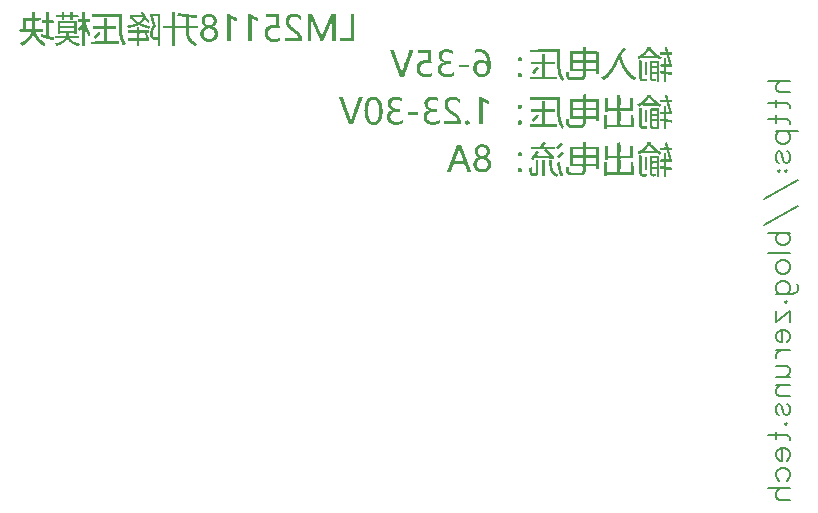
<source format=gbo>
G04 Layer: BottomSilkscreenLayer*
G04 EasyEDA Pro v2.2.37.7, 2025-04-09 10:13:22*
G04 Gerber Generator version 0.3*
G04 Scale: 100 percent, Rotated: No, Reflected: No*
G04 Dimensions in millimeters*
G04 Leading zeros omitted, absolute positions, 4 integers and 5 decimals*
%FSLAX45Y45*%
%MOMM*%
%ADD10C,0.203*%
G75*


G04 Text Start*
G36*
G01X6460490Y-739688D02*
G01X6459913Y-740641D01*
G01X6459104Y-741767D01*
G01X6458066Y-743066D01*
G01X6456940Y-744249D01*
G01X6456399Y-744689D01*
G01X6455872Y-745028D01*
G01X6455359Y-745266D01*
G01X6454862Y-745403D01*
G01X6454378Y-745439D01*
G01X6453909Y-745375D01*
G01X6453043Y-745115D01*
G01X6452293Y-744797D01*
G01X6451658Y-744422D01*
G01X6450648Y-743527D01*
G01X6448829Y-742142D01*
G01X6447559Y-741103D01*
G01X6446520Y-739833D01*
G01X6445972Y-739169D01*
G01X6445250Y-738563D01*
G01X6444355Y-738014D01*
G01X6442219Y-737033D01*
G01X6441324Y-736485D01*
G01X6440603Y-735878D01*
G01X6440054Y-735215D01*
G01X6439506Y-734522D01*
G01X6438784Y-733829D01*
G01X6437890Y-733136D01*
G01X6435090Y-731340D01*
G01X6432204Y-729211D01*
G01X6431136Y-728316D01*
G01X6430241Y-727479D01*
G01X6429223Y-726332D01*
G01X6428480Y-725314D01*
G01X6427326Y-724160D01*
G01X6425392Y-722746D01*
G01X6423862Y-721360D01*
G01X6422044Y-719975D01*
G01X6420774Y-718936D01*
G01X6419734Y-717666D01*
G01X6418580Y-716280D01*
G01X6416964Y-714895D01*
G01X6412807Y-711662D01*
G01X6411739Y-710767D01*
G01X6410844Y-709930D01*
G01X6409827Y-708783D01*
G01X6407669Y-705831D01*
G01X6405909Y-703667D01*
G01X6405072Y-702772D01*
G01X6403924Y-701754D01*
G01X6402907Y-701011D01*
G01X6401753Y-699857D01*
G01X6399357Y-696595D01*
G01X6397596Y-694430D01*
G01X6396759Y-693536D01*
G01X6395612Y-692518D01*
G01X6394594Y-691775D01*
G01X6393440Y-690620D01*
G01X6391044Y-687359D01*
G01X6387927Y-683318D01*
G01X6385502Y-679970D01*
G01X6382385Y-675929D01*
G01X6380942Y-673908D01*
G01X6379528Y-672321D01*
G01X6378979Y-671599D01*
G01X6376735Y-668099D01*
G01X6375638Y-666656D01*
G01X6374938Y-665884D01*
G01X6374014Y-664499D01*
G01X6372795Y-662247D01*
G01X6371908Y-660862D01*
G01X6369858Y-657976D01*
G01X6366741Y-653076D01*
G01X6364728Y-650240D01*
G01X6363883Y-648855D01*
G01X6362469Y-646199D01*
G01X6361084Y-643948D01*
G01X6360622Y-643082D01*
G01X6359236Y-639936D01*
G01X6358544Y-638658D01*
G01X6358082Y-638023D01*
G01X6357418Y-637280D01*
G01X6357043Y-636732D01*
G01X6356725Y-636126D01*
G01X6355773Y-633846D01*
G01X6353644Y-630036D01*
G01X6352800Y-628304D01*
G01X6351616Y-625547D01*
G01X6350693Y-623815D01*
G01X6349538Y-621838D01*
G01X6347922Y-618158D01*
G01X6346998Y-616426D01*
G01X6346334Y-615344D01*
G01X6345642Y-613727D01*
G01X6344804Y-610986D01*
G01X6342842Y-606649D01*
G01X6342149Y-604982D01*
G01X6340764Y-601778D01*
G01X6339609Y-599310D01*
G01X6338454Y-596207D01*
G01X6337531Y-593667D01*
G01X6336146Y-590579D01*
G01X6335453Y-588739D01*
G01X6334760Y-586509D01*
G01X6333374Y-581891D01*
G01X6331181Y-576003D01*
G01X6329911Y-571529D01*
G01X6329103Y-569306D01*
G01X6328294Y-567575D01*
G01X6327602Y-566384D01*
G01X6327140Y-565807D01*
G01X6326909Y-565583D01*
G01X6326678Y-565402D01*
G01X6326447Y-565266D01*
G01X6325639Y-565381D01*
G01X6325062Y-566651D01*
G01X6324484Y-568383D01*
G01X6323676Y-569884D01*
G01X6322753Y-571500D01*
G01X6321071Y-575310D01*
G01X6320184Y-577042D01*
G01X6318885Y-579322D01*
G01X6318366Y-580390D01*
G01X6317961Y-581400D01*
G01X6317096Y-584085D01*
G01X6316287Y-585586D01*
G01X6315364Y-587202D01*
G01X6313054Y-592484D01*
G01X6311438Y-595926D01*
G01X6310053Y-599195D01*
G01X6309129Y-600926D01*
G01X6307974Y-602904D01*
G01X6306293Y-606714D01*
G01X6305406Y-608446D01*
G01X6303833Y-611202D01*
G01X6303024Y-612934D01*
G01X6302202Y-614911D01*
G01X6300138Y-618591D01*
G01X6299330Y-620323D01*
G01X6298623Y-622069D01*
G01X6297353Y-624205D01*
G01X6296891Y-625071D01*
G01X6295477Y-628275D01*
G01X6294928Y-629343D01*
G01X6294322Y-630353D01*
G01X6292994Y-632258D01*
G01X6292388Y-633268D01*
G01X6291840Y-634336D01*
G01X6290426Y-637425D01*
G01X6289964Y-638146D01*
G01X6289069Y-639185D01*
G01X6288694Y-639734D01*
G01X6288376Y-640340D01*
G01X6287539Y-642389D01*
G01X6285807Y-645276D01*
G01X6283960Y-648739D01*
G01X6282113Y-651741D01*
G01X6280431Y-654858D01*
G01X6279544Y-656244D01*
G01X6277494Y-659130D01*
G01X6274377Y-664030D01*
G01X6271953Y-667443D01*
G01X6268258Y-673331D01*
G01X6266411Y-676102D01*
G01X6260869Y-683837D01*
G01X6259484Y-685367D01*
G01X6258098Y-687186D01*
G01X6256193Y-689783D01*
G01X6253076Y-693824D01*
G01X6252066Y-695238D01*
G01X6250911Y-696393D01*
G01X6249612Y-697374D01*
G01X6249093Y-697923D01*
G01X6248689Y-698529D01*
G01X6248111Y-699857D01*
G01X6247707Y-700463D01*
G01X6247188Y-701011D01*
G01X6245889Y-701992D01*
G01X6244734Y-703147D01*
G01X6242339Y-706409D01*
G01X6240578Y-708573D01*
G01X6239741Y-709468D01*
G01X6238594Y-710486D01*
G01X6237576Y-711229D01*
G01X6236422Y-712383D01*
G01X6234892Y-714317D01*
G01X6232958Y-715847D01*
G01X6231803Y-717002D01*
G01X6230274Y-718936D01*
G01X6228340Y-720465D01*
G01X6227185Y-721620D01*
G01X6225656Y-723554D01*
G01X6223722Y-725083D01*
G01X6222567Y-726238D01*
G01X6221586Y-727537D01*
G01X6221037Y-728056D01*
G01X6220431Y-728461D01*
G01X6219103Y-729038D01*
G01X6218497Y-729442D01*
G01X6217949Y-729961D01*
G01X6216939Y-731260D01*
G01X6216304Y-731866D01*
G01X6215553Y-732415D01*
G01X6213071Y-733829D01*
G01X6212162Y-734522D01*
G01X6210271Y-736138D01*
G01X6206374Y-738909D01*
G01X6204412Y-740295D01*
G01X6202218Y-741680D01*
G01X6198986Y-743527D01*
G01X6198495Y-743701D01*
G01X6197946Y-743758D01*
G01X6197340Y-743701D01*
G01X6196676Y-743527D01*
G01X6196041Y-743239D01*
G01X6195522Y-742835D01*
G01X6195118Y-742315D01*
G01X6194541Y-741016D01*
G01X6194136Y-740410D01*
G01X6193617Y-739862D01*
G01X6192347Y-738880D01*
G01X6191827Y-738332D01*
G01X6191423Y-737726D01*
G01X6190875Y-736398D01*
G01X6190557Y-735792D01*
G01X6190182Y-735243D01*
G01X6189287Y-734262D01*
G01X6187902Y-732444D01*
G01X6186863Y-731174D01*
G01X6185593Y-730135D01*
G01X6184958Y-729644D01*
G01X6184438Y-729096D01*
G01X6184034Y-728489D01*
G01X6183486Y-727162D01*
G01X6183168Y-726556D01*
G01X6182793Y-726007D01*
G01X6181898Y-725026D01*
G01X6180513Y-723207D01*
G01X6179127Y-721389D01*
G01X6178261Y-720436D01*
G01X6177973Y-719975D01*
G01X6177799Y-719513D01*
G01X6177742Y-719051D01*
G01X6177857Y-718589D01*
G01X6178204Y-718127D01*
G01X6178781Y-717666D01*
G01X6179589Y-717204D01*
G01X6186978Y-713509D01*
G01X6189468Y-712174D01*
G01X6191134Y-711200D01*
G01X6195753Y-708429D01*
G01X6197290Y-707455D01*
G01X6198733Y-706358D01*
G01X6199534Y-705629D01*
G01X6200256Y-705081D01*
G01X6204924Y-702079D01*
G01X6210271Y-698240D01*
G01X6211426Y-697086D01*
G01X6212956Y-695152D01*
G01X6214889Y-693622D01*
G01X6216044Y-692467D01*
G01X6217083Y-691111D01*
G01X6217804Y-690418D01*
G01X6218699Y-689726D01*
G01X6220835Y-688340D01*
G01X6222113Y-687301D01*
G01X6222748Y-686608D01*
G01X6223491Y-685598D01*
G01X6224645Y-684443D01*
G01X6225944Y-683491D01*
G01X6226464Y-683029D01*
G01X6226868Y-682567D01*
G01X6227474Y-681557D01*
G01X6228628Y-679941D01*
G01X6230360Y-677805D01*
G01X6231197Y-676910D01*
G01X6232345Y-675892D01*
G01X6233391Y-675092D01*
G01X6234084Y-674370D01*
G01X6234776Y-673475D01*
G01X6236162Y-671339D01*
G01X6237201Y-670062D01*
G01X6237894Y-669427D01*
G01X6238904Y-668655D01*
G01X6239510Y-668020D01*
G01X6240058Y-667270D01*
G01X6241473Y-664787D01*
G01X6242166Y-663878D01*
G01X6242887Y-663084D01*
G01X6243436Y-662363D01*
G01X6245398Y-659332D01*
G01X6246437Y-658055D01*
G01X6247130Y-657420D01*
G01X6248111Y-656677D01*
G01X6248631Y-656128D01*
G01X6249035Y-655522D01*
G01X6249641Y-654108D01*
G01X6250132Y-653242D01*
G01X6250796Y-652261D01*
G01X6253884Y-648220D01*
G01X6258098Y-641927D01*
G01X6260407Y-638233D01*
G01X6263178Y-633615D01*
G01X6264910Y-630909D01*
G01X6266923Y-628073D01*
G01X6267768Y-626687D01*
G01X6269182Y-624032D01*
G01X6271029Y-621030D01*
G01X6273288Y-616809D01*
G01X6275236Y-613410D01*
G01X6276080Y-611678D01*
G01X6277033Y-609456D01*
G01X6277726Y-608178D01*
G01X6278187Y-607544D01*
G01X6278880Y-606742D01*
G01X6279804Y-605126D01*
G01X6280756Y-602932D01*
G01X6281304Y-601865D01*
G01X6281911Y-600854D01*
G01X6283729Y-598170D01*
G01X6284292Y-597023D01*
G01X6284999Y-595168D01*
G01X6286962Y-590947D01*
G01X6288347Y-587678D01*
G01X6289271Y-585946D01*
G01X6290426Y-583969D01*
G01X6292042Y-580289D01*
G01X6292966Y-578557D01*
G01X6294120Y-576580D01*
G01X6295736Y-572900D01*
G01X6296660Y-571168D01*
G01X6297699Y-569422D01*
G01X6298565Y-567286D01*
G01X6298969Y-566420D01*
G01X6301033Y-562740D01*
G01X6301841Y-561008D01*
G01X6302548Y-559146D01*
G01X6304511Y-554925D01*
G01X6305896Y-551656D01*
G01X6306820Y-549924D01*
G01X6307974Y-548063D01*
G01X6310233Y-543841D01*
G01X6312181Y-540443D01*
G01X6313026Y-538711D01*
G01X6313978Y-536488D01*
G01X6314671Y-535211D01*
G01X6315133Y-534576D01*
G01X6315797Y-533833D01*
G01X6316172Y-533285D01*
G01X6316489Y-532678D01*
G01X6317326Y-530629D01*
G01X6319058Y-527743D01*
G01X6320739Y-524626D01*
G01X6321627Y-523240D01*
G01X6322955Y-521364D01*
G01X6323561Y-520354D01*
G01X6324109Y-519286D01*
G01X6325524Y-516197D01*
G01X6325986Y-515476D01*
G01X6326938Y-514379D01*
G01X6327486Y-513657D01*
G01X6330488Y-508989D01*
G01X6332913Y-505576D01*
G01X6336030Y-500676D01*
G01X6339378Y-495993D01*
G01X6341283Y-493395D01*
G01X6344401Y-489354D01*
G01X6345411Y-487940D01*
G01X6346565Y-486785D01*
G01X6347893Y-485775D01*
G01X6348499Y-485140D01*
G01X6349048Y-484390D01*
G01X6350029Y-482658D01*
G01X6350577Y-481907D01*
G01X6351183Y-481272D01*
G01X6352511Y-480262D01*
G01X6353666Y-479107D01*
G01X6355196Y-477174D01*
G01X6357129Y-475644D01*
G01X6358284Y-474489D01*
G01X6359323Y-473133D01*
G01X6360044Y-472440D01*
G01X6360939Y-471747D01*
G01X6363739Y-469951D01*
G01X6366626Y-467822D01*
G01X6367722Y-466985D01*
G01X6368704Y-466321D01*
G01X6369959Y-465650D01*
G01X6370320Y-465513D01*
G01X6370984Y-465368D01*
G01X6371590Y-465397D01*
G01X6372138Y-465599D01*
G01X6373178Y-466465D01*
G01X6373899Y-467014D01*
G01X6377399Y-469258D01*
G01X6378842Y-470355D01*
G01X6380740Y-471978D01*
G01X6387869Y-477058D01*
G01X6388475Y-477520D01*
G01X6388908Y-477982D01*
G01X6389168Y-478444D01*
G01X6389254Y-478906D01*
G01X6389110Y-479396D01*
G01X6388677Y-479945D01*
G01X6387956Y-480551D01*
G01X6385214Y-482319D01*
G01X6382327Y-484447D01*
G01X6379383Y-486699D01*
G01X6377969Y-487709D01*
G01X6376814Y-488863D01*
G01X6375284Y-490797D01*
G01X6373351Y-492327D01*
G01X6372196Y-493482D01*
G01X6370666Y-495416D01*
G01X6368733Y-496945D01*
G01X6367578Y-498100D01*
G01X6366048Y-500034D01*
G01X6364778Y-501073D01*
G01X6364143Y-501563D01*
G01X6363624Y-502112D01*
G01X6363219Y-502718D01*
G01X6362671Y-504046D01*
G01X6362354Y-504652D01*
G01X6361978Y-505200D01*
G01X6361084Y-506182D01*
G01X6359698Y-508000D01*
G01X6357793Y-510598D01*
G01X6353694Y-515851D01*
G01X6352309Y-517814D01*
G01X6348614Y-523702D01*
G01X6346767Y-526473D01*
G01X6345844Y-527974D01*
G01X6344704Y-530167D01*
G01X6344357Y-531091D01*
G01X6344126Y-532015D01*
G01X6344011Y-532938D01*
G01X6344011Y-533862D01*
G01X6344126Y-534786D01*
G01X6344357Y-535709D01*
G01X6344704Y-536633D01*
G01X6345353Y-538076D01*
G01X6345728Y-539173D01*
G01X6346046Y-540385D01*
G01X6346767Y-544137D01*
G01X6348614Y-550026D01*
G01X6350462Y-556029D01*
G01X6352309Y-562495D01*
G01X6353002Y-564724D01*
G01X6353694Y-566564D01*
G01X6354964Y-569422D01*
G01X6355802Y-572193D01*
G01X6356494Y-574040D01*
G01X6357736Y-576811D01*
G01X6358573Y-579582D01*
G01X6359265Y-581429D01*
G01X6360391Y-583868D01*
G01X6361546Y-586971D01*
G01X6362469Y-589511D01*
G01X6364547Y-594079D01*
G01X6365998Y-597477D01*
G01X6366885Y-599209D01*
G01X6368184Y-601489D01*
G01X6368704Y-602557D01*
G01X6369108Y-603567D01*
G01X6369974Y-606252D01*
G01X6370782Y-607753D01*
G01X6371706Y-609369D01*
G01X6373322Y-613049D01*
G01X6374246Y-614781D01*
G01X6375400Y-616758D01*
G01X6376814Y-619962D01*
G01X6377363Y-621030D01*
G01X6377969Y-622040D01*
G01X6379607Y-624378D01*
G01X6380451Y-625764D01*
G01X6381866Y-628419D01*
G01X6385098Y-633615D01*
G01X6386830Y-636321D01*
G01X6389024Y-639503D01*
G01X6389586Y-640650D01*
G01X6390005Y-641725D01*
G01X6390929Y-643342D01*
G01X6394796Y-648739D01*
G01X6396211Y-650327D01*
G01X6396759Y-651048D01*
G01X6398722Y-654079D01*
G01X6399761Y-655356D01*
G01X6400454Y-655991D01*
G01X6401435Y-656734D01*
G01X6401954Y-657283D01*
G01X6402359Y-657889D01*
G01X6402965Y-659303D01*
G01X6403456Y-660169D01*
G01X6404119Y-661151D01*
G01X6408189Y-666404D01*
G01X6410989Y-670300D01*
G01X6412143Y-671455D01*
G01X6414077Y-672985D01*
G01X6415607Y-674918D01*
G01X6416762Y-676073D01*
G01X6418118Y-677083D01*
G01X6419504Y-678469D01*
G01X6423429Y-683491D01*
G01X6424324Y-684559D01*
G01X6425161Y-685454D01*
G01X6426308Y-686471D01*
G01X6427326Y-687214D01*
G01X6428480Y-688369D01*
G01X6429491Y-689726D01*
G01X6430876Y-691111D01*
G01X6435898Y-695036D01*
G01X6436966Y-695931D01*
G01X6437861Y-696768D01*
G01X6438878Y-697916D01*
G01X6439679Y-698962D01*
G01X6440401Y-699655D01*
G01X6441296Y-700347D01*
G01X6443432Y-701733D01*
G01X6444709Y-702772D01*
G01X6445344Y-703465D01*
G01X6446145Y-704504D01*
G01X6446866Y-705196D01*
G01X6447761Y-705889D01*
G01X6450561Y-707686D01*
G01X6453447Y-709815D01*
G01X6456391Y-712066D01*
G01X6463607Y-717204D01*
G01X6465426Y-718589D01*
G01X6466436Y-719513D01*
G01X6467821Y-720436D01*
G01X6469553Y-721418D01*
G01X6470304Y-722053D01*
G01X6470939Y-722803D01*
G01X6471458Y-723669D01*
G01X6471646Y-724138D01*
G01X6471747Y-724622D01*
G01X6471761Y-725119D01*
G01X6471689Y-725632D01*
G01X6471530Y-726159D01*
G01X6471285Y-726700D01*
G01X6470534Y-727826D01*
G01X6469640Y-728893D01*
G01X6468803Y-729788D01*
G01X6467655Y-730806D01*
G01X6466638Y-731578D01*
G01X6466032Y-732213D01*
G01X6465483Y-732963D01*
G01X6464502Y-734695D01*
G01X6463954Y-735446D01*
G01X6463348Y-736081D01*
G01X6462684Y-736600D01*
G01X6462049Y-737091D01*
G01X6461529Y-737639D01*
G01X6461125Y-738245D01*
G01X6460490Y-739688D01*
G37*
G36*
G01X6677256Y-563418D02*
G01X6676650Y-564428D01*
G01X6675495Y-566045D01*
G01X6674658Y-567113D01*
G01X6673792Y-568065D01*
G01X6673403Y-568390D01*
G01X6673042Y-568614D01*
G01X6672710Y-568736D01*
G01X6672407Y-568758D01*
G01X6672133Y-568679D01*
G01X6671368Y-568036D01*
G01X6669982Y-567113D01*
G01X6667500Y-565727D01*
G01X6666591Y-565035D01*
G01X6665797Y-564313D01*
G01X6665076Y-563765D01*
G01X6661381Y-561391D01*
G01X6658494Y-559262D01*
G01X6656828Y-558006D01*
G01X6654807Y-556736D01*
G01X6653472Y-556000D01*
G01X6652722Y-555452D01*
G01X6652087Y-554846D01*
G01X6651567Y-554182D01*
G01X6651048Y-553518D01*
G01X6650413Y-552912D01*
G01X6649662Y-552363D01*
G01X6647180Y-550949D01*
G01X6646271Y-550256D01*
G01X6644380Y-548640D01*
G01X6642446Y-547255D01*
G01X6641407Y-546331D01*
G01X6640888Y-545898D01*
G01X6640253Y-545523D01*
G01X6639502Y-545205D01*
G01X6636789Y-544484D01*
G01X6636789Y-549564D01*
G01X6636753Y-550769D01*
G01X6636645Y-551844D01*
G01X6636347Y-553213D01*
G01X6636058Y-553964D01*
G01X6635698Y-554584D01*
G01X6635490Y-554846D01*
G01X6635265Y-555075D01*
G01X6635021Y-555271D01*
G01X6634760Y-555435D01*
G01X6634480Y-555567D01*
G01X6634011Y-555679D01*
G01X6631991Y-555881D01*
G01X6609477Y-556401D01*
G01X6583680Y-556491D01*
G01X6543356Y-555873D01*
G01X6537649Y-555473D01*
G01X6535002Y-555102D01*
G01X6534308Y-554921D01*
G01X6534037Y-554813D01*
G01X6533804Y-554644D01*
G01X6533479Y-554124D01*
G01X6533198Y-553489D01*
G01X6532764Y-551873D01*
G01X6532613Y-550891D01*
G01X6532440Y-548582D01*
G01X6532369Y-545388D01*
G01X6532153Y-543555D01*
G01X6531980Y-542920D01*
G01X6531877Y-542673D01*
G01X6531639Y-542319D01*
G01X6531358Y-542153D01*
G01X6531033Y-542175D01*
G01X6530369Y-542463D01*
G01X6529763Y-542867D01*
G01X6529214Y-543387D01*
G01X6528233Y-544657D01*
G01X6527684Y-545176D01*
G01X6527078Y-545581D01*
G01X6525664Y-546187D01*
G01X6524798Y-546677D01*
G01X6523817Y-547341D01*
G01X6518564Y-551411D01*
G01X6516601Y-552796D01*
G01X6511701Y-555914D01*
G01X6508866Y-557927D01*
G01X6507480Y-558771D01*
G01X6505171Y-560019D01*
G01X6503786Y-560907D01*
G01X6501476Y-562545D01*
G01X6500091Y-563389D01*
G01X6499167Y-563880D01*
G01X6497436Y-564688D01*
G01X6495934Y-565266D01*
G01X6495299Y-565381D01*
G01X6494780Y-565266D01*
G01X6494376Y-564919D01*
G01X6493799Y-563620D01*
G01X6492875Y-562004D01*
G01X6489931Y-557876D01*
G01X6488026Y-555279D01*
G01X6483466Y-549564D01*
G01X6482340Y-547962D01*
G01X6481878Y-547038D01*
G01X6481734Y-546620D01*
G01X6481647Y-546230D01*
G01X6481618Y-545869D01*
G01X6481734Y-545234D01*
G01X6482080Y-544715D01*
G01X6482657Y-544311D01*
G01X6484360Y-543762D01*
G01X6485977Y-543069D01*
G01X6488084Y-541828D01*
G01X6490219Y-540962D01*
G01X6491086Y-540558D01*
G01X6496368Y-537585D01*
G01X6499809Y-535760D01*
G01X6500822Y-535168D01*
G01X6540608Y-535168D01*
G01X6540897Y-535572D01*
G01X6541193Y-535709D01*
G01X6541526Y-535765D01*
G01X6544454Y-535911D01*
G01X6585066Y-536171D01*
G01X6585066Y-536171D01*
G01X6626614Y-535854D01*
G01X6627765Y-535779D01*
G01X6628014Y-535709D01*
G01X6627784Y-534901D01*
G01X6626167Y-533400D01*
G01X6625099Y-532505D01*
G01X6624204Y-531668D01*
G01X6623187Y-530521D01*
G01X6622444Y-529503D01*
G01X6621289Y-528349D01*
G01X6619356Y-526819D01*
G01X6617826Y-524885D01*
G01X6616671Y-523731D01*
G01X6614737Y-522201D01*
G01X6613208Y-520267D01*
G01X6612053Y-519112D01*
G01X6610119Y-517583D01*
G01X6608589Y-515649D01*
G01X6607435Y-514494D01*
G01X6605501Y-512965D01*
G01X6603971Y-511031D01*
G01X6602817Y-509876D01*
G01X6600883Y-508346D01*
G01X6599844Y-507076D01*
G01X6598458Y-505258D01*
G01X6596611Y-503122D01*
G01X6595658Y-501794D01*
G01X6594504Y-500640D01*
G01X6592570Y-499110D01*
G01X6591531Y-497840D01*
G01X6589626Y-495242D01*
G01X6588760Y-494146D01*
G01X6586913Y-491952D01*
G01X6585066Y-489989D01*
G01X6584171Y-489152D01*
G01X6582937Y-488221D01*
G01X6582186Y-487817D01*
G01X6581833Y-487680D01*
G01X6581198Y-487565D01*
G01X6580678Y-487680D01*
G01X6580274Y-488026D01*
G01X6579697Y-489325D01*
G01X6578773Y-490942D01*
G01X6575829Y-495069D01*
G01X6573924Y-497667D01*
G01X6570807Y-501708D01*
G01X6569364Y-503728D01*
G01X6567978Y-505258D01*
G01X6566593Y-507076D01*
G01X6565207Y-508895D01*
G01X6563360Y-511031D01*
G01X6562408Y-512358D01*
G01X6561253Y-513513D01*
G01X6559319Y-515043D01*
G01X6558280Y-516313D01*
G01X6557789Y-517006D01*
G01X6556635Y-518391D01*
G01X6554470Y-520700D01*
G01X6551843Y-523846D01*
G01X6551006Y-524741D01*
G01X6549859Y-525758D01*
G01X6548236Y-526935D01*
G01X6547196Y-527858D01*
G01X6541654Y-533400D01*
G01X6540933Y-534237D01*
G01X6540724Y-534591D01*
G01X6540616Y-534901D01*
G01X6540608Y-535168D01*
G01X6500822Y-535168D01*
G01X6501476Y-534786D01*
G01X6506094Y-532015D01*
G01X6507826Y-530911D01*
G01X6510713Y-528782D01*
G01X6512380Y-527526D01*
G01X6514400Y-526256D01*
G01X6516486Y-525087D01*
G01X6517395Y-524395D01*
G01X6519285Y-522778D01*
G01X6522547Y-520411D01*
G01X6523644Y-519546D01*
G01X6525989Y-517597D01*
G01X6527367Y-516313D01*
G01X6529186Y-514927D01*
G01X6530456Y-513888D01*
G01X6531985Y-511954D01*
G01X6533140Y-510800D01*
G01X6535074Y-509270D01*
G01X6536603Y-507336D01*
G01X6537758Y-506182D01*
G01X6539692Y-504652D01*
G01X6541222Y-502718D01*
G01X6542376Y-501563D01*
G01X6544310Y-500034D01*
G01X6545840Y-498100D01*
G01X6546994Y-496945D01*
G01X6548293Y-495964D01*
G01X6548813Y-495416D01*
G01X6549217Y-494809D01*
G01X6549794Y-493482D01*
G01X6550198Y-492876D01*
G01X6550718Y-492327D01*
G01X6552017Y-491317D01*
G01X6552623Y-490682D01*
G01X6553171Y-489931D01*
G01X6554153Y-488200D01*
G01X6554701Y-487449D01*
G01X6555307Y-486814D01*
G01X6555971Y-486295D01*
G01X6556635Y-485775D01*
G01X6557241Y-485140D01*
G01X6557789Y-484390D01*
G01X6559038Y-482138D01*
G01X6559925Y-480753D01*
G01X6562898Y-476596D01*
G01X6565178Y-473133D01*
G01X6565871Y-471747D01*
G01X6566131Y-471055D01*
G01X6566246Y-470333D01*
G01X6566131Y-469554D01*
G01X6565784Y-468717D01*
G01X6564363Y-466566D01*
G01X6564017Y-465874D01*
G01X6563908Y-465571D01*
G01X6563843Y-465296D01*
G01X6564053Y-464834D01*
G01X6564746Y-464647D01*
G01X6565900Y-464488D01*
G01X6569594Y-464257D01*
G01X6578600Y-464127D01*
G01X6593378Y-464127D01*
G01X6594764Y-466436D01*
G01X6595738Y-467973D01*
G01X6596835Y-469417D01*
G01X6598458Y-471314D01*
G01X6600825Y-474576D01*
G01X6609080Y-484909D01*
G01X6609975Y-485977D01*
G01X6610812Y-486872D01*
G01X6611959Y-487889D01*
G01X6612948Y-488632D01*
G01X6613467Y-489181D01*
G01X6613871Y-489787D01*
G01X6614449Y-491115D01*
G01X6614853Y-491721D01*
G01X6615372Y-492269D01*
G01X6616671Y-493251D01*
G01X6617826Y-494405D01*
G01X6619356Y-496339D01*
G01X6621289Y-497869D01*
G01X6622444Y-499023D01*
G01X6623425Y-500380D01*
G01X6624580Y-501766D01*
G01X6625244Y-502458D01*
G01X6626860Y-503959D01*
G01X6630006Y-506586D01*
G01X6630901Y-507423D01*
G01X6631918Y-508570D01*
G01X6632662Y-509587D01*
G01X6633816Y-510742D01*
G01X6635750Y-512156D01*
G01X6638059Y-514235D01*
G01X6641090Y-516746D01*
G01X6641984Y-517583D01*
G01X6643002Y-518730D01*
G01X6643774Y-519747D01*
G01X6644409Y-520354D01*
G01X6645159Y-520902D01*
G01X6646891Y-521883D01*
G01X6647642Y-522432D01*
G01X6648277Y-523038D01*
G01X6648796Y-523702D01*
G01X6649287Y-524337D01*
G01X6649836Y-524856D01*
G01X6650442Y-525261D01*
G01X6651769Y-525809D01*
G01X6652376Y-526126D01*
G01X6652924Y-526502D01*
G01X6653905Y-527396D01*
G01X6655724Y-528782D01*
G01X6658321Y-530687D01*
G01X6659418Y-531553D01*
G01X6661727Y-533285D01*
G01X6665573Y-535760D01*
G01X6667017Y-536856D01*
G01X6667818Y-537585D01*
G01X6668539Y-538134D01*
G01X6673208Y-541136D01*
G01X6676621Y-543560D01*
G01X6678814Y-544946D01*
G01X6682018Y-546764D01*
G01X6683894Y-547774D01*
G01X6684818Y-548409D01*
G01X6685742Y-549160D01*
G01X6687077Y-550473D01*
G01X6687387Y-550891D01*
G01X6687596Y-551281D01*
G01X6687704Y-551642D01*
G01X6687712Y-551974D01*
G01X6687618Y-552277D01*
G01X6687423Y-552551D01*
G01X6686463Y-553287D01*
G01X6685309Y-554442D01*
G01X6683779Y-556376D01*
G01X6682509Y-557415D01*
G01X6681874Y-557905D01*
G01X6681354Y-558454D01*
G01X6680951Y-559060D01*
G01X6680373Y-560387D01*
G01X6679969Y-560994D01*
G01X6679449Y-561542D01*
G01X6678179Y-562495D01*
G01X6677660Y-562956D01*
G01X6677256Y-563418D01*
G37*
G36*
G01X6556433Y-752302D02*
G01X6554239Y-752417D01*
G01X6553575Y-752562D01*
G01X6553200Y-752764D01*
G01X6552861Y-752872D01*
G01X6552074Y-752966D01*
G01X6547030Y-753161D01*
G01X6537960Y-753226D01*
G01X6524331Y-753027D01*
G01X6522174Y-752846D01*
G01X6520180Y-752302D01*
G01X6516024Y-751378D01*
G01X6513657Y-750628D01*
G01X6512791Y-750224D01*
G01X6510713Y-749069D01*
G01X6509645Y-748376D01*
G01X6508367Y-747337D01*
G01X6507732Y-746645D01*
G01X6506989Y-745634D01*
G01X6505835Y-744480D01*
G01X6504507Y-743441D01*
G01X6503901Y-742719D01*
G01X6503353Y-741824D01*
G01X6502169Y-739154D01*
G01X6501246Y-737423D01*
G01X6500582Y-736311D01*
G01X6500206Y-735446D01*
G01X6499889Y-734464D01*
G01X6499167Y-731289D01*
G01X6498503Y-728951D01*
G01X6498273Y-727335D01*
G01X6498128Y-724708D01*
G01X6497782Y-723207D01*
G01X6497726Y-722754D01*
G01X6497336Y-673701D01*
G01X6497320Y-648855D01*
G01X6498059Y-580695D01*
G01X6498325Y-576825D01*
G01X6498507Y-575498D01*
G01X6498589Y-575176D01*
G01X6499160Y-574747D01*
G01X6500719Y-574401D01*
G01X6503143Y-574170D01*
G01X6508404Y-574040D01*
G01X6516716Y-574040D01*
G01X6517178Y-576349D01*
G01X6517234Y-576901D01*
G01X6517640Y-648393D01*
G01X6518013Y-718526D01*
G01X6518080Y-719410D01*
G01X6519487Y-723669D01*
G01X6520245Y-725553D01*
G01X6520822Y-726592D01*
G01X6521457Y-727458D01*
G01X6522518Y-728489D01*
G01X6524134Y-729644D01*
G01X6525498Y-730351D01*
G01X6526479Y-730697D01*
G01X6527519Y-730928D01*
G01X6528615Y-731044D01*
G01X6531264Y-731174D01*
G01X6532519Y-731412D01*
G01X6533717Y-731722D01*
G01X6534843Y-731866D01*
G01X6537960Y-731982D01*
G01X6540406Y-731917D01*
G01X6542203Y-731722D01*
G01X6543444Y-731412D01*
G01X6545349Y-731174D01*
G01X6548293Y-731065D01*
G01X6553243Y-730970D01*
G01X6555321Y-730753D01*
G01X6555971Y-730596D01*
G01X6556808Y-730394D01*
G01X6557934Y-730250D01*
G01X6561051Y-730135D01*
G01X6564746Y-730135D01*
G01X6564284Y-733367D01*
G01X6563872Y-735727D01*
G01X6563331Y-737957D01*
G01X6562494Y-740785D01*
G01X6562206Y-742257D01*
G01X6562032Y-743787D01*
G01X6561888Y-746904D01*
G01X6561628Y-748261D01*
G01X6561195Y-749444D01*
G01X6560914Y-749971D01*
G01X6560589Y-750455D01*
G01X6560221Y-750887D01*
G01X6559810Y-751263D01*
G01X6559355Y-751580D01*
G01X6558857Y-751840D01*
G01X6558316Y-752042D01*
G01X6557732Y-752186D01*
G01X6556433Y-752302D01*
G37*
G36*
G01X6562942Y-694431D02*
G01X6562703Y-696177D01*
G01X6562604Y-696572D01*
G01X6562500Y-696813D01*
G01X6561996Y-697100D01*
G01X6560553Y-697446D01*
G01X6558359Y-697677D01*
G01X6553662Y-697807D01*
G01X6550371Y-697721D01*
G01X6548434Y-697542D01*
G01X6546951Y-697266D01*
G01X6546215Y-697028D01*
G01X6545923Y-696893D01*
G01X6545681Y-696747D01*
G01X6545349Y-696422D01*
G01X6544916Y-695671D01*
G01X6544541Y-694806D01*
G01X6544223Y-693824D01*
G01X6543964Y-692727D01*
G01X6543908Y-692255D01*
G01X6543648Y-681691D01*
G01X6543502Y-641004D01*
G01X6544011Y-594110D01*
G01X6544196Y-591419D01*
G01X6544327Y-590499D01*
G01X6544411Y-590228D01*
G01X6544779Y-589879D01*
G01X6545378Y-589597D01*
G01X6546222Y-589359D01*
G01X6547312Y-589165D01*
G01X6550227Y-588905D01*
G01X6554124Y-588818D01*
G01X6562898Y-588818D01*
G01X6563360Y-591127D01*
G01X6563416Y-591607D01*
G01X6563676Y-602518D01*
G01X6563822Y-644698D01*
G01X6563225Y-690300D01*
G01X6562942Y-694431D01*
G37*
G36*
G01X6667839Y-583760D02*
G01X6668193Y-669175D01*
G01X6667813Y-753782D01*
G01X6667756Y-754522D01*
G01X6666952Y-754813D01*
G01X6662103Y-755044D01*
G01X6658033Y-755073D01*
G01X6648796Y-755073D01*
G01X6648334Y-751840D01*
G01X6648226Y-750628D01*
G01X6647889Y-729514D01*
G01X6647873Y-719513D01*
G01X6648155Y-691247D01*
G01X6648279Y-689720D01*
G01X6648118Y-689278D01*
G01X6647238Y-689091D01*
G01X6643486Y-688802D01*
G01X6628014Y-688571D01*
G01X6607233Y-688571D01*
G01X6607694Y-691804D01*
G01X6607851Y-693503D01*
G01X6608128Y-704446D01*
G01X6608156Y-712124D01*
G01X6608355Y-721696D01*
G01X6608647Y-725693D01*
G01X6608878Y-727530D01*
G01X6609239Y-729355D01*
G01X6609521Y-730237D01*
G01X6609726Y-730676D01*
G01X6609890Y-730928D01*
G01X6610985Y-731895D01*
G01X6612082Y-732559D01*
G01X6613294Y-733050D01*
G01X6617046Y-733829D01*
G01X6618778Y-734291D01*
G01X6619644Y-734464D01*
G01X6620856Y-734522D01*
G01X6622415Y-734464D01*
G01X6628222Y-733975D01*
G01X6634018Y-733829D01*
G01X6639560Y-733829D01*
G01X6639098Y-737524D01*
G01X6638636Y-740641D01*
G01X6637713Y-744220D01*
G01X6636991Y-747424D01*
G01X6636298Y-749502D01*
G01X6635866Y-750455D01*
G01X6635541Y-750887D01*
G01X6635028Y-751263D01*
G01X6634328Y-751580D01*
G01X6633441Y-751840D01*
G01X6632366Y-752042D01*
G01X6631103Y-752186D01*
G01X6628014Y-752302D01*
G01X6622473Y-752417D01*
G01X6620416Y-752607D01*
G01X6619702Y-752764D01*
G01X6618923Y-752966D01*
G01X6616844Y-753197D01*
G01X6614247Y-753197D01*
G01X6612168Y-752966D01*
G01X6610668Y-752562D01*
G01X6609051Y-752331D01*
G01X6606424Y-752186D01*
G01X6604924Y-751840D01*
G01X6601229Y-750455D01*
G01X6600074Y-749935D01*
G01X6598920Y-749300D01*
G01X6597766Y-748550D01*
G01X6596611Y-747684D01*
G01X6595543Y-746789D01*
G01X6594648Y-745952D01*
G01X6593631Y-744804D01*
G01X6593378Y-744451D01*
G01X6591069Y-740756D01*
G01X6590225Y-739089D01*
G01X6589878Y-738050D01*
G01X6589705Y-737069D01*
G01X6589626Y-735705D01*
G01X6589453Y-734868D01*
G01X6589164Y-734089D01*
G01X6588760Y-733367D01*
G01X6588648Y-732904D01*
G01X6588446Y-730234D01*
G01X6587836Y-656244D01*
G01X6587836Y-645160D01*
G01X6607464Y-645160D01*
G01X6607521Y-645853D01*
G01X6607803Y-647029D01*
G01X6607976Y-648819D01*
G01X6608156Y-658091D01*
G01X6608010Y-666598D01*
G01X6607828Y-668660D01*
G01X6607751Y-669023D01*
G01X6607926Y-669983D01*
G01X6609542Y-670560D01*
G01X6610357Y-670668D01*
G01X6615661Y-670906D01*
G01X6629400Y-671022D01*
G01X6629400Y-671022D01*
G01X6645268Y-670813D01*
G01X6647028Y-670668D01*
G01X6647286Y-670616D01*
G01X6647519Y-670235D01*
G01X6647613Y-669492D01*
G01X6647808Y-664751D01*
G01X6647873Y-656244D01*
G01X6647873Y-642389D01*
G01X6628014Y-642389D01*
G01X6614711Y-642636D01*
G01X6611015Y-642903D01*
G01X6608977Y-643201D01*
G01X6608312Y-643375D01*
G01X6608028Y-643488D01*
G01X6607781Y-643648D01*
G01X6607521Y-644467D01*
G01X6607464Y-645160D01*
G01X6587836Y-645160D01*
G01X6587836Y-600826D01*
G01X6607464Y-600826D01*
G01X6607521Y-601518D01*
G01X6607803Y-602694D01*
G01X6607976Y-604484D01*
G01X6608156Y-613756D01*
G01X6608010Y-622264D01*
G01X6607828Y-624326D01*
G01X6607751Y-624688D01*
G01X6607897Y-625056D01*
G01X6608734Y-625244D01*
G01X6612313Y-625533D01*
G01X6627091Y-625764D01*
G01X6627091Y-625764D01*
G01X6645228Y-625545D01*
G01X6647078Y-625397D01*
G01X6647363Y-625330D01*
G01X6647519Y-624984D01*
G01X6647613Y-624263D01*
G01X6647808Y-619673D01*
G01X6647873Y-611447D01*
G01X6647873Y-598055D01*
G01X6628014Y-598055D01*
G01X6614711Y-598301D01*
G01X6611015Y-598569D01*
G01X6608977Y-598867D01*
G01X6608312Y-599041D01*
G01X6608028Y-599153D01*
G01X6607781Y-599313D01*
G01X6607521Y-600133D01*
G01X6607464Y-600826D01*
G01X6587836Y-600826D01*
G01X6587836Y-580506D01*
G01X6590571Y-579988D01*
G01X6595016Y-579800D01*
G01X6629862Y-579582D01*
G01X6667269Y-579582D01*
G01X6667731Y-581891D01*
G01X6667839Y-583760D01*
G37*
G36*
G01X6726728Y-700578D02*
G01X6726382Y-723207D01*
G01X6726089Y-752867D01*
G01X6725962Y-754418D01*
G01X6725668Y-754936D01*
G01X6725141Y-755217D01*
G01X6724340Y-755455D01*
G01X6723264Y-755650D01*
G01X6720292Y-755910D01*
G01X6716222Y-755996D01*
G01X6706986Y-755996D01*
G01X6706062Y-753687D01*
G01X6705950Y-753287D01*
G01X6705658Y-750743D01*
G01X6705228Y-736979D01*
G01X6705138Y-720436D01*
G01X6705138Y-689495D01*
G01X6701646Y-688831D01*
G01X6700404Y-688686D01*
G01X6696450Y-688542D01*
G01X6694372Y-688311D01*
G01X6691976Y-687647D01*
G01X6689898Y-687186D01*
G01X6687474Y-686839D01*
G01X6683519Y-686695D01*
G01X6681441Y-686464D01*
G01X6680662Y-686262D01*
G01X6679161Y-685685D01*
G01X6677429Y-684876D01*
G01X6676996Y-684595D01*
G01X6676621Y-684212D01*
G01X6676303Y-683729D01*
G01X6676044Y-683145D01*
G01X6675842Y-682459D01*
G01X6675611Y-680785D01*
G01X6675517Y-677069D01*
G01X6675322Y-675121D01*
G01X6674889Y-673417D01*
G01X6674427Y-670877D01*
G01X6673734Y-665480D01*
G01X6676628Y-664917D01*
G01X6677840Y-664802D01*
G01X6679110Y-664802D01*
G01X6681124Y-665018D01*
G01X6683548Y-665480D01*
G01X6685280Y-665942D01*
G01X6686059Y-666144D01*
G01X6688138Y-666375D01*
G01X6691861Y-666519D01*
G01X6693225Y-666757D01*
G01X6695209Y-667327D01*
G01X6697287Y-667789D01*
G01X6698499Y-667991D01*
G01X6699827Y-668136D01*
G01X6702829Y-668251D01*
G01X6706062Y-668251D01*
G01X6705600Y-665018D01*
G01X6705443Y-663400D01*
G01X6705183Y-655116D01*
G01X6705138Y-647007D01*
G01X6705337Y-633578D01*
G01X6705492Y-631753D01*
G01X6705572Y-631377D01*
G01X6705600Y-630382D01*
G01X6704676Y-629458D01*
G01X6704157Y-629242D01*
G01X6703291Y-629054D01*
G01X6700520Y-628766D01*
G01X6690822Y-628535D01*
G01X6678353Y-628535D01*
G01X6677891Y-626226D01*
G01X6677689Y-624782D01*
G01X6677494Y-621535D01*
G01X6677429Y-616989D01*
G01X6677494Y-614603D01*
G01X6677609Y-613246D01*
G01X6677783Y-612077D01*
G01X6678151Y-610675D01*
G01X6678468Y-609975D01*
G01X6678649Y-609696D01*
G01X6678843Y-609463D01*
G01X6679053Y-609277D01*
G01X6679276Y-609138D01*
G01X6679897Y-608922D01*
G01X6680835Y-608734D01*
G01X6683664Y-608446D01*
G01X6693131Y-608215D01*
G01X6699508Y-608079D01*
G01X6702252Y-607868D01*
G01X6704184Y-607560D01*
G01X6704845Y-607369D01*
G01X6705174Y-607228D01*
G01X6705412Y-607077D01*
G01X6705600Y-606829D01*
G01X6705773Y-606136D01*
G01X6705831Y-605444D01*
G01X6705773Y-604751D01*
G01X6705492Y-603373D01*
G01X6705254Y-597246D01*
G01X6705138Y-579582D01*
G01X6705420Y-564924D01*
G01X6705756Y-560292D01*
G01X6706011Y-558309D01*
G01X6706311Y-556857D01*
G01X6706502Y-556265D01*
G01X6706655Y-555935D01*
G01X6706872Y-555647D01*
G01X6707548Y-555351D01*
G01X6709280Y-555004D01*
G01X6711820Y-554774D01*
G01X6717146Y-554644D01*
G01X6725458Y-554644D01*
G01X6725976Y-557328D01*
G01X6726122Y-559493D01*
G01X6726382Y-583738D01*
G01X6726382Y-608215D01*
G01X6751320Y-608215D01*
G01X6751262Y-604780D01*
G01X6751089Y-603712D01*
G01X6750801Y-602702D01*
G01X6749963Y-600797D01*
G01X6749271Y-598718D01*
G01X6748549Y-595515D01*
G01X6747394Y-591560D01*
G01X6746471Y-588154D01*
G01X6744854Y-583276D01*
G01X6744046Y-580621D01*
G01X6743007Y-576118D01*
G01X6741160Y-570346D01*
G01X6740352Y-567690D01*
G01X6739313Y-563187D01*
G01X6737466Y-557415D01*
G01X6736657Y-554759D01*
G01X6735618Y-550256D01*
G01X6733771Y-544484D01*
G01X6732963Y-541828D01*
G01X6731924Y-537326D01*
G01X6730769Y-533371D01*
G01X6729846Y-529965D01*
G01X6729614Y-529244D01*
G01X6729326Y-528609D01*
G01X6728922Y-528089D01*
G01X6728402Y-527685D01*
G01X6727767Y-527396D01*
G01X6727002Y-527288D01*
G01X6715572Y-526999D01*
G01X6698211Y-526935D01*
G01X6670040Y-526935D01*
G01X6670040Y-508462D01*
G01X6672349Y-508000D01*
G01X6673266Y-507892D01*
G01X6683714Y-507603D01*
G01X6698673Y-507538D01*
G01X6716011Y-507234D01*
G01X6719775Y-506969D01*
G01X6721990Y-506658D01*
G01X6722665Y-506478D01*
G01X6722933Y-506361D01*
G01X6723129Y-506196D01*
G01X6723293Y-505460D01*
G01X6723264Y-504767D01*
G01X6723063Y-504075D01*
G01X6722283Y-502660D01*
G01X6721994Y-501881D01*
G01X6721821Y-501044D01*
G01X6721706Y-499226D01*
G01X6721533Y-498302D01*
G01X6721244Y-497378D01*
G01X6720624Y-495993D01*
G01X6720277Y-495069D01*
G01X6720046Y-494146D01*
G01X6719931Y-493222D01*
G01X6719859Y-491836D01*
G01X6719686Y-490913D01*
G01X6719397Y-489989D01*
G01X6718776Y-488604D01*
G01X6718430Y-487680D01*
G01X6718199Y-486756D01*
G01X6718084Y-485833D01*
G01X6718011Y-484476D01*
G01X6717838Y-483639D01*
G01X6717549Y-482860D01*
G01X6716741Y-481388D01*
G01X6716453Y-480522D01*
G01X6716279Y-479541D01*
G01X6716164Y-477347D01*
G01X6715991Y-476366D01*
G01X6715702Y-475500D01*
G01X6714894Y-473999D01*
G01X6714606Y-473133D01*
G01X6714432Y-472151D01*
G01X6714346Y-469987D01*
G01X6714194Y-468709D01*
G01X6714021Y-468074D01*
G01X6713913Y-467822D01*
G01X6714144Y-467014D01*
G01X6715760Y-466436D01*
G01X6717838Y-465975D01*
G01X6720234Y-465282D01*
G01X6722312Y-464820D01*
G01X6726036Y-464127D01*
G01X6728547Y-463435D01*
G01X6730625Y-462973D01*
G01X6732580Y-462670D01*
G01X6733165Y-462684D01*
G01X6733677Y-462785D01*
G01X6734117Y-462973D01*
G01X6734485Y-463247D01*
G01X6734781Y-463608D01*
G01X6735005Y-464055D01*
G01X6735618Y-466667D01*
G01X6736311Y-469063D01*
G01X6736773Y-471141D01*
G01X6737466Y-474865D01*
G01X6738158Y-477376D01*
G01X6738620Y-479454D01*
G01X6739313Y-483177D01*
G01X6740006Y-485688D01*
G01X6740467Y-487767D01*
G01X6741160Y-491490D01*
G01X6742084Y-494838D01*
G01X6743007Y-498995D01*
G01X6743931Y-502227D01*
G01X6744537Y-504854D01*
G01X6744739Y-505345D01*
G01X6744999Y-505777D01*
G01X6745316Y-506153D01*
G01X6745692Y-506470D01*
G01X6746124Y-506730D01*
G01X6746615Y-506932D01*
G01X6747164Y-507076D01*
G01X6747907Y-507185D01*
G01X6752128Y-507423D01*
G01X6762404Y-507538D01*
G01X6775334Y-507538D01*
G01X6775796Y-509847D01*
G01X6775998Y-511291D01*
G01X6776193Y-514538D01*
G01X6776258Y-519084D01*
G01X6776258Y-526011D01*
G01X6773242Y-526581D01*
G01X6771048Y-526754D01*
G01X6761018Y-526935D01*
G01X6750396Y-526935D01*
G01X6750858Y-530629D01*
G01X6751118Y-532361D01*
G01X6751436Y-533862D01*
G01X6752020Y-535680D01*
G01X6752871Y-537751D01*
G01X6753218Y-539021D01*
G01X6754091Y-544022D01*
G01X6754553Y-545869D01*
G01X6755938Y-550487D01*
G01X6757064Y-554817D01*
G01X6757786Y-558107D01*
G01X6759633Y-563880D01*
G01X6760261Y-565958D01*
G01X6760758Y-568036D01*
G01X6761278Y-570750D01*
G01X6761596Y-571962D01*
G01X6761971Y-573059D01*
G01X6762837Y-575021D01*
G01X6763212Y-576118D01*
G01X6763529Y-577331D01*
G01X6764049Y-579986D01*
G01X6764366Y-581198D01*
G01X6764742Y-582295D01*
G01X6765608Y-584258D01*
G01X6765983Y-585355D01*
G01X6766300Y-586567D01*
G01X6766820Y-589193D01*
G01X6767318Y-590817D01*
G01X6767722Y-591683D01*
G01X6768378Y-592801D01*
G01X6768754Y-593667D01*
G01X6769071Y-594649D01*
G01X6769793Y-597824D01*
G01X6770254Y-599440D01*
G01X6772073Y-604347D01*
G01X6772448Y-605675D01*
G01X6772766Y-607118D01*
G01X6773026Y-608676D01*
G01X6773228Y-610610D01*
G01X6773458Y-616383D01*
G01X6773487Y-620222D01*
G01X6773487Y-628535D01*
G01X6726382Y-628535D01*
G01X6726382Y-671946D01*
G01X6730538Y-671946D01*
G01X6733266Y-672010D01*
G01X6735214Y-672205D01*
G01X6737696Y-672869D01*
G01X6739774Y-673331D01*
G01X6741016Y-673533D01*
G01X6743202Y-673728D01*
G01X6748224Y-673858D01*
G01X6750021Y-674052D01*
G01X6751724Y-674486D01*
G01X6754495Y-674947D01*
G01X6756400Y-675178D01*
G01X6760637Y-675552D01*
G01X6764626Y-675669D01*
G01X6766704Y-675900D01*
G01X6768321Y-676333D01*
G01X6770861Y-676795D01*
G01X6773437Y-677170D01*
G01X6774209Y-677372D01*
G01X6774880Y-677632D01*
G01X6775450Y-677949D01*
G01X6775919Y-678324D01*
G01X6776287Y-678757D01*
G01X6776554Y-679248D01*
G01X6776720Y-679796D01*
G01X6776936Y-681788D01*
G01X6776936Y-683404D01*
G01X6776720Y-686262D01*
G01X6776258Y-689726D01*
G01X6775854Y-691620D01*
G01X6775594Y-692525D01*
G01X6775363Y-694142D01*
G01X6775248Y-695931D01*
G01X6774988Y-696768D01*
G01X6774555Y-697547D01*
G01X6773949Y-698269D01*
G01X6773228Y-698875D01*
G01X6772845Y-699113D01*
G01X6772448Y-699308D01*
G01X6772037Y-699460D01*
G01X6771611Y-699568D01*
G01X6770716Y-699655D01*
G01X6769793Y-699597D01*
G01X6768869Y-699424D01*
G01X6767946Y-699135D01*
G01X6766531Y-698514D01*
G01X6765377Y-698168D01*
G01X6763212Y-697865D01*
G01X6759034Y-697742D01*
G01X6757237Y-697547D01*
G01X6754784Y-696884D01*
G01X6752706Y-696422D01*
G01X6750281Y-696076D01*
G01X6747626Y-695960D01*
G01X6745677Y-695830D01*
G01X6744523Y-695599D01*
G01X6743484Y-695253D01*
G01X6742509Y-694820D01*
G01X6741297Y-694474D01*
G01X6740583Y-694344D01*
G01X6738938Y-694171D01*
G01X6735070Y-694055D01*
G01X6733058Y-693821D01*
G01X6731774Y-693503D01*
G01X6730545Y-692980D01*
G01X6729679Y-692691D01*
G01X6728871Y-692576D01*
G01X6728489Y-692583D01*
G01X6728121Y-692634D01*
G01X6727767Y-692727D01*
G01X6727442Y-693305D01*
G01X6727161Y-694806D01*
G01X6726728Y-700578D01*
G37*
G36*
G01X4077595Y-1106718D02*
G01X4076902Y-1108797D01*
G01X4075314Y-1112239D01*
G01X4074622Y-1113906D01*
G01X4073698Y-1116215D01*
G01X4040447Y-1116215D01*
G01X4039524Y-1113906D01*
G01X4037907Y-1109511D01*
G01X4036753Y-1106286D01*
G01X4035396Y-1103255D01*
G01X4034703Y-1101177D01*
G01X4034184Y-1098954D01*
G01X4033686Y-1097525D01*
G01X4033282Y-1096717D01*
G01X4032625Y-1095606D01*
G01X4032250Y-1094740D01*
G01X4031933Y-1093759D01*
G01X4031413Y-1091565D01*
G01X4030915Y-1090136D01*
G01X4030511Y-1089328D01*
G01X4029854Y-1088217D01*
G01X4029479Y-1087351D01*
G01X4029162Y-1086370D01*
G01X4028642Y-1084147D01*
G01X4027949Y-1082069D01*
G01X4026824Y-1079601D01*
G01X4025669Y-1076498D01*
G01X4023822Y-1070956D01*
G01X4022898Y-1068416D01*
G01X4021542Y-1065415D01*
G01X4020849Y-1063567D01*
G01X4020012Y-1060796D01*
G01X4018771Y-1057997D01*
G01X4018078Y-1055918D01*
G01X4017558Y-1053696D01*
G01X4017061Y-1052267D01*
G01X4016656Y-1051459D01*
G01X4016000Y-1050348D01*
G01X4015624Y-1049482D01*
G01X4015307Y-1048501D01*
G01X4014788Y-1046307D01*
G01X4014290Y-1044878D01*
G01X4013886Y-1044070D01*
G01X4013229Y-1042959D01*
G01X4012854Y-1042093D01*
G01X4012536Y-1041111D01*
G01X4012017Y-1038889D01*
G01X4011324Y-1036811D01*
G01X4010198Y-1034343D01*
G01X4009044Y-1031240D01*
G01X4007196Y-1025698D01*
G01X4006273Y-1023158D01*
G01X4004916Y-1020156D01*
G01X4004223Y-1018309D01*
G01X4003386Y-1015538D01*
G01X4002145Y-1012738D01*
G01X4001453Y-1010660D01*
G01X4000933Y-1008438D01*
G01X4000435Y-1007009D01*
G01X4000031Y-1006201D01*
G01X3999374Y-1005090D01*
G01X3998999Y-1004224D01*
G01X3998682Y-1003242D01*
G01X3998162Y-1001049D01*
G01X3997664Y-999620D01*
G01X3997260Y-998812D01*
G01X3996603Y-997701D01*
G01X3996228Y-996835D01*
G01X3995911Y-995853D01*
G01X3995391Y-993631D01*
G01X3994698Y-991552D01*
G01X3993573Y-989085D01*
G01X3992418Y-985982D01*
G01X3990571Y-980440D01*
G01X3989647Y-977900D01*
G01X3988291Y-974898D01*
G01X3987598Y-973051D01*
G01X3986761Y-970280D01*
G01X3985520Y-967480D01*
G01X3984827Y-965402D01*
G01X3984308Y-963180D01*
G01X3983810Y-961751D01*
G01X3983406Y-960943D01*
G01X3982749Y-959831D01*
G01X3982374Y-958966D01*
G01X3982056Y-957984D01*
G01X3981537Y-955791D01*
G01X3981039Y-954362D01*
G01X3980635Y-953554D01*
G01X3979978Y-952442D01*
G01X3979603Y-951576D01*
G01X3979285Y-950595D01*
G01X3978766Y-948372D01*
G01X3978073Y-946294D01*
G01X3976947Y-943826D01*
G01X3975793Y-940724D01*
G01X3973946Y-935182D01*
G01X3973022Y-932642D01*
G01X3971665Y-929640D01*
G01X3970973Y-927793D01*
G01X3970136Y-925022D01*
G01X3968894Y-922222D01*
G01X3968202Y-920144D01*
G01X3967682Y-917921D01*
G01X3967184Y-916493D01*
G01X3966780Y-915684D01*
G01X3966123Y-914573D01*
G01X3965748Y-913707D01*
G01X3965431Y-912726D01*
G01X3964911Y-910532D01*
G01X3964413Y-909104D01*
G01X3964009Y-908295D01*
G01X3963353Y-907184D01*
G01X3962977Y-906318D01*
G01X3962660Y-905337D01*
G01X3962140Y-903114D01*
G01X3961448Y-901036D01*
G01X3960322Y-898568D01*
G01X3959167Y-895466D01*
G01X3957320Y-889924D01*
G01X3956454Y-887066D01*
G01X3956396Y-886691D01*
G01X3956642Y-886583D01*
G01X3957378Y-886489D01*
G01X3962530Y-886294D01*
G01X3972098Y-886229D01*
G01X3987800Y-886229D01*
G01X3990571Y-894542D01*
G01X3991494Y-897082D01*
G01X3992851Y-900112D01*
G01X3993544Y-902191D01*
G01X3994381Y-905510D01*
G01X3995189Y-907473D01*
G01X3995997Y-909320D01*
G01X3996834Y-912091D01*
G01X3997527Y-913938D01*
G01X3998393Y-915814D01*
G01X3999086Y-917892D01*
G01X3999923Y-921212D01*
G01X4001164Y-924127D01*
G01X4001857Y-926205D01*
G01X4002376Y-928428D01*
G01X4002874Y-929856D01*
G01X4003278Y-930665D01*
G01X4003935Y-931776D01*
G01X4004310Y-932642D01*
G01X4004628Y-933623D01*
G01X4005147Y-935846D01*
G01X4005840Y-937924D01*
G01X4007081Y-940839D01*
G01X4007658Y-943033D01*
G01X4007918Y-944130D01*
G01X4008416Y-945558D01*
G01X4008820Y-946366D01*
G01X4009477Y-947478D01*
G01X4009852Y-948344D01*
G01X4010169Y-949325D01*
G01X4010689Y-951547D01*
G01X4011382Y-953626D01*
G01X4012623Y-956541D01*
G01X4013460Y-959860D01*
G01X4014153Y-961938D01*
G01X4015278Y-964406D01*
G01X4016433Y-967509D01*
G01X4020127Y-978593D01*
G01X4021051Y-981133D01*
G01X4022408Y-984163D01*
G01X4023100Y-986242D01*
G01X4023937Y-989561D01*
G01X4025178Y-992476D01*
G01X4025871Y-994554D01*
G01X4026391Y-996777D01*
G01X4026889Y-998205D01*
G01X4027293Y-999014D01*
G01X4027949Y-1000125D01*
G01X4028324Y-1000991D01*
G01X4028642Y-1001972D01*
G01X4029162Y-1004195D01*
G01X4029854Y-1006273D01*
G01X4031096Y-1009188D01*
G01X4031673Y-1011382D01*
G01X4031933Y-1012479D01*
G01X4032430Y-1013907D01*
G01X4032834Y-1014715D01*
G01X4033491Y-1015827D01*
G01X4033866Y-1016693D01*
G01X4034184Y-1017674D01*
G01X4034703Y-1019897D01*
G01X4035396Y-1021975D01*
G01X4036637Y-1024890D01*
G01X4037474Y-1028209D01*
G01X4038167Y-1030287D01*
G01X4039293Y-1032755D01*
G01X4040447Y-1035858D01*
G01X4044142Y-1046942D01*
G01X4045066Y-1049482D01*
G01X4046422Y-1052512D01*
G01X4047115Y-1054591D01*
G01X4047952Y-1057910D01*
G01X4049193Y-1060825D01*
G01X4049886Y-1062903D01*
G01X4050405Y-1065126D01*
G01X4050903Y-1066555D01*
G01X4051307Y-1067363D01*
G01X4051964Y-1068503D01*
G01X4052339Y-1069456D01*
G01X4052657Y-1070581D01*
G01X4053378Y-1074305D01*
G01X4053840Y-1076036D01*
G01X4055226Y-1079731D01*
G01X4055687Y-1080683D01*
G01X4055918Y-1081008D01*
G01X4056149Y-1081232D01*
G01X4056380Y-1081354D01*
G01X4056842Y-1081297D01*
G01X4057073Y-1081116D01*
G01X4057477Y-1080597D01*
G01X4057766Y-1079962D01*
G01X4057939Y-1079211D01*
G01X4058025Y-1077451D01*
G01X4058256Y-1075834D01*
G01X4059844Y-1070495D01*
G01X4061691Y-1064491D01*
G01X4063307Y-1059995D01*
G01X4065154Y-1055016D01*
G01X4070927Y-1037706D01*
G01X4072544Y-1033210D01*
G01X4074391Y-1028231D01*
G01X4080164Y-1010920D01*
G01X4081780Y-1006424D01*
G01X4083627Y-1001446D01*
G01X4091247Y-978593D01*
G01X4092171Y-976053D01*
G01X4093528Y-973022D01*
G01X4094220Y-970944D01*
G01X4095057Y-967625D01*
G01X4096298Y-964709D01*
G01X4096991Y-962631D01*
G01X4097828Y-959312D01*
G01X4099069Y-956397D01*
G01X4099762Y-954318D01*
G01X4100282Y-952096D01*
G01X4100779Y-950667D01*
G01X4101184Y-949859D01*
G01X4101840Y-948748D01*
G01X4102216Y-947882D01*
G01X4102533Y-946901D01*
G01X4103053Y-944678D01*
G01X4103745Y-942600D01*
G01X4104986Y-939685D01*
G01X4105823Y-936365D01*
G01X4106516Y-934287D01*
G01X4107757Y-931372D01*
G01X4108594Y-928052D01*
G01X4109287Y-925974D01*
G01X4110528Y-923175D01*
G01X4111365Y-920404D01*
G01X4112058Y-918556D01*
G01X4112924Y-916680D01*
G01X4113617Y-914602D01*
G01X4114454Y-911283D01*
G01X4115695Y-908367D01*
G01X4116388Y-906289D01*
G01X4117224Y-902970D01*
G01X4118466Y-900055D01*
G01X4119158Y-897977D01*
G01X4119678Y-895754D01*
G01X4120176Y-894325D01*
G01X4120580Y-893517D01*
G01X4121237Y-892406D01*
G01X4121612Y-891540D01*
G01X4121929Y-890559D01*
G01X4122333Y-888913D01*
G01X4122536Y-888423D01*
G01X4122795Y-887990D01*
G01X4123113Y-887615D01*
G01X4123488Y-887297D01*
G01X4123921Y-887037D01*
G01X4124412Y-886835D01*
G01X4124960Y-886691D01*
G01X4125732Y-886583D01*
G01X4130386Y-886345D01*
G01X4142047Y-886229D01*
G01X4156826Y-886229D01*
G01X4154054Y-894542D01*
G01X4153131Y-897082D01*
G01X4151774Y-900112D01*
G01X4151082Y-902191D01*
G01X4150562Y-904413D01*
G01X4150064Y-905842D01*
G01X4149660Y-906650D01*
G01X4149003Y-907761D01*
G01X4148628Y-908627D01*
G01X4148311Y-909609D01*
G01X4147791Y-911831D01*
G01X4147098Y-913909D01*
G01X4145857Y-916709D01*
G01X4145020Y-919480D01*
G01X4144328Y-921327D01*
G01X4143462Y-923203D01*
G01X4142769Y-925282D01*
G01X4142249Y-927504D01*
G01X4141751Y-928933D01*
G01X4141347Y-929741D01*
G01X4140691Y-930852D01*
G01X4140316Y-931718D01*
G01X4139998Y-932700D01*
G01X4139478Y-934922D01*
G01X4138786Y-937000D01*
G01X4137544Y-939800D01*
G01X4136708Y-942571D01*
G01X4136015Y-944418D01*
G01X4135149Y-946294D01*
G01X4134456Y-948372D01*
G01X4133937Y-950595D01*
G01X4133439Y-952024D01*
G01X4133035Y-952832D01*
G01X4132378Y-953943D01*
G01X4132003Y-954809D01*
G01X4131685Y-955791D01*
G01X4131166Y-958013D01*
G01X4130473Y-960091D01*
G01X4129232Y-962891D01*
G01X4128395Y-965662D01*
G01X4127702Y-967509D01*
G01X4126836Y-969385D01*
G01X4126143Y-971463D01*
G01X4125624Y-973686D01*
G01X4125126Y-975115D01*
G01X4124722Y-975923D01*
G01X4124065Y-977034D01*
G01X4123690Y-977900D01*
G01X4123373Y-978881D01*
G01X4122853Y-981104D01*
G01X4122160Y-983182D01*
G01X4121034Y-985650D01*
G01X4119880Y-988753D01*
G01X4118033Y-994295D01*
G01X4116416Y-998790D01*
G01X4114569Y-1003769D01*
G01X4112722Y-1008950D01*
G01X4110874Y-1013929D01*
G01X4108796Y-1020156D01*
G01X4107873Y-1022696D01*
G01X4106516Y-1025727D01*
G01X4105823Y-1027805D01*
G01X4105304Y-1030028D01*
G01X4104806Y-1031456D01*
G01X4104402Y-1032265D01*
G01X4103745Y-1033376D01*
G01X4103370Y-1034242D01*
G01X4103053Y-1035223D01*
G01X4102533Y-1037446D01*
G01X4101840Y-1039524D01*
G01X4100599Y-1042324D01*
G01X4099762Y-1045095D01*
G01X4099069Y-1046942D01*
G01X4098203Y-1048818D01*
G01X4097511Y-1050896D01*
G01X4096991Y-1053119D01*
G01X4096493Y-1054547D01*
G01X4096089Y-1055355D01*
G01X4095433Y-1056467D01*
G01X4095057Y-1057333D01*
G01X4094740Y-1058314D01*
G01X4094220Y-1060537D01*
G01X4093528Y-1062615D01*
G01X4092286Y-1065415D01*
G01X4091449Y-1068186D01*
G01X4090757Y-1070033D01*
G01X4089891Y-1071909D01*
G01X4089198Y-1073987D01*
G01X4088678Y-1076210D01*
G01X4088181Y-1077638D01*
G01X4087776Y-1078446D01*
G01X4087120Y-1079558D01*
G01X4086744Y-1080424D01*
G01X4086427Y-1081405D01*
G01X4085908Y-1083627D01*
G01X4085215Y-1085706D01*
G01X4083974Y-1088506D01*
G01X4083137Y-1091276D01*
G01X4082444Y-1093124D01*
G01X4081578Y-1095000D01*
G01X4080885Y-1097078D01*
G01X4080366Y-1099301D01*
G01X4079868Y-1100729D01*
G01X4079464Y-1101537D01*
G01X4078807Y-1102649D01*
G01X4078432Y-1103515D01*
G01X4078114Y-1104496D01*
G01X4077595Y-1106718D01*
G37*
G36*
G01X4263419Y-1119880D02*
G01X4259696Y-1120025D01*
G01X4258332Y-1120263D01*
G01X4255193Y-1121295D01*
G01X4254269Y-1121497D01*
G01X4252884Y-1121641D01*
G01X4249939Y-1121749D01*
G01X4248727Y-1121756D01*
G01X4244989Y-1121668D01*
G01X4242911Y-1121451D01*
G01X4240646Y-1120833D01*
G01X4238567Y-1120371D01*
G01X4233487Y-1119447D01*
G01X4231063Y-1118986D01*
G01X4229331Y-1118524D01*
G01X4225636Y-1117138D01*
G01X4224034Y-1116446D01*
G01X4222303Y-1115522D01*
G01X4220326Y-1114367D01*
G01X4216645Y-1112751D01*
G01X4214914Y-1111827D01*
G01X4211782Y-1109749D01*
G01X4209184Y-1107844D01*
G01X4207019Y-1106083D01*
G01X4206124Y-1105246D01*
G01X4205107Y-1104099D01*
G01X4204364Y-1103082D01*
G01X4203209Y-1101927D01*
G01X4201276Y-1100397D01*
G01X4200236Y-1099127D01*
G01X4198851Y-1097309D01*
G01X4197004Y-1095173D01*
G01X4195618Y-1093239D01*
G01X4194233Y-1091681D01*
G01X4193309Y-1090295D01*
G01X4191924Y-1087697D01*
G01X4188691Y-1082502D01*
G01X4187717Y-1080770D01*
G01X4186873Y-1079038D01*
G01X4186382Y-1077884D01*
G01X4184534Y-1073266D01*
G01X4183149Y-1070062D01*
G01X4182254Y-1068157D01*
G01X4181562Y-1066078D01*
G01X4180724Y-1062759D01*
G01X4179693Y-1060313D01*
G01X4179289Y-1059216D01*
G01X4178942Y-1057946D01*
G01X4178271Y-1054187D01*
G01X4177954Y-1052830D01*
G01X4177369Y-1051120D01*
G01X4176741Y-1049655D01*
G01X4176453Y-1048558D01*
G01X4176236Y-1046696D01*
G01X4176106Y-1043594D01*
G01X4175868Y-1042230D01*
G01X4175529Y-1041054D01*
G01X4175067Y-1038745D01*
G01X4174836Y-1037244D01*
G01X4173913Y-1030778D01*
G01X4173631Y-1028224D01*
G01X4173458Y-1024414D01*
G01X4173386Y-1020661D01*
G01X4173191Y-1018713D01*
G01X4172989Y-1017847D01*
G01X4172787Y-1016981D01*
G01X4172643Y-1015769D01*
G01X4172527Y-1012306D01*
G01X4172462Y-1009578D01*
G01X4172268Y-1007630D01*
G01X4171957Y-1006345D01*
G01X4171719Y-1004224D01*
G01X4171714Y-1003993D01*
G01X4203007Y-1003993D01*
G01X4203278Y-1027937D01*
G01X4203413Y-1029591D01*
G01X4203671Y-1030663D01*
G01X4203816Y-1031702D01*
G01X4203996Y-1036637D01*
G01X4204191Y-1038283D01*
G01X4204854Y-1040707D01*
G01X4205316Y-1042786D01*
G01X4205598Y-1044517D01*
G01X4205749Y-1046249D01*
G01X4205894Y-1049482D01*
G01X4206132Y-1050737D01*
G01X4207626Y-1055255D01*
G01X4208253Y-1057333D01*
G01X4208751Y-1059411D01*
G01X4209271Y-1062124D01*
G01X4209588Y-1063336D01*
G01X4209963Y-1064433D01*
G01X4211204Y-1067146D01*
G01X4212359Y-1070148D01*
G01X4214322Y-1074369D01*
G01X4215505Y-1077104D01*
G01X4216054Y-1077999D01*
G01X4216660Y-1078721D01*
G01X4217324Y-1079269D01*
G01X4217959Y-1079760D01*
G01X4218478Y-1080308D01*
G01X4218882Y-1080914D01*
G01X4219459Y-1082242D01*
G01X4219864Y-1082848D01*
G01X4220383Y-1083397D01*
G01X4221682Y-1084378D01*
G01X4222837Y-1085532D01*
G01X4224366Y-1087466D01*
G01X4225636Y-1088506D01*
G01X4227455Y-1089891D01*
G01X4228494Y-1090815D01*
G01X4230110Y-1091738D01*
G01X4232780Y-1092893D01*
G01X4234512Y-1093816D01*
G01X4235594Y-1094451D01*
G01X4236374Y-1094740D01*
G01X4237211Y-1094913D01*
G01X4239000Y-1095000D01*
G01X4240617Y-1095231D01*
G01X4241764Y-1095541D01*
G01X4243994Y-1095779D01*
G01X4249189Y-1095895D01*
G01X4249189Y-1095895D01*
G01X4253697Y-1095806D01*
G01X4255510Y-1095635D01*
G01X4255907Y-1095541D01*
G01X4256463Y-1095231D01*
G01X4257040Y-1095086D01*
G01X4259450Y-1094956D01*
G01X4260489Y-1094841D01*
G01X4261413Y-1094610D01*
G01X4262221Y-1094264D01*
G01X4264198Y-1093124D01*
G01X4267344Y-1091738D01*
G01X4268622Y-1091046D01*
G01X4269257Y-1090584D01*
G01X4271154Y-1088967D01*
G01X4272482Y-1088015D01*
G01X4273637Y-1086860D01*
G01X4275166Y-1084926D01*
G01X4276436Y-1083887D01*
G01X4277071Y-1083397D01*
G01X4277591Y-1082848D01*
G01X4277995Y-1082242D01*
G01X4278572Y-1080857D01*
G01X4279496Y-1079240D01*
G01X4280795Y-1077393D01*
G01X4281401Y-1076383D01*
G01X4281949Y-1075315D01*
G01X4283133Y-1072587D01*
G01X4284056Y-1070855D01*
G01X4284720Y-1069773D01*
G01X4285413Y-1068157D01*
G01X4286250Y-1065415D01*
G01X4287491Y-1062586D01*
G01X4287866Y-1061489D01*
G01X4288184Y-1060277D01*
G01X4288906Y-1056525D01*
G01X4289829Y-1053176D01*
G01X4290291Y-1051098D01*
G01X4291214Y-1046018D01*
G01X4291676Y-1043594D01*
G01X4292138Y-1041862D01*
G01X4292340Y-1041054D01*
G01X4292484Y-1040015D01*
G01X4292665Y-1035079D01*
G01X4292860Y-1033434D01*
G01X4293170Y-1032200D01*
G01X4293408Y-1029970D01*
G01X4293612Y-1020090D01*
G01X4293829Y-1017622D01*
G01X4293986Y-1016924D01*
G01X4294159Y-1016231D01*
G01X4294216Y-1015538D01*
G01X4294159Y-1014846D01*
G01X4293754Y-1012767D01*
G01X4293812Y-1012075D01*
G01X4294188Y-1010343D01*
G01X4294332Y-1008611D01*
G01X4294447Y-1003069D01*
G01X4294359Y-998157D01*
G01X4294142Y-995776D01*
G01X4294041Y-995357D01*
G01X4293812Y-994727D01*
G01X4293754Y-994179D01*
G01X4293812Y-993573D01*
G01X4294159Y-992159D01*
G01X4294216Y-991293D01*
G01X4294159Y-990311D01*
G01X4293783Y-987800D01*
G01X4293589Y-984705D01*
G01X4293435Y-975755D01*
G01X4293219Y-973287D01*
G01X4293062Y-972589D01*
G01X4292860Y-971781D01*
G01X4292716Y-970742D01*
G01X4292535Y-965806D01*
G01X4292340Y-964161D01*
G01X4291676Y-961736D01*
G01X4291214Y-959658D01*
G01X4290522Y-955415D01*
G01X4290031Y-951952D01*
G01X4289533Y-949938D01*
G01X4289129Y-948957D01*
G01X4288501Y-947853D01*
G01X4288213Y-947074D01*
G01X4288039Y-946237D01*
G01X4287924Y-944418D01*
G01X4287751Y-943495D01*
G01X4287462Y-942571D01*
G01X4286625Y-940695D01*
G01X4285933Y-938617D01*
G01X4285413Y-936394D01*
G01X4284915Y-934965D01*
G01X4284511Y-934157D01*
G01X4283364Y-932180D01*
G01X4281747Y-928500D01*
G01X4280824Y-926768D01*
G01X4278746Y-923636D01*
G01X4277360Y-921818D01*
G01X4275513Y-919682D01*
G01X4274560Y-918354D01*
G01X4273406Y-917200D01*
G01X4271472Y-915786D01*
G01X4269884Y-914371D01*
G01X4269163Y-913823D01*
G01X4267200Y-912553D01*
G01X4263996Y-910734D01*
G01X4262091Y-909811D01*
G01X4260013Y-909118D01*
G01X4258887Y-908858D01*
G01X4249651Y-907011D01*
G01X4247919Y-906729D01*
G01X4246187Y-906578D01*
G01X4243936Y-906578D01*
G01X4242089Y-906809D01*
G01X4236720Y-908396D01*
G01X4233040Y-909551D01*
G01X4231178Y-910244D01*
G01X4229216Y-911167D01*
G01X4228494Y-911629D01*
G01X4227455Y-912553D01*
G01X4225636Y-913938D01*
G01X4224366Y-914977D01*
G01X4223327Y-916247D01*
G01X4221942Y-918066D01*
G01X4220989Y-919105D01*
G01X4220441Y-919826D01*
G01X4218197Y-923326D01*
G01X4217100Y-924769D01*
G01X4216429Y-925512D01*
G01X4216054Y-926061D01*
G01X4215736Y-926667D01*
G01X4214899Y-928716D01*
G01X4213658Y-930823D01*
G01X4212965Y-932440D01*
G01X4212128Y-935182D01*
G01X4210887Y-937982D01*
G01X4210194Y-940060D01*
G01X4209473Y-943264D01*
G01X4208549Y-946496D01*
G01X4207626Y-950653D01*
G01X4206933Y-953077D01*
G01X4206471Y-955386D01*
G01X4206240Y-956887D01*
G01X4205316Y-963353D01*
G01X4204854Y-966124D01*
G01X4204393Y-967971D01*
G01X4204191Y-968808D01*
G01X4204046Y-969934D01*
G01X4203866Y-975497D01*
G01X4203671Y-977294D01*
G01X4203469Y-978131D01*
G01X4203361Y-978838D01*
G01X4203123Y-985289D01*
G01X4203007Y-1003993D01*
G01X4171714Y-1003993D01*
G01X4171604Y-999375D01*
G01X4171692Y-995005D01*
G01X4171909Y-992667D01*
G01X4172066Y-991986D01*
G01X4172268Y-991091D01*
G01X4172412Y-989792D01*
G01X4172527Y-985982D01*
G01X4172592Y-982973D01*
G01X4172708Y-981472D01*
G01X4172933Y-980164D01*
G01X4173097Y-979567D01*
G01X4173336Y-977554D01*
G01X4173539Y-968997D01*
G01X4173756Y-966789D01*
G01X4173913Y-966124D01*
G01X4174259Y-964507D01*
G01X4174403Y-961332D01*
G01X4174634Y-959485D01*
G01X4175298Y-957118D01*
G01X4175760Y-955040D01*
G01X4176041Y-953373D01*
G01X4176222Y-950884D01*
G01X4176279Y-949989D01*
G01X4176453Y-949152D01*
G01X4176741Y-948372D01*
G01X4177549Y-946929D01*
G01X4177838Y-946150D01*
G01X4178011Y-945313D01*
G01X4178098Y-943523D01*
G01X4178329Y-941907D01*
G01X4179224Y-938847D01*
G01X4180147Y-935442D01*
G01X4180378Y-934720D01*
G01X4181764Y-931026D01*
G01X4183380Y-926631D01*
G01X4184304Y-924062D01*
G01X4185227Y-922157D01*
G01X4186382Y-920173D01*
G01X4187796Y-916969D01*
G01X4188344Y-915901D01*
G01X4188951Y-914891D01*
G01X4191000Y-911976D01*
G01X4193360Y-908245D01*
G01X4194456Y-906802D01*
G01X4196080Y-904904D01*
G01X4197033Y-903576D01*
G01X4198187Y-902422D01*
G01X4200121Y-900892D01*
G01X4201651Y-898958D01*
G01X4202805Y-897803D01*
G01X4204739Y-896274D01*
G01X4205778Y-895004D01*
G01X4206298Y-894369D01*
G01X4206933Y-893849D01*
G01X4207683Y-893445D01*
G01X4209415Y-892897D01*
G01X4210166Y-892579D01*
G01X4210801Y-892204D01*
G01X4211868Y-891309D01*
G01X4213485Y-890386D01*
G01X4216155Y-889231D01*
G01X4217886Y-888307D01*
G01X4219056Y-887615D01*
G01X4220094Y-887153D01*
G01X4221364Y-886691D01*
G01X4222866Y-886229D01*
G01X4227195Y-885103D01*
G01X4233026Y-883920D01*
G01X4235796Y-883458D01*
G01X4239491Y-882996D01*
G01X4243304Y-882681D01*
G01X4248727Y-882535D01*
G01X4252465Y-882623D01*
G01X4254543Y-882839D01*
G01X4255914Y-883198D01*
G01X4257531Y-883429D01*
G01X4260157Y-883574D01*
G01X4263274Y-884382D01*
G01X4267431Y-885306D01*
G01X4269047Y-885767D01*
G01X4272742Y-887153D01*
G01X4274474Y-887910D01*
G01X4276206Y-888798D01*
G01X4280564Y-891280D01*
G01X4282469Y-892291D01*
G01X4283479Y-892926D01*
G01X4285673Y-894542D01*
G01X4288617Y-896793D01*
G01X4291965Y-899218D01*
G01X4293062Y-900084D01*
G01X4294534Y-901339D01*
G01X4295486Y-902335D01*
G01X4295688Y-902609D01*
G01X4296150Y-903403D01*
G01X4297305Y-905019D01*
G01X4300393Y-909031D01*
G01X4302818Y-912380D01*
G01X4304521Y-914573D01*
G01X4305184Y-915555D01*
G01X4305855Y-916810D01*
G01X4306570Y-918556D01*
G01X4308302Y-921443D01*
G01X4309226Y-923175D01*
G01X4310380Y-925664D01*
G01X4311073Y-927331D01*
G01X4312458Y-930535D01*
G01X4313613Y-933003D01*
G01X4314767Y-936106D01*
G01X4315893Y-939742D01*
G01X4316846Y-943235D01*
G01X4317307Y-944736D01*
G01X4317769Y-946814D01*
G01X4318260Y-949441D01*
G01X4318577Y-950653D01*
G01X4318953Y-951750D01*
G01X4319789Y-953712D01*
G01X4320078Y-954809D01*
G01X4320295Y-956671D01*
G01X4320439Y-959297D01*
G01X4320670Y-960452D01*
G01X4321016Y-961491D01*
G01X4321637Y-963006D01*
G01X4321926Y-964276D01*
G01X4322099Y-965777D01*
G01X4322221Y-969955D01*
G01X4322416Y-971752D01*
G01X4322618Y-972589D01*
G01X4322820Y-973426D01*
G01X4322964Y-974552D01*
G01X4323145Y-980115D01*
G01X4323340Y-981912D01*
G01X4323744Y-983500D01*
G01X4323975Y-985347D01*
G01X4324119Y-988522D01*
G01X4324357Y-989777D01*
G01X4324466Y-990138D01*
G01X4324574Y-990701D01*
G01X4324747Y-993125D01*
G01X4324927Y-1006764D01*
G01X4324728Y-1020800D01*
G01X4324548Y-1023008D01*
G01X4324480Y-1023342D01*
G01X4324263Y-1024168D01*
G01X4324033Y-1026247D01*
G01X4323888Y-1029970D01*
G01X4323650Y-1031334D01*
G01X4323340Y-1032510D01*
G01X4323196Y-1033549D01*
G01X4323015Y-1038485D01*
G01X4322820Y-1040130D01*
G01X4322416Y-1041689D01*
G01X4322185Y-1043536D01*
G01X4322099Y-1045758D01*
G01X4321926Y-1046826D01*
G01X4321637Y-1047837D01*
G01X4321016Y-1049265D01*
G01X4320670Y-1050304D01*
G01X4320439Y-1051459D01*
G01X4320251Y-1054706D01*
G01X4320078Y-1055832D01*
G01X4319789Y-1056784D01*
G01X4319602Y-1057196D01*
G01X4318981Y-1058285D01*
G01X4318693Y-1059065D01*
G01X4318519Y-1059902D01*
G01X4318433Y-1061691D01*
G01X4318202Y-1063307D01*
G01X4318000Y-1064029D01*
G01X4315806Y-1069917D01*
G01X4314969Y-1072775D01*
G01X4314277Y-1074391D01*
G01X4313036Y-1076614D01*
G01X4312198Y-1079240D01*
G01X4311506Y-1080857D01*
G01X4310149Y-1083195D01*
G01X4308764Y-1086341D01*
G01X4308071Y-1087618D01*
G01X4307609Y-1088253D01*
G01X4306916Y-1089025D01*
G01X4305993Y-1090411D01*
G01X4304607Y-1092893D01*
G01X4303914Y-1093802D01*
G01X4302298Y-1095692D01*
G01X4299931Y-1098954D01*
G01X4298171Y-1101119D01*
G01X4297334Y-1102014D01*
G01X4296186Y-1103031D01*
G01X4293235Y-1105189D01*
G01X4292138Y-1106055D01*
G01X4289793Y-1108003D01*
G01X4287636Y-1109865D01*
G01X4285673Y-1111135D01*
G01X4280362Y-1114367D01*
G01X4278284Y-1115291D01*
G01X4266276Y-1119447D01*
G01X4265497Y-1119649D01*
G01X4263419Y-1119880D01*
G37*
G36*
G01X4453818Y-1119974D02*
G01X4451869Y-1120169D01*
G01X4451004Y-1120371D01*
G01X4448233Y-1121295D01*
G01X4447280Y-1121497D01*
G01X4445808Y-1121641D01*
G01X4441306Y-1121756D01*
G01X4437252Y-1121668D01*
G01X4435044Y-1121451D01*
G01X4433657Y-1121092D01*
G01X4432040Y-1120862D01*
G01X4429414Y-1120717D01*
G01X4427913Y-1120371D01*
G01X4427133Y-1120169D01*
G01X4425055Y-1119938D01*
G01X4421332Y-1119794D01*
G01X4419968Y-1119556D01*
G01X4414982Y-1118062D01*
G01X4407391Y-1115984D01*
G01X4406669Y-1115753D01*
G01X4402974Y-1114367D01*
G01X4401373Y-1113675D01*
G01X4399641Y-1112751D01*
G01X4397664Y-1111596D01*
G01X4394518Y-1110211D01*
G01X4393240Y-1109518D01*
G01X4392605Y-1109056D01*
G01X4391833Y-1108364D01*
G01X4390448Y-1107440D01*
G01X4388716Y-1106487D01*
G01X4387966Y-1105939D01*
G01X4387331Y-1105333D01*
G01X4386811Y-1104669D01*
G01X4386320Y-1104034D01*
G01X4385772Y-1103515D01*
G01X4385166Y-1103111D01*
G01X4383838Y-1102533D01*
G01X4383232Y-1102129D01*
G01X4382683Y-1101610D01*
G01X4381702Y-1100311D01*
G01X4380548Y-1099156D01*
G01X4378614Y-1097626D01*
G01X4377084Y-1095692D01*
G01X4375929Y-1094538D01*
G01X4374631Y-1093557D01*
G01X4374111Y-1093008D01*
G01X4373707Y-1092402D01*
G01X4373158Y-1091074D01*
G01X4372841Y-1090468D01*
G01X4372466Y-1089920D01*
G01X4371571Y-1088910D01*
G01X4370647Y-1087524D01*
G01X4369262Y-1084926D01*
G01X4367876Y-1082675D01*
G01X4367414Y-1081809D01*
G01X4366491Y-1079731D01*
G01X4364644Y-1075113D01*
G01X4364211Y-1073929D01*
G01X4363836Y-1072688D01*
G01X4363518Y-1071389D01*
G01X4362796Y-1067608D01*
G01X4361873Y-1064260D01*
G01X4361411Y-1062182D01*
G01X4361303Y-1061496D01*
G01X4361129Y-1059476D01*
G01X4360949Y-1050636D01*
G01X4361079Y-1043039D01*
G01X4361303Y-1040484D01*
G01X4362796Y-1035396D01*
G01X4363951Y-1031716D01*
G01X4364644Y-1029855D01*
G01X4365336Y-1028253D01*
G01X4366260Y-1026521D01*
G01X4367414Y-1024659D01*
G01X4369262Y-1021311D01*
G01X4369954Y-1020402D01*
G01X4371571Y-1018511D01*
G01X4372523Y-1017183D01*
G01X4373678Y-1016029D01*
G01X4375612Y-1014499D01*
G01X4377142Y-1012565D01*
G01X4378296Y-1011411D01*
G01X4380230Y-1009996D01*
G01X4381789Y-1008611D01*
G01X4383174Y-1007687D01*
G01X4386529Y-1005891D01*
G01X4389928Y-1003942D01*
G01X4391660Y-1003098D01*
G01X4392814Y-1002607D01*
G01X4400666Y-999836D01*
G01X4403321Y-999028D01*
G01X4409902Y-997527D01*
G01X4410681Y-997239D01*
G01X4411172Y-996835D01*
G01X4411374Y-996315D01*
G01X4411287Y-995680D01*
G01X4410912Y-995045D01*
G01X4410248Y-994526D01*
G01X4409296Y-994121D01*
G01X4406756Y-993573D01*
G01X4405132Y-993075D01*
G01X4404266Y-992671D01*
G01X4402282Y-991524D01*
G01X4398602Y-989907D01*
G01X4396870Y-988984D01*
G01X4391277Y-985469D01*
G01X4389834Y-984373D01*
G01X4387937Y-982749D01*
G01X4386609Y-981797D01*
G01X4385454Y-980642D01*
G01X4383924Y-978708D01*
G01X4382654Y-977669D01*
G01X4381962Y-977121D01*
G01X4381269Y-976399D01*
G01X4380576Y-975504D01*
G01X4378152Y-971730D01*
G01X4376449Y-969327D01*
G01X4375843Y-968317D01*
G01X4375294Y-967249D01*
G01X4374804Y-966124D01*
G01X4372956Y-961506D01*
G01X4371109Y-956195D01*
G01X4370647Y-954116D01*
G01X4369724Y-949498D01*
G01X4369262Y-946727D01*
G01X4368800Y-943033D01*
G01X4368427Y-938649D01*
G01X4368338Y-935644D01*
G01X4368403Y-933479D01*
G01X4368598Y-931834D01*
G01X4369002Y-930304D01*
G01X4369233Y-928687D01*
G01X4369319Y-926869D01*
G01X4369493Y-925946D01*
G01X4369781Y-925022D01*
G01X4370618Y-923146D01*
G01X4371311Y-921067D01*
G01X4372148Y-917748D01*
G01X4372956Y-915786D01*
G01X4374804Y-912091D01*
G01X4376139Y-909601D01*
G01X4377113Y-907935D01*
G01X4377806Y-906867D01*
G01X4378844Y-905589D01*
G01X4379537Y-904954D01*
G01X4380548Y-904211D01*
G01X4381702Y-903057D01*
G01X4383232Y-901123D01*
G01X4385166Y-899593D01*
G01X4386320Y-898438D01*
G01X4387302Y-897140D01*
G01X4387850Y-896620D01*
G01X4388456Y-896216D01*
G01X4389784Y-895667D01*
G01X4390390Y-895350D01*
G01X4390938Y-894975D01*
G01X4392699Y-893503D01*
G01X4394662Y-892233D01*
G01X4396394Y-891259D01*
G01X4398126Y-890414D01*
G01X4399280Y-889924D01*
G01X4403898Y-888076D01*
G01X4409931Y-885998D01*
G01X4413337Y-885075D01*
G01X4414780Y-884642D01*
G01X4416396Y-884411D01*
G01X4419023Y-884266D01*
G01X4420524Y-883920D01*
G01X4421389Y-883718D01*
G01X4422602Y-883574D01*
G01X4426066Y-883458D01*
G01X4428793Y-883393D01*
G01X4430741Y-883198D01*
G01X4431607Y-882996D01*
G01X4432444Y-882794D01*
G01X4433570Y-882650D01*
G01X4436687Y-882535D01*
G01X4439133Y-882599D01*
G01X4440930Y-882794D01*
G01X4441767Y-882996D01*
G01X4442633Y-883198D01*
G01X4443846Y-883343D01*
G01X4447309Y-883458D01*
G01X4450037Y-883523D01*
G01X4451985Y-883718D01*
G01X4453573Y-884122D01*
G01X4455189Y-884353D01*
G01X4457007Y-884440D01*
G01X4457931Y-884613D01*
G01X4458854Y-884901D01*
G01X4460759Y-885738D01*
G01X4461856Y-886114D01*
G01X4463069Y-886431D01*
G01X4465724Y-886951D01*
G01X4466936Y-887268D01*
G01X4468033Y-887643D01*
G01X4469967Y-888509D01*
G01X4472045Y-889202D01*
G01X4474268Y-889722D01*
G01X4475696Y-890219D01*
G01X4476505Y-890624D01*
G01X4478251Y-891656D01*
G01X4481137Y-892810D01*
G01X4482869Y-893618D01*
G01X4484486Y-894542D01*
G01X4485395Y-895235D01*
G01X4485640Y-895466D01*
G01X4485856Y-895884D01*
G01X4486044Y-896678D01*
G01X4486203Y-897847D01*
G01X4486434Y-901310D01*
G01X4486564Y-909320D01*
G01X4486564Y-922251D01*
G01X4483851Y-921529D01*
G01X4483100Y-921212D01*
G01X4482465Y-920837D01*
G01X4481426Y-919942D01*
G01X4480041Y-919018D01*
G01X4477789Y-917799D01*
G01X4476404Y-916911D01*
G01X4474528Y-915583D01*
G01X4473517Y-914977D01*
G01X4472449Y-914429D01*
G01X4469722Y-913246D01*
G01X4467990Y-912322D01*
G01X4466908Y-911687D01*
G01X4466128Y-911398D01*
G01X4465291Y-911225D01*
G01X4463502Y-911110D01*
G01X4462664Y-910936D01*
G01X4461885Y-910648D01*
G01X4460442Y-909840D01*
G01X4459663Y-909551D01*
G01X4458826Y-909378D01*
G01X4457036Y-909291D01*
G01X4455420Y-909060D01*
G01X4453948Y-908656D01*
G01X4452101Y-908425D01*
G01X4448926Y-908281D01*
G01X4447670Y-908043D01*
G01X4446501Y-907704D01*
G01X4444192Y-907242D01*
G01X4442691Y-907011D01*
G01X4441074Y-906838D01*
G01X4439458Y-906780D01*
G01X4437842Y-906838D01*
G01X4436226Y-907011D01*
G01X4423294Y-908858D01*
G01X4421794Y-909118D01*
G01X4419975Y-909616D01*
G01X4419052Y-910020D01*
G01X4417060Y-911167D01*
G01X4413914Y-912553D01*
G01X4412637Y-913246D01*
G01X4412002Y-913707D01*
G01X4410104Y-915324D01*
G01X4408805Y-916276D01*
G01X4408286Y-916825D01*
G01X4407881Y-917431D01*
G01X4407304Y-918758D01*
G01X4406900Y-919365D01*
G01X4406381Y-919913D01*
G01X4405082Y-920952D01*
G01X4404476Y-921674D01*
G01X4403927Y-922568D01*
G01X4402744Y-925238D01*
G01X4401820Y-926970D01*
G01X4401185Y-928052D01*
G01X4400896Y-928832D01*
G01X4400723Y-929669D01*
G01X4400608Y-931487D01*
G01X4400434Y-932411D01*
G01X4400146Y-933335D01*
G01X4399742Y-934258D01*
G01X4399525Y-934821D01*
G01X4399179Y-936553D01*
G01X4398948Y-939093D01*
G01X4398818Y-944418D01*
G01X4398949Y-951296D01*
G01X4399172Y-953662D01*
G01X4400666Y-958735D01*
G01X4401156Y-960293D01*
G01X4401704Y-961736D01*
G01X4402311Y-963064D01*
G01X4402974Y-964276D01*
G01X4405746Y-968895D01*
G01X4406438Y-969962D01*
G01X4407477Y-971240D01*
G01X4408170Y-971875D01*
G01X4409180Y-972618D01*
G01X4410335Y-973772D01*
G01X4411316Y-975071D01*
G01X4411864Y-975591D01*
G01X4412471Y-975995D01*
G01X4413827Y-976543D01*
G01X4415213Y-977236D01*
G01X4417522Y-978593D01*
G01X4419600Y-979516D01*
G01X4423994Y-981133D01*
G01X4427336Y-982172D01*
G01X4438996Y-984596D01*
G01X4440324Y-984798D01*
G01X4442965Y-984993D01*
G01X4450123Y-985147D01*
G01X4452201Y-985363D01*
G01X4452851Y-985520D01*
G01X4453320Y-985628D01*
G01X4454994Y-985801D01*
G01X4461286Y-985975D01*
G01X4472709Y-985982D01*
G01X4472709Y-1009073D01*
G01X4469700Y-1009643D01*
G01X4467564Y-1009816D01*
G01X4457931Y-1009996D01*
G01X4449277Y-1010142D01*
G01X4446869Y-1010350D01*
G01X4445974Y-1010566D01*
G01X4443961Y-1010805D01*
G01X4436918Y-1010978D01*
G01X4435316Y-1011097D01*
G01X4433224Y-1011440D01*
G01X4432314Y-1011732D01*
G01X4431088Y-1012248D01*
G01X4429991Y-1012536D01*
G01X4428129Y-1012753D01*
G01X4425026Y-1012883D01*
G01X4423662Y-1013121D01*
G01X4423294Y-1013229D01*
G01X4417406Y-1015423D01*
G01X4414578Y-1016260D01*
G01X4413827Y-1016577D01*
G01X4413192Y-1016952D01*
G01X4412182Y-1017818D01*
G01X4411634Y-1018194D01*
G01X4411028Y-1018511D01*
G01X4408978Y-1019348D01*
G01X4407593Y-1020156D01*
G01X4404822Y-1022004D01*
G01X4402224Y-1023909D01*
G01X4400088Y-1025698D01*
G01X4399280Y-1026622D01*
G01X4398703Y-1027546D01*
G01X4398501Y-1028007D01*
G01X4398097Y-1029335D01*
G01X4397779Y-1030086D01*
G01X4397404Y-1030721D01*
G01X4396509Y-1031760D01*
G01X4395586Y-1033145D01*
G01X4394662Y-1035021D01*
G01X4393969Y-1036861D01*
G01X4393276Y-1039091D01*
G01X4391891Y-1043709D01*
G01X4391544Y-1045326D01*
G01X4391400Y-1048501D01*
G01X4391169Y-1050348D01*
G01X4390765Y-1051877D01*
G01X4390534Y-1053956D01*
G01X4390534Y-1056553D01*
G01X4390765Y-1058632D01*
G01X4391169Y-1060132D01*
G01X4391400Y-1061749D01*
G01X4391487Y-1063538D01*
G01X4391660Y-1064376D01*
G01X4391949Y-1065155D01*
G01X4392757Y-1066598D01*
G01X4393046Y-1067377D01*
G01X4393219Y-1068214D01*
G01X4393298Y-1069571D01*
G01X4393471Y-1070495D01*
G01X4393817Y-1071418D01*
G01X4394337Y-1072342D01*
G01X4395636Y-1074189D01*
G01X4396480Y-1075575D01*
G01X4397462Y-1077393D01*
G01X4398616Y-1079009D01*
G01X4400254Y-1080770D01*
G01X4401589Y-1082502D01*
G01X4402109Y-1083166D01*
G01X4402744Y-1083772D01*
G01X4403494Y-1084320D01*
G01X4405976Y-1085735D01*
G01X4406886Y-1086427D01*
G01X4407679Y-1087149D01*
G01X4408401Y-1087697D01*
G01X4410364Y-1088967D01*
G01X4412096Y-1089941D01*
G01X4413827Y-1090786D01*
G01X4414982Y-1091276D01*
G01X4417522Y-1092200D01*
G01X4420524Y-1093124D01*
G01X4424853Y-1094249D01*
G01X4426066Y-1094509D01*
G01X4431607Y-1095433D01*
G01X4434032Y-1095714D01*
G01X4436456Y-1095866D01*
G01X4440238Y-1095959D01*
G01X4441883Y-1096154D01*
G01X4442691Y-1096356D01*
G01X4443384Y-1096530D01*
G01X4444076Y-1096587D01*
G01X4444769Y-1096530D01*
G01X4446212Y-1096154D01*
G01X4448059Y-1095923D01*
G01X4451234Y-1095779D01*
G01X4452490Y-1095541D01*
G01X4453659Y-1095231D01*
G01X4454698Y-1095086D01*
G01X4458999Y-1094913D01*
G01X4460969Y-1094610D01*
G01X4462065Y-1094264D01*
G01X4464130Y-1093419D01*
G01X4465399Y-1093073D01*
G01X4469130Y-1092402D01*
G01X4470948Y-1091904D01*
G01X4471872Y-1091500D01*
G01X4473748Y-1090468D01*
G01X4476375Y-1089631D01*
G01X4477991Y-1088938D01*
G01X4480329Y-1087582D01*
G01X4483533Y-1086167D01*
G01X4484601Y-1085619D01*
G01X4485611Y-1085013D01*
G01X4488526Y-1082964D01*
G01X4490720Y-1081578D01*
G01X4492322Y-1080669D01*
G01X4494054Y-1079861D01*
G01X4494414Y-1079731D01*
G01X4494739Y-1079854D01*
G01X4495021Y-1080452D01*
G01X4495259Y-1081528D01*
G01X4495454Y-1083079D01*
G01X4495713Y-1087611D01*
G01X4495800Y-1094047D01*
G01X4495654Y-1101228D01*
G01X4495394Y-1104756D01*
G01X4495004Y-1107278D01*
G01X4494672Y-1108400D01*
G01X4494485Y-1108794D01*
G01X4494283Y-1109075D01*
G01X4494066Y-1109244D01*
G01X4493058Y-1109547D01*
G01X4491442Y-1110240D01*
G01X4489104Y-1111596D01*
G01X4483822Y-1113906D01*
G01X4481917Y-1114800D01*
G01X4479838Y-1115493D01*
G01X4476634Y-1116215D01*
G01X4474210Y-1116907D01*
G01X4471901Y-1117369D01*
G01X4467976Y-1118011D01*
G01X4465551Y-1118552D01*
G01X4462261Y-1119390D01*
G01X4460471Y-1119678D01*
G01X4458566Y-1119851D01*
G01X4453818Y-1119974D01*
G37*
G36*
G01X4507807Y-705889D02*
G01X4506451Y-708891D01*
G01X4505758Y-710738D01*
G01X4505498Y-711662D01*
G01X4505123Y-712095D01*
G01X4504228Y-712470D01*
G01X4502814Y-712787D01*
G01X4500880Y-713047D01*
G01X4495454Y-713394D01*
G01X4487949Y-713509D01*
G01X4470862Y-713509D01*
G01X4470400Y-711200D01*
G01X4470140Y-710103D01*
G01X4469642Y-708674D01*
G01X4469238Y-707866D01*
G01X4468582Y-706755D01*
G01X4468206Y-705889D01*
G01X4467889Y-704908D01*
G01X4467369Y-702714D01*
G01X4466871Y-701285D01*
G01X4466467Y-700477D01*
G01X4465811Y-699366D01*
G01X4465436Y-698500D01*
G01X4465118Y-697519D01*
G01X4464598Y-695296D01*
G01X4463906Y-693218D01*
G01X4462780Y-690750D01*
G01X4461626Y-687647D01*
G01X4459778Y-682106D01*
G01X4458854Y-679566D01*
G01X4457498Y-676564D01*
G01X4456805Y-674716D01*
G01X4455968Y-671946D01*
G01X4454727Y-669146D01*
G01X4454034Y-667067D01*
G01X4453515Y-664845D01*
G01X4453017Y-663416D01*
G01X4452613Y-662608D01*
G01X4451956Y-661497D01*
G01X4451581Y-660631D01*
G01X4451263Y-659650D01*
G01X4450744Y-657456D01*
G01X4450246Y-656027D01*
G01X4449842Y-655219D01*
G01X4449185Y-654108D01*
G01X4448810Y-653242D01*
G01X4448493Y-652261D01*
G01X4447973Y-650038D01*
G01X4447280Y-647960D01*
G01X4446154Y-645492D01*
G01X4445000Y-642389D01*
G01X4443153Y-636847D01*
G01X4442229Y-634307D01*
G01X4440873Y-631306D01*
G01X4440180Y-629458D01*
G01X4439343Y-626687D01*
G01X4438102Y-623887D01*
G01X4437409Y-621809D01*
G01X4436889Y-619587D01*
G01X4436391Y-618158D01*
G01X4435987Y-617350D01*
G01X4435331Y-616239D01*
G01X4434956Y-615373D01*
G01X4434638Y-614391D01*
G01X4434118Y-612198D01*
G01X4433621Y-610769D01*
G01X4433216Y-609961D01*
G01X4432560Y-608850D01*
G01X4432184Y-607984D01*
G01X4431867Y-607002D01*
G01X4431348Y-604780D01*
G01X4430655Y-602702D01*
G01X4429529Y-600234D01*
G01X4428374Y-597131D01*
G01X4426527Y-591589D01*
G01X4425604Y-589049D01*
G01X4424247Y-586047D01*
G01X4423554Y-584200D01*
G01X4422717Y-581429D01*
G01X4421476Y-578629D01*
G01X4420783Y-576551D01*
G01X4420264Y-574329D01*
G01X4419766Y-572900D01*
G01X4419362Y-572092D01*
G01X4418705Y-570981D01*
G01X4418330Y-570115D01*
G01X4418013Y-569133D01*
G01X4417493Y-566940D01*
G01X4416995Y-565511D01*
G01X4416591Y-564703D01*
G01X4415934Y-563591D01*
G01X4415559Y-562726D01*
G01X4415242Y-561744D01*
G01X4414722Y-559522D01*
G01X4414029Y-557443D01*
G01X4412904Y-554975D01*
G01X4411749Y-551873D01*
G01X4409902Y-546331D01*
G01X4408978Y-543791D01*
G01X4407622Y-540789D01*
G01X4406929Y-538942D01*
G01X4406092Y-536171D01*
G01X4404851Y-533371D01*
G01X4404158Y-531293D01*
G01X4403638Y-529071D01*
G01X4403141Y-527642D01*
G01X4402736Y-526834D01*
G01X4402080Y-525722D01*
G01X4401704Y-524856D01*
G01X4401387Y-523875D01*
G01X4400868Y-521681D01*
G01X4400370Y-520253D01*
G01X4399966Y-519444D01*
G01X4399309Y-518333D01*
G01X4398934Y-517467D01*
G01X4398616Y-516486D01*
G01X4398097Y-514263D01*
G01X4397404Y-512185D01*
G01X4396278Y-509717D01*
G01X4395124Y-506615D01*
G01X4393276Y-501073D01*
G01X4392353Y-498533D01*
G01X4390996Y-495531D01*
G01X4390303Y-493684D01*
G01X4389466Y-490913D01*
G01X4388225Y-488142D01*
G01X4387533Y-486295D01*
G01X4386811Y-483524D01*
G01X4419138Y-483524D01*
G01X4419860Y-486958D01*
G01X4420553Y-489037D01*
G01X4421794Y-491952D01*
G01X4422631Y-495271D01*
G01X4423323Y-497349D01*
G01X4424564Y-500149D01*
G01X4425402Y-502920D01*
G01X4426094Y-504767D01*
G01X4426960Y-506643D01*
G01X4427653Y-508722D01*
G01X4428490Y-512041D01*
G01X4429298Y-514004D01*
G01X4430106Y-515851D01*
G01X4430943Y-518622D01*
G01X4431636Y-520469D01*
G01X4432502Y-522345D01*
G01X4433195Y-524423D01*
G01X4434032Y-527743D01*
G01X4435273Y-530658D01*
G01X4435966Y-532736D01*
G01X4436485Y-534959D01*
G01X4436983Y-536387D01*
G01X4437387Y-537195D01*
G01X4438044Y-538307D01*
G01X4438419Y-539173D01*
G01X4438737Y-540154D01*
G01X4439256Y-542377D01*
G01X4439949Y-544455D01*
G01X4441190Y-547370D01*
G01X4441767Y-549564D01*
G01X4442027Y-550661D01*
G01X4442525Y-552089D01*
G01X4442929Y-552897D01*
G01X4443586Y-554009D01*
G01X4443961Y-554875D01*
G01X4444278Y-555856D01*
G01X4444798Y-558078D01*
G01X4445491Y-560157D01*
G01X4446732Y-563072D01*
G01X4447569Y-566391D01*
G01X4448262Y-568469D01*
G01X4449387Y-570937D01*
G01X4450542Y-574040D01*
G01X4454236Y-585124D01*
G01X4455160Y-587664D01*
G01X4456517Y-590694D01*
G01X4457209Y-592772D01*
G01X4458046Y-596092D01*
G01X4459288Y-599007D01*
G01X4459980Y-601085D01*
G01X4460500Y-603308D01*
G01X4460998Y-604736D01*
G01X4461402Y-605545D01*
G01X4462058Y-606656D01*
G01X4462434Y-607522D01*
G01X4462751Y-608503D01*
G01X4463271Y-610726D01*
G01X4463963Y-612804D01*
G01X4465204Y-615719D01*
G01X4465782Y-617913D01*
G01X4466042Y-619010D01*
G01X4466539Y-620438D01*
G01X4466944Y-621246D01*
G01X4467600Y-622358D01*
G01X4467976Y-623224D01*
G01X4468293Y-624205D01*
G01X4468813Y-626427D01*
G01X4469505Y-628506D01*
G01X4470746Y-631421D01*
G01X4471324Y-633615D01*
G01X4471583Y-634711D01*
G01X4472081Y-636140D01*
G01X4472485Y-636948D01*
G01X4473142Y-638060D01*
G01X4473517Y-638926D01*
G01X4473835Y-639907D01*
G01X4474354Y-642129D01*
G01X4475047Y-644207D01*
G01X4476288Y-647123D01*
G01X4477125Y-650442D01*
G01X4477818Y-652520D01*
G01X4478944Y-654988D01*
G01X4480098Y-658091D01*
G01X4483793Y-669175D01*
G01X4484421Y-671253D01*
G01X4484918Y-673331D01*
G01X4485640Y-677141D01*
G01X4486102Y-678873D01*
G01X4486362Y-679508D01*
G01X4486679Y-680027D01*
G01X4487054Y-680431D01*
G01X4487487Y-680720D01*
G01X4488180Y-680374D01*
G01X4488411Y-678411D01*
G01X4488526Y-675986D01*
G01X4488764Y-674622D01*
G01X4490258Y-669636D01*
G01X4492106Y-663633D01*
G01X4497647Y-647007D01*
G01X4498571Y-644467D01*
G01X4499928Y-641437D01*
G01X4500620Y-639358D01*
G01X4501457Y-636039D01*
G01X4502698Y-633124D01*
G01X4503391Y-631046D01*
G01X4504228Y-627726D01*
G01X4505469Y-624811D01*
G01X4506162Y-622733D01*
G01X4506999Y-619414D01*
G01X4508500Y-615935D01*
G01X4509654Y-612833D01*
G01X4517044Y-590666D01*
G01X4517967Y-588126D01*
G01X4519324Y-585095D01*
G01X4520017Y-583017D01*
G01X4520854Y-579697D01*
G01X4522095Y-576782D01*
G01X4522788Y-574704D01*
G01X4523624Y-571385D01*
G01X4524866Y-568469D01*
G01X4525558Y-566391D01*
G01X4526396Y-563072D01*
G01X4527896Y-559594D01*
G01X4529051Y-556491D01*
G01X4536440Y-534324D01*
G01X4537364Y-531784D01*
G01X4538720Y-528753D01*
G01X4539413Y-526675D01*
G01X4540250Y-523356D01*
G01X4541491Y-520440D01*
G01X4542184Y-518362D01*
G01X4543021Y-515043D01*
G01X4544262Y-512127D01*
G01X4544955Y-510049D01*
G01X4545792Y-506730D01*
G01X4547293Y-503252D01*
G01X4548447Y-500149D01*
G01X4552142Y-489066D01*
G01X4552834Y-487182D01*
G01X4553758Y-485277D01*
G01X4553989Y-484909D01*
G01X4554458Y-484584D01*
G01X4555403Y-484303D01*
G01X4556825Y-484065D01*
G01X4561097Y-483718D01*
G01X4571076Y-483524D01*
G01X4587240Y-483524D01*
G01X4586518Y-486958D01*
G01X4585826Y-489037D01*
G01X4584584Y-491952D01*
G01X4584007Y-494146D01*
G01X4583748Y-495242D01*
G01X4583250Y-496671D01*
G01X4582846Y-497479D01*
G01X4582189Y-498591D01*
G01X4581814Y-499456D01*
G01X4581496Y-500438D01*
G01X4580977Y-502660D01*
G01X4580284Y-504738D01*
G01X4579043Y-507538D01*
G01X4578206Y-510309D01*
G01X4577513Y-512156D01*
G01X4576647Y-514032D01*
G01X4575954Y-516111D01*
G01X4575435Y-518333D01*
G01X4574937Y-519762D01*
G01X4574533Y-520570D01*
G01X4573876Y-521681D01*
G01X4573501Y-522547D01*
G01X4573183Y-523529D01*
G01X4572664Y-525751D01*
G01X4571971Y-527829D01*
G01X4570730Y-530629D01*
G01X4569893Y-533400D01*
G01X4569200Y-535247D01*
G01X4568334Y-537123D01*
G01X4567642Y-539202D01*
G01X4567122Y-541424D01*
G01X4566624Y-542853D01*
G01X4566220Y-543661D01*
G01X4565563Y-544772D01*
G01X4565188Y-545638D01*
G01X4564871Y-546620D01*
G01X4564351Y-548842D01*
G01X4563658Y-550920D01*
G01X4562417Y-553720D01*
G01X4561580Y-556491D01*
G01X4560888Y-558338D01*
G01X4560022Y-560214D01*
G01X4559329Y-562292D01*
G01X4558809Y-564515D01*
G01X4558311Y-565944D01*
G01X4557907Y-566752D01*
G01X4557251Y-567863D01*
G01X4556876Y-568729D01*
G01X4556558Y-569711D01*
G01X4556038Y-571933D01*
G01X4555346Y-574011D01*
G01X4554104Y-576811D01*
G01X4553268Y-579582D01*
G01X4552575Y-581429D01*
G01X4551709Y-583305D01*
G01X4551016Y-585383D01*
G01X4550497Y-587606D01*
G01X4549999Y-589035D01*
G01X4549595Y-589843D01*
G01X4548938Y-590954D01*
G01X4548563Y-591820D01*
G01X4548245Y-592801D01*
G01X4547726Y-595024D01*
G01X4547033Y-597102D01*
G01X4545792Y-599902D01*
G01X4544955Y-602673D01*
G01X4544262Y-604520D01*
G01X4543396Y-606396D01*
G01X4542703Y-608474D01*
G01X4542184Y-610697D01*
G01X4541686Y-612125D01*
G01X4541282Y-612934D01*
G01X4540625Y-614045D01*
G01X4540250Y-614911D01*
G01X4539933Y-615892D01*
G01X4539413Y-618115D01*
G01X4538720Y-620193D01*
G01X4537479Y-622993D01*
G01X4536642Y-625764D01*
G01X4535949Y-627611D01*
G01X4535083Y-629487D01*
G01X4534391Y-631565D01*
G01X4533871Y-633788D01*
G01X4533373Y-635216D01*
G01X4532969Y-636025D01*
G01X4532313Y-637136D01*
G01X4531937Y-638002D01*
G01X4531620Y-638983D01*
G01X4531100Y-641206D01*
G01X4530408Y-643284D01*
G01X4529166Y-646084D01*
G01X4528329Y-648855D01*
G01X4527637Y-650702D01*
G01X4526771Y-652578D01*
G01X4526078Y-654656D01*
G01X4525558Y-656879D01*
G01X4525061Y-658307D01*
G01X4524656Y-659115D01*
G01X4524000Y-660227D01*
G01X4523624Y-661093D01*
G01X4523307Y-662074D01*
G01X4522788Y-664297D01*
G01X4522095Y-666375D01*
G01X4520969Y-668843D01*
G01X4519814Y-671946D01*
G01X4517967Y-677487D01*
G01X4516351Y-681983D01*
G01X4514504Y-686962D01*
G01X4512656Y-692143D01*
G01X4510809Y-697122D01*
G01X4508731Y-703349D01*
G01X4507807Y-705889D01*
G37*
G36*
G01X4706303Y-717269D02*
G01X4705610Y-717384D01*
G01X4705350Y-717463D01*
G01X4705004Y-717666D01*
G01X4704253Y-717867D01*
G01X4699635Y-718098D01*
G01X4695767Y-718127D01*
G01X4688530Y-717997D01*
G01X4686069Y-717774D01*
G01X4684799Y-717463D01*
G01X4683760Y-717319D01*
G01X4678824Y-717139D01*
G01X4677179Y-716944D01*
G01X4675534Y-716511D01*
G01X4672994Y-716049D01*
G01X4669559Y-715558D01*
G01X4668058Y-715241D01*
G01X4666240Y-714656D01*
G01X4664768Y-714000D01*
G01X4663671Y-713625D01*
G01X4662459Y-713307D01*
G01X4659832Y-712787D01*
G01X4658208Y-712290D01*
G01X4657342Y-711886D01*
G01X4655474Y-710854D01*
G01X4652847Y-710017D01*
G01X4651231Y-709324D01*
G01X4646814Y-706582D01*
G01X4642196Y-703811D01*
G01X4640659Y-702837D01*
G01X4639216Y-701740D01*
G01X4637318Y-700116D01*
G01X4635991Y-699164D01*
G01X4634836Y-698009D01*
G01X4633306Y-696076D01*
G01X4631373Y-694546D01*
G01X4630218Y-693391D01*
G01X4628804Y-691457D01*
G01X4627418Y-689927D01*
G01X4626033Y-688109D01*
G01X4622749Y-683491D01*
G01X4621905Y-682106D01*
G01X4620491Y-679450D01*
G01X4619134Y-677227D01*
G01X4618442Y-675611D01*
G01X4617604Y-672869D01*
G01X4616363Y-670069D01*
G01X4615671Y-667991D01*
G01X4614949Y-664787D01*
G01X4614026Y-661555D01*
G01X4613564Y-659476D01*
G01X4612640Y-653935D01*
G01X4612438Y-651885D01*
G01X4612185Y-642974D01*
G01X4612178Y-640542D01*
G01X4612324Y-631888D01*
G01X4612532Y-629480D01*
G01X4612871Y-628188D01*
G01X4613333Y-625879D01*
G01X4613823Y-622848D01*
G01X4614141Y-621492D01*
G01X4614725Y-619782D01*
G01X4615757Y-617336D01*
G01X4616334Y-615142D01*
G01X4616594Y-614045D01*
G01X4617092Y-612616D01*
G01X4617496Y-611808D01*
G01X4618644Y-609831D01*
G01X4620029Y-606685D01*
G01X4620722Y-605407D01*
G01X4621184Y-604772D01*
G01X4622800Y-602875D01*
G01X4625167Y-599613D01*
G01X4626928Y-597448D01*
G01X4627764Y-596554D01*
G01X4628912Y-595536D01*
G01X4629929Y-594793D01*
G01X4631084Y-593638D01*
G01X4632123Y-592282D01*
G01X4632844Y-591589D01*
G01X4633739Y-590896D01*
G01X4636344Y-589229D01*
G01X4637788Y-588133D01*
G01X4638588Y-587404D01*
G01X4639310Y-586856D01*
G01X4641273Y-585586D01*
G01X4643004Y-584611D01*
G01X4644736Y-583767D01*
G01X4647493Y-582584D01*
G01X4649225Y-581660D01*
G01X4650365Y-580967D01*
G01X4651317Y-580506D01*
G01X4653742Y-579582D01*
G01X4659284Y-577735D01*
G01X4661427Y-577107D01*
G01X4663700Y-576609D01*
G01X4668058Y-575887D01*
G01X4670771Y-575195D01*
G01X4673542Y-574733D01*
G01X4675447Y-574502D01*
G01X4679173Y-574186D01*
G01X4684222Y-574040D01*
G01X4687166Y-573975D01*
G01X4688826Y-573822D01*
G01X4689475Y-573686D01*
G01X4689764Y-573578D01*
G01X4690254Y-573405D01*
G01X4690803Y-573347D01*
G01X4691409Y-573405D01*
G01X4692534Y-573686D01*
G01X4694151Y-573860D01*
G01X4700154Y-574033D01*
G01X4711007Y-574040D01*
G01X4711007Y-569422D01*
G01X4710942Y-566413D01*
G01X4710827Y-564912D01*
G01X4710601Y-563604D01*
G01X4710343Y-562523D01*
G01X4710199Y-561225D01*
G01X4710084Y-557415D01*
G01X4710019Y-554406D01*
G01X4709903Y-552905D01*
G01X4709678Y-551597D01*
G01X4709514Y-551007D01*
G01X4709276Y-549102D01*
G01X4709167Y-546158D01*
G01X4709072Y-541208D01*
G01X4708855Y-539129D01*
G01X4708698Y-538480D01*
G01X4708496Y-537556D01*
G01X4708352Y-536171D01*
G01X4708244Y-533227D01*
G01X4708148Y-528277D01*
G01X4707931Y-526199D01*
G01X4707774Y-525549D01*
G01X4707573Y-524654D01*
G01X4707428Y-523356D01*
G01X4707313Y-519546D01*
G01X4707248Y-516536D01*
G01X4707132Y-515036D01*
G01X4706907Y-513728D01*
G01X4705927Y-510771D01*
G01X4705177Y-510446D01*
G01X4703156Y-510165D01*
G01X4689475Y-509580D01*
G01X4664364Y-509386D01*
G01X4623262Y-509386D01*
G01X4623262Y-483524D01*
G01X4731327Y-483524D01*
G01X4731356Y-486930D01*
G01X4731587Y-488777D01*
G01X4731897Y-489931D01*
G01X4732136Y-491836D01*
G01X4732244Y-494781D01*
G01X4732339Y-499730D01*
G01X4732556Y-501809D01*
G01X4732713Y-502458D01*
G01X4732915Y-503353D01*
G01X4733059Y-504652D01*
G01X4733174Y-508462D01*
G01X4733239Y-511471D01*
G01X4733355Y-512972D01*
G01X4733580Y-514280D01*
G01X4733745Y-514870D01*
G01X4733983Y-516775D01*
G01X4734091Y-519719D01*
G01X4734187Y-524669D01*
G01X4734403Y-526747D01*
G01X4734560Y-527396D01*
G01X4734762Y-528320D01*
G01X4734906Y-529706D01*
G01X4735015Y-532650D01*
G01X4735110Y-537600D01*
G01X4735327Y-539678D01*
G01X4735484Y-540327D01*
G01X4735686Y-541251D01*
G01X4735830Y-542636D01*
G01X4735938Y-545581D01*
G01X4736034Y-550530D01*
G01X4736250Y-552609D01*
G01X4736407Y-553258D01*
G01X4736609Y-554182D01*
G01X4736754Y-555567D01*
G01X4736862Y-558511D01*
G01X4736958Y-563461D01*
G01X4737174Y-565540D01*
G01X4737331Y-566189D01*
G01X4737533Y-567084D01*
G01X4737677Y-568383D01*
G01X4737793Y-572193D01*
G01X4737858Y-575202D01*
G01X4737973Y-576703D01*
G01X4738199Y-578011D01*
G01X4738363Y-578601D01*
G01X4738601Y-580506D01*
G01X4738709Y-583450D01*
G01X4738805Y-588400D01*
G01X4739021Y-590478D01*
G01X4739178Y-591127D01*
G01X4739380Y-591964D01*
G01X4739524Y-593090D01*
G01X4739640Y-596207D01*
G01X4739640Y-599902D01*
G01X4735022Y-599902D01*
G01X4732013Y-599837D01*
G01X4730512Y-599721D01*
G01X4729204Y-599496D01*
G01X4728564Y-599332D01*
G01X4727005Y-599159D01*
G01X4721290Y-598985D01*
G01X4719320Y-598978D01*
G01X4712443Y-598848D01*
G01X4710076Y-598625D01*
G01X4709196Y-598408D01*
G01X4706966Y-598170D01*
G01X4701771Y-598055D01*
G01X4697086Y-598143D01*
G01X4694618Y-598359D01*
G01X4693920Y-598516D01*
G01X4693083Y-598718D01*
G01X4691957Y-598863D01*
G01X4686394Y-599043D01*
G01X4684597Y-599238D01*
G01X4682981Y-599671D01*
G01X4680903Y-600133D01*
G01X4677179Y-600826D01*
G01X4671291Y-602673D01*
G01X4669407Y-603366D01*
G01X4667502Y-604289D01*
G01X4665518Y-605444D01*
G01X4662372Y-606829D01*
G01X4661095Y-607522D01*
G01X4660460Y-607984D01*
G01X4658562Y-609600D01*
G01X4657234Y-610552D01*
G01X4656080Y-611707D01*
G01X4654550Y-613641D01*
G01X4652616Y-615171D01*
G01X4651462Y-616325D01*
G01X4648662Y-620222D01*
G01X4647998Y-621174D01*
G01X4647392Y-622185D01*
G01X4646843Y-623252D01*
G01X4646353Y-624378D01*
G01X4644506Y-628996D01*
G01X4644073Y-630209D01*
G01X4643697Y-631536D01*
G01X4643380Y-632980D01*
G01X4641994Y-641379D01*
G01X4641799Y-643868D01*
G01X4641734Y-647007D01*
G01X4641799Y-650016D01*
G01X4641915Y-651517D01*
G01X4642140Y-652825D01*
G01X4642427Y-653819D01*
G01X4642889Y-656128D01*
G01X4643380Y-659159D01*
G01X4643697Y-660516D01*
G01X4644282Y-662226D01*
G01X4645660Y-665199D01*
G01X4647046Y-668467D01*
G01X4647969Y-670199D01*
G01X4650047Y-673331D01*
G01X4651433Y-675149D01*
G01X4653280Y-677285D01*
G01X4654290Y-678642D01*
G01X4655012Y-679335D01*
G01X4655907Y-680027D01*
G01X4658512Y-681694D01*
G01X4659955Y-682791D01*
G01X4660756Y-683520D01*
G01X4661477Y-684068D01*
G01X4663440Y-685338D01*
G01X4667856Y-688080D01*
G01X4669473Y-688773D01*
G01X4672214Y-689610D01*
G01X4674545Y-690642D01*
G01X4675642Y-691046D01*
G01X4676912Y-691392D01*
G01X4681913Y-692266D01*
G01X4684539Y-692929D01*
G01X4686618Y-693160D01*
G01X4690341Y-693305D01*
G01X4691705Y-693543D01*
G01X4692881Y-693853D01*
G01X4693920Y-693997D01*
G01X4696691Y-694113D01*
G01X4698856Y-694048D01*
G01X4700501Y-693853D01*
G01X4702088Y-693449D01*
G01X4704167Y-693218D01*
G01X4707890Y-693074D01*
G01X4709254Y-692836D01*
G01X4710401Y-692496D01*
G01X4712479Y-692035D01*
G01X4715106Y-691544D01*
G01X4716318Y-691226D01*
G01X4717415Y-690851D01*
G01X4719349Y-689985D01*
G01X4721427Y-689292D01*
G01X4723649Y-688773D01*
G01X4725078Y-688275D01*
G01X4725886Y-687871D01*
G01X4727027Y-687186D01*
G01X4727979Y-686724D01*
G01X4731731Y-685309D01*
G01X4732944Y-684761D01*
G01X4734041Y-684155D01*
G01X4736407Y-682517D01*
G01X4737793Y-681672D01*
G01X4740448Y-680258D01*
G01X4741949Y-679335D01*
G01X4742555Y-679883D01*
G01X4742988Y-682452D01*
G01X4743334Y-693651D01*
G01X4743172Y-701397D01*
G01X4742929Y-704691D01*
G01X4742717Y-706333D01*
G01X4742380Y-707924D01*
G01X4742161Y-708555D01*
G01X4741970Y-708930D01*
G01X4741765Y-709190D01*
G01X4741544Y-709335D01*
G01X4740593Y-709612D01*
G01X4738976Y-710305D01*
G01X4737504Y-711171D01*
G01X4736638Y-711546D01*
G01X4735657Y-711864D01*
G01X4733434Y-712383D01*
G01X4731356Y-713076D01*
G01X4729364Y-713942D01*
G01X4728094Y-714317D01*
G01X4726594Y-714635D01*
G01X4721744Y-715356D01*
G01X4718916Y-716049D01*
G01X4716145Y-716511D01*
G01X4714240Y-716742D01*
G01X4709766Y-717139D01*
G01X4706303Y-717269D01*
G37*
G36*
G01X4885156Y-717269D02*
G01X4883208Y-717463D01*
G01X4882342Y-717666D01*
G01X4879571Y-718589D01*
G01X4878589Y-718791D01*
G01X4877031Y-718936D01*
G01X4872182Y-719051D01*
G01X4867812Y-718962D01*
G01X4865475Y-718746D01*
G01X4864793Y-718589D01*
G01X4863927Y-718358D01*
G01X4861156Y-717896D01*
G01X4859251Y-717666D01*
G01X4854627Y-717249D01*
G01X4851516Y-717088D01*
G01X4850014Y-716742D01*
G01X4845396Y-715356D01*
G01X4839393Y-713711D01*
G01X4837546Y-713018D01*
G01X4834132Y-711431D01*
G01X4830734Y-709981D01*
G01X4829002Y-709093D01*
G01X4826116Y-707455D01*
G01X4824384Y-706611D01*
G01X4822161Y-705629D01*
G01X4821266Y-705081D01*
G01X4820545Y-704475D01*
G01X4819996Y-703811D01*
G01X4819506Y-703176D01*
G01X4818957Y-702656D01*
G01X4818351Y-702252D01*
G01X4817023Y-701704D01*
G01X4816417Y-701386D01*
G01X4815869Y-701011D01*
G01X4814888Y-700116D01*
G01X4813069Y-698731D01*
G01X4811799Y-697692D01*
G01X4810760Y-696422D01*
G01X4809374Y-694603D01*
G01X4807527Y-692467D01*
G01X4806575Y-691140D01*
G01X4805420Y-689985D01*
G01X4804121Y-689004D01*
G01X4803602Y-688456D01*
G01X4803198Y-687849D01*
G01X4802621Y-686464D01*
G01X4801697Y-684847D01*
G01X4800398Y-683000D01*
G01X4799792Y-681990D01*
G01X4799243Y-680922D01*
G01X4798060Y-678194D01*
G01X4797136Y-676463D01*
G01X4796473Y-675351D01*
G01X4796097Y-674486D01*
G01X4795780Y-673504D01*
G01X4795260Y-671282D01*
G01X4794568Y-669203D01*
G01X4793731Y-667327D01*
G01X4793442Y-666404D01*
G01X4793269Y-665480D01*
G01X4793182Y-663662D01*
G01X4792951Y-662045D01*
G01X4792287Y-659707D01*
G01X4791826Y-657629D01*
G01X4791623Y-656157D01*
G01X4791429Y-652758D01*
G01X4791364Y-647931D01*
G01X4791479Y-642043D01*
G01X4791717Y-639597D01*
G01X4792287Y-637540D01*
G01X4793160Y-633730D01*
G01X4793702Y-631998D01*
G01X4794134Y-630844D01*
G01X4795982Y-626226D01*
G01X4796674Y-624624D01*
G01X4797598Y-622892D01*
G01X4800138Y-618836D01*
G01X4800831Y-617768D01*
G01X4801870Y-616491D01*
G01X4802563Y-615856D01*
G01X4803573Y-615084D01*
G01X4804179Y-614449D01*
G01X4804728Y-613699D01*
G01X4805738Y-611967D01*
G01X4806373Y-611216D01*
G01X4807123Y-610581D01*
G01X4808436Y-609824D01*
G01X4809245Y-609304D01*
G01X4809937Y-608727D01*
G01X4810515Y-608092D01*
G01X4811308Y-607060D01*
G01X4812030Y-606367D01*
G01X4812925Y-605675D01*
G01X4813993Y-604982D01*
G01X4815724Y-604008D01*
G01X4817456Y-603163D01*
G01X4819679Y-602211D01*
G01X4820956Y-601518D01*
G01X4821591Y-601056D01*
G01X4822363Y-600392D01*
G01X4822998Y-600017D01*
G01X4823749Y-599700D01*
G01X4826462Y-598863D01*
G01X4829262Y-597622D01*
G01X4831340Y-596929D01*
G01X4834544Y-596207D01*
G01X4836882Y-595543D01*
G01X4838498Y-595312D01*
G01X4840259Y-595197D01*
G01X4841009Y-594937D01*
G01X4841644Y-594504D01*
G01X4842164Y-593898D01*
G01X4842394Y-593234D01*
G01X4842164Y-592628D01*
G01X4841471Y-592080D01*
G01X4840316Y-591589D01*
G01X4836679Y-590463D01*
G01X4834803Y-589944D01*
G01X4833187Y-589251D01*
G01X4830849Y-587895D01*
G01X4827703Y-586509D01*
G01X4826426Y-585816D01*
G01X4825791Y-585355D01*
G01X4824268Y-584085D01*
G01X4820574Y-581711D01*
G01X4817687Y-579582D01*
G01X4816619Y-578687D01*
G01X4815724Y-577850D01*
G01X4814707Y-576703D01*
G01X4813964Y-575685D01*
G01X4812809Y-574531D01*
G01X4811511Y-573521D01*
G01X4810991Y-572886D01*
G01X4810587Y-572135D01*
G01X4810038Y-570403D01*
G01X4809721Y-569653D01*
G01X4809346Y-569018D01*
G01X4808422Y-567950D01*
G01X4807874Y-567228D01*
G01X4806604Y-565266D01*
G01X4805629Y-563534D01*
G01X4804785Y-561802D01*
G01X4804294Y-560647D01*
G01X4802678Y-556253D01*
G01X4801639Y-552912D01*
G01X4801062Y-550487D01*
G01X4798933Y-537672D01*
G01X4798782Y-535940D01*
G01X4798782Y-533689D01*
G01X4799013Y-531841D01*
G01X4799446Y-530283D01*
G01X4799907Y-527974D01*
G01X4800138Y-526473D01*
G01X4801062Y-520931D01*
G01X4801639Y-518737D01*
G01X4802447Y-516775D01*
G01X4803256Y-514927D01*
G01X4803963Y-512618D01*
G01X4804309Y-511695D01*
G01X4804771Y-510771D01*
G01X4806654Y-508000D01*
G01X4807498Y-506615D01*
G01X4808913Y-504075D01*
G01X4809606Y-503165D01*
G01X4810991Y-501650D01*
G01X4813502Y-498619D01*
G01X4814339Y-497725D01*
G01X4815486Y-496707D01*
G01X4817110Y-495531D01*
G01X4818698Y-494117D01*
G01X4819419Y-493568D01*
G01X4821382Y-492298D01*
G01X4826577Y-489066D01*
G01X4828309Y-488142D01*
G01X4829824Y-487449D01*
G01X4832927Y-486295D01*
G01X4834197Y-485833D01*
G01X4835669Y-485140D01*
G01X4836362Y-484678D01*
G01X4837141Y-484043D01*
G01X4837776Y-483755D01*
G01X4838527Y-483581D01*
G01X4840316Y-483466D01*
G01X4841240Y-483293D01*
G01X4842164Y-483004D01*
G01X4843556Y-482384D01*
G01X4844538Y-482037D01*
G01X4845577Y-481806D01*
G01X4846674Y-481691D01*
G01X4849322Y-481561D01*
G01X4850577Y-481323D01*
G01X4851804Y-481012D01*
G01X4853016Y-480868D01*
G01X4856480Y-480753D01*
G01X4859208Y-480688D01*
G01X4861156Y-480493D01*
G01X4862022Y-480291D01*
G01X4862859Y-480089D01*
G01X4863984Y-479945D01*
G01X4867102Y-479829D01*
G01X4869548Y-479894D01*
G01X4871345Y-480089D01*
G01X4872182Y-480291D01*
G01X4873048Y-480493D01*
G01X4874260Y-480637D01*
G01X4877724Y-480753D01*
G01X4880451Y-480818D01*
G01X4882399Y-481012D01*
G01X4883987Y-481417D01*
G01X4885603Y-481647D01*
G01X4887422Y-481734D01*
G01X4888346Y-481907D01*
G01X4889269Y-482196D01*
G01X4890654Y-482816D01*
G01X4891578Y-483163D01*
G01X4892502Y-483394D01*
G01X4893426Y-483509D01*
G01X4894811Y-483581D01*
G01X4895734Y-483755D01*
G01X4896658Y-484043D01*
G01X4898563Y-484880D01*
G01X4899660Y-485256D01*
G01X4900872Y-485573D01*
G01X4903499Y-486092D01*
G01X4905123Y-486590D01*
G01X4905988Y-486994D01*
G01X4907973Y-488142D01*
G01X4911653Y-489758D01*
G01X4913385Y-490682D01*
G01X4916516Y-492760D01*
G01X4916841Y-493179D01*
G01X4917123Y-493972D01*
G01X4917360Y-495141D01*
G01X4917707Y-498605D01*
G01X4917902Y-506615D01*
G01X4917767Y-513434D01*
G01X4917556Y-516313D01*
G01X4917305Y-518017D01*
G01X4917056Y-518927D01*
G01X4916915Y-519230D01*
G01X4916684Y-519495D01*
G01X4915766Y-519430D01*
G01X4914900Y-519084D01*
G01X4913919Y-518506D01*
G01X4910513Y-515966D01*
G01X4908204Y-514466D01*
G01X4906472Y-513491D01*
G01X4904740Y-512647D01*
G01X4901984Y-511464D01*
G01X4900252Y-510540D01*
G01X4899083Y-509847D01*
G01X4898044Y-509386D01*
G01X4896774Y-508924D01*
G01X4890654Y-507076D01*
G01X4889846Y-506846D01*
G01X4887537Y-506384D01*
G01X4886036Y-506153D01*
G01X4879109Y-505229D01*
G01X4875992Y-504767D01*
G01X4873279Y-504103D01*
G01X4871431Y-503872D01*
G01X4869238Y-503872D01*
G01X4867391Y-504103D01*
G01X4865918Y-504507D01*
G01X4864302Y-504738D01*
G01X4861676Y-504883D01*
G01X4859424Y-505431D01*
G01X4857577Y-505662D01*
G01X4855354Y-505749D01*
G01X4854286Y-505922D01*
G01X4853276Y-506211D01*
G01X4850808Y-507307D01*
G01X4847706Y-508462D01*
G01X4846349Y-508981D01*
G01X4845050Y-509616D01*
G01X4843809Y-510367D01*
G01X4842626Y-511233D01*
G01X4841558Y-512127D01*
G01X4840663Y-512965D01*
G01X4839645Y-514112D01*
G01X4838902Y-515129D01*
G01X4837748Y-516284D01*
G01X4836449Y-517265D01*
G01X4835929Y-517814D01*
G01X4835525Y-518420D01*
G01X4834977Y-519776D01*
G01X4834284Y-521162D01*
G01X4833418Y-522576D01*
G01X4832725Y-524192D01*
G01X4831773Y-527598D01*
G01X4831080Y-529936D01*
G01X4830618Y-532015D01*
G01X4830510Y-532700D01*
G01X4830337Y-534721D01*
G01X4830156Y-543560D01*
G01X4830287Y-551158D01*
G01X4830510Y-553713D01*
G01X4830618Y-554182D01*
G01X4832004Y-557876D01*
G01X4833389Y-561080D01*
G01X4834609Y-563418D01*
G01X4835496Y-564804D01*
G01X4836911Y-566651D01*
G01X4837776Y-567575D01*
G01X4838758Y-568498D01*
G01X4842200Y-571370D01*
G01X4844357Y-573232D01*
G01X4846320Y-574502D01*
G01X4849524Y-576320D01*
G01X4851429Y-577244D01*
G01X4853507Y-577937D01*
G01X4855729Y-578456D01*
G01X4857158Y-578954D01*
G01X4857966Y-579358D01*
G01X4859078Y-579986D01*
G01X4859944Y-580275D01*
G01X4860925Y-580448D01*
G01X4863119Y-580534D01*
G01X4864966Y-580765D01*
G01X4867333Y-581429D01*
G01X4869411Y-581891D01*
G01X4870739Y-582093D01*
G01X4873380Y-582288D01*
G01X4880538Y-582441D01*
G01X4882616Y-582658D01*
G01X4883266Y-582815D01*
G01X4883734Y-582923D01*
G01X4885409Y-583096D01*
G01X4891701Y-583269D01*
G01X4903124Y-583276D01*
G01X4903586Y-587433D01*
G01X4903867Y-590875D01*
G01X4904046Y-597255D01*
G01X4903957Y-601599D01*
G01X4903816Y-603250D01*
G01X4903528Y-604895D01*
G01X4903340Y-605480D01*
G01X4903236Y-605713D01*
G01X4902719Y-606230D01*
G01X4901969Y-606512D01*
G01X4900872Y-606750D01*
G01X4897639Y-607096D01*
G01X4890193Y-607291D01*
G01X4879679Y-607454D01*
G01X4877312Y-607644D01*
G01X4876897Y-607724D01*
G01X4876396Y-607861D01*
G01X4874491Y-608099D01*
G01X4871547Y-608207D01*
G01X4866597Y-608303D01*
G01X4864519Y-608519D01*
G01X4862253Y-609138D01*
G01X4860174Y-609600D01*
G01X4853132Y-610783D01*
G01X4851313Y-611281D01*
G01X4850390Y-611685D01*
G01X4848514Y-612717D01*
G01X4845887Y-613554D01*
G01X4844271Y-614247D01*
G01X4841933Y-615604D01*
G01X4838700Y-617047D01*
G01X4837546Y-617682D01*
G01X4836391Y-618432D01*
G01X4835236Y-619298D01*
G01X4834168Y-620193D01*
G01X4833274Y-621030D01*
G01X4832256Y-622177D01*
G01X4831513Y-623195D01*
G01X4830358Y-624349D01*
G01X4829059Y-625360D01*
G01X4828540Y-625995D01*
G01X4828136Y-626745D01*
G01X4827588Y-628477D01*
G01X4827270Y-629227D01*
G01X4826895Y-629862D01*
G01X4826029Y-630901D01*
G01X4825654Y-631536D01*
G01X4825336Y-632287D01*
G01X4824384Y-635664D01*
G01X4823691Y-638002D01*
G01X4823229Y-640080D01*
G01X4822767Y-642851D01*
G01X4822306Y-646546D01*
G01X4821932Y-650783D01*
G01X4821873Y-654772D01*
G01X4822103Y-656850D01*
G01X4822508Y-658380D01*
G01X4822738Y-660227D01*
G01X4822825Y-662449D01*
G01X4822998Y-663517D01*
G01X4823287Y-664527D01*
G01X4824846Y-667969D01*
G01X4826231Y-671238D01*
G01X4827154Y-672970D01*
G01X4829233Y-676102D01*
G01X4830272Y-677372D01*
G01X4832206Y-678902D01*
G01X4833360Y-680056D01*
G01X4834371Y-681384D01*
G01X4835006Y-681990D01*
G01X4835756Y-682538D01*
G01X4837574Y-683549D01*
G01X4838584Y-684184D01*
G01X4840778Y-685800D01*
G01X4841904Y-686637D01*
G01X4843484Y-687568D01*
G01X4844466Y-687972D01*
G01X4846782Y-688686D01*
G01X4849582Y-689927D01*
G01X4851660Y-690620D01*
G01X4854864Y-691342D01*
G01X4857346Y-692035D01*
G01X4860117Y-692496D01*
G01X4862022Y-692727D01*
G01X4866406Y-693101D01*
G01X4871511Y-693254D01*
G01X4872961Y-693449D01*
G01X4873300Y-693543D01*
G01X4874058Y-693824D01*
G01X4874606Y-693882D01*
G01X4875213Y-693824D01*
G01X4876627Y-693449D01*
G01X4878474Y-693218D01*
G01X4881649Y-693074D01*
G01X4882905Y-692836D01*
G01X4884074Y-692525D01*
G01X4885113Y-692381D01*
G01X4889413Y-692208D01*
G01X4891383Y-691905D01*
G01X4892480Y-691558D01*
G01X4893887Y-690938D01*
G01X4894811Y-690649D01*
G01X4895734Y-690476D01*
G01X4897553Y-690389D01*
G01X4899169Y-690158D01*
G01X4899891Y-689956D01*
G01X4903586Y-688571D01*
G01X4905317Y-687813D01*
G01X4907049Y-686926D01*
G01X4909329Y-685627D01*
G01X4910397Y-685107D01*
G01X4911408Y-684703D01*
G01X4913284Y-684126D01*
G01X4914669Y-683476D01*
G01X4918017Y-681182D01*
G01X4923906Y-677487D01*
G01X4924569Y-677083D01*
G01X4925176Y-676795D01*
G01X4925724Y-676621D01*
G01X4926214Y-676564D01*
G01X4926431Y-676787D01*
G01X4926619Y-677458D01*
G01X4926777Y-678577D01*
G01X4927008Y-682156D01*
G01X4927138Y-690880D01*
G01X4927138Y-705196D01*
G01X4924829Y-706582D01*
G01X4923227Y-707491D01*
G01X4921495Y-708299D01*
G01X4919634Y-709006D01*
G01X4915412Y-710969D01*
G01X4913746Y-711662D01*
G01X4911552Y-712470D01*
G01X4907078Y-713740D01*
G01X4905548Y-714202D01*
G01X4903239Y-714664D01*
G01X4899314Y-715306D01*
G01X4896889Y-715847D01*
G01X4893599Y-716684D01*
G01X4891809Y-716973D01*
G01X4889904Y-717146D01*
G01X4885156Y-717269D01*
G37*
G36*
G01X5056447Y-622993D02*
G01X5056447Y-634076D01*
G01X4968702Y-634076D01*
G01X4968702Y-611909D01*
G01X5056447Y-611909D01*
G01X5056447Y-622993D01*
G37*
G36*
G01X5176419Y-717334D02*
G01X5175264Y-717564D01*
G01X5174225Y-717911D01*
G01X5173749Y-718127D01*
G01X5172681Y-718531D01*
G01X5171324Y-718820D01*
G01X5169679Y-718993D01*
G01X5167746Y-719051D01*
G01X5165018Y-718986D01*
G01X5163069Y-718791D01*
G01X5161338Y-718358D01*
G01X5158567Y-717896D01*
G01X5156662Y-717666D01*
G01X5149734Y-716742D01*
G01X5147310Y-716280D01*
G01X5143962Y-715356D01*
G01X5140787Y-714635D01*
G01X5139358Y-714137D01*
G01X5138550Y-713733D01*
G01X5137468Y-713076D01*
G01X5135851Y-712383D01*
G01X5133224Y-711546D01*
G01X5131724Y-710738D01*
G01X5128029Y-708429D01*
G01X5125323Y-706697D01*
G01X5119976Y-702858D01*
G01X5118822Y-701704D01*
G01X5117840Y-700405D01*
G01X5117292Y-699886D01*
G01X5116686Y-699481D01*
G01X5115329Y-698846D01*
G01X5114636Y-698269D01*
G01X5113944Y-697461D01*
G01X5112558Y-695354D01*
G01X5111519Y-694077D01*
G01X5110826Y-693442D01*
G01X5109816Y-692670D01*
G01X5109210Y-692035D01*
G01X5108662Y-691284D01*
G01X5107247Y-688802D01*
G01X5106554Y-687893D01*
G01X5105833Y-687099D01*
G01X5105284Y-686377D01*
G01X5104014Y-684415D01*
G01X5101244Y-679796D01*
G01X5100334Y-678194D01*
G01X5099526Y-676463D01*
G01X5098819Y-674601D01*
G01X5097578Y-671917D01*
G01X5096885Y-669838D01*
G01X5096164Y-666635D01*
G01X5094316Y-660862D01*
G01X5093912Y-659476D01*
G01X5093624Y-658091D01*
G01X5093451Y-656706D01*
G01X5093364Y-654021D01*
G01X5093133Y-651943D01*
G01X5092931Y-651164D01*
G01X5092729Y-650298D01*
G01X5092584Y-649086D01*
G01X5092423Y-643601D01*
G01X5122054Y-643601D01*
G01X5122054Y-645795D01*
G01X5122285Y-647642D01*
G01X5122487Y-648393D01*
G01X5122689Y-649230D01*
G01X5122834Y-650356D01*
G01X5123007Y-655205D01*
G01X5123310Y-657369D01*
G01X5123656Y-658524D01*
G01X5124501Y-660595D01*
G01X5124847Y-661865D01*
G01X5125518Y-665596D01*
G01X5126016Y-667414D01*
G01X5126420Y-668337D01*
G01X5127567Y-670329D01*
G01X5128953Y-673475D01*
G01X5129646Y-674753D01*
G01X5130107Y-675388D01*
G01X5131724Y-677285D01*
G01X5132676Y-678613D01*
G01X5133831Y-679767D01*
G01X5135764Y-681297D01*
G01X5137294Y-683231D01*
G01X5138449Y-684386D01*
G01X5142346Y-687186D01*
G01X5143298Y-687849D01*
G01X5144308Y-688456D01*
G01X5145376Y-689004D01*
G01X5148104Y-690187D01*
G01X5149836Y-691111D01*
G01X5150918Y-691746D01*
G01X5151697Y-692035D01*
G01X5152534Y-692208D01*
G01X5154324Y-692294D01*
G01X5155940Y-692525D01*
G01X5157499Y-692929D01*
G01X5158624Y-693074D01*
G01X5164123Y-693254D01*
G01X5165725Y-693449D01*
G01X5165725Y-693449D01*
G01X5166086Y-693543D01*
G01X5167168Y-693882D01*
G01X5167746Y-693651D01*
G01X5168149Y-693449D01*
G01X5168900Y-693305D01*
G01X5169997Y-693218D01*
G01X5173605Y-693124D01*
G01X5175250Y-692929D01*
G01X5176058Y-692727D01*
G01X5180214Y-691342D01*
G01X5181571Y-690822D01*
G01X5182870Y-690187D01*
G01X5184111Y-689437D01*
G01X5187604Y-686839D01*
G01X5190952Y-684674D01*
G01X5192078Y-683787D01*
G01X5192539Y-683267D01*
G01X5193001Y-682481D01*
G01X5194156Y-680864D01*
G01X5198226Y-675640D01*
G01X5199611Y-673677D01*
G01X5200996Y-671484D01*
G01X5201631Y-670358D01*
G01X5202151Y-669290D01*
G01X5202555Y-668280D01*
G01X5203421Y-665596D01*
G01X5204229Y-664095D01*
G01X5204662Y-663344D01*
G01X5205037Y-662478D01*
G01X5205355Y-661497D01*
G01X5206076Y-658322D01*
G01X5206769Y-655897D01*
G01X5207231Y-653588D01*
G01X5207462Y-652087D01*
G01X5207743Y-649598D01*
G01X5207895Y-646978D01*
G01X5207989Y-642714D01*
G01X5208183Y-640917D01*
G01X5208386Y-640080D01*
G01X5208559Y-639214D01*
G01X5208616Y-638002D01*
G01X5208559Y-636443D01*
G01X5208386Y-634538D01*
G01X5207462Y-627149D01*
G01X5207202Y-625619D01*
G01X5206884Y-624263D01*
G01X5206300Y-622552D01*
G01X5204922Y-619580D01*
G01X5203738Y-616787D01*
G01X5203190Y-615719D01*
G01X5202584Y-614709D01*
G01X5199091Y-609802D01*
G01X5197706Y-608186D01*
G01X5196840Y-607291D01*
G01X5194877Y-605444D01*
G01X5192684Y-603596D01*
G01X5188527Y-600364D01*
G01X5187575Y-599700D01*
G01X5186564Y-599094D01*
G01X5185497Y-598545D01*
G01X5184371Y-598055D01*
G01X5179060Y-596207D01*
G01X5176982Y-595746D01*
G01X5172364Y-594822D01*
G01X5168121Y-594129D01*
G01X5166360Y-593898D01*
G01X5164657Y-593725D01*
G01X5162644Y-593682D01*
G01X5161663Y-593797D01*
G01X5160529Y-594100D01*
G01X5158682Y-594331D01*
G01X5155507Y-594476D01*
G01X5154252Y-594714D01*
G01X5149273Y-596207D01*
G01X5147108Y-596900D01*
G01X5145463Y-597593D01*
G01X5143154Y-598978D01*
G01X5140556Y-600392D01*
G01X5139806Y-600941D01*
G01X5139171Y-601547D01*
G01X5138651Y-602211D01*
G01X5138160Y-602846D01*
G01X5137612Y-603366D01*
G01X5137006Y-603770D01*
G01X5135649Y-604405D01*
G01X5134956Y-604982D01*
G01X5134264Y-605790D01*
G01X5132597Y-608366D01*
G01X5131500Y-609809D01*
G01X5130771Y-610610D01*
G01X5130223Y-611332D01*
G01X5128953Y-613295D01*
G01X5128318Y-614420D01*
G01X5127798Y-615488D01*
G01X5127394Y-616498D01*
G01X5126528Y-619298D01*
G01X5125496Y-621629D01*
G01X5125092Y-622726D01*
G01X5124746Y-623996D01*
G01X5123873Y-628996D01*
G01X5123411Y-630844D01*
G01X5123209Y-631681D01*
G01X5123064Y-632806D01*
G01X5122884Y-638370D01*
G01X5122689Y-640167D01*
G01X5122285Y-641754D01*
G01X5122054Y-643601D01*
G01X5092423Y-643601D01*
G01X5092404Y-642959D01*
G01X5092251Y-641435D01*
G01X5092116Y-640823D01*
G01X5092007Y-640542D01*
G01X5091834Y-640051D01*
G01X5091776Y-639503D01*
G01X5091834Y-638897D01*
G01X5092209Y-637396D01*
G01X5092354Y-636270D01*
G01X5092534Y-630707D01*
G01X5092729Y-628910D01*
G01X5093133Y-627322D01*
G01X5093364Y-625475D01*
G01X5093451Y-623252D01*
G01X5093624Y-622185D01*
G01X5093912Y-621174D01*
G01X5094540Y-619738D01*
G01X5094944Y-618642D01*
G01X5095291Y-617372D01*
G01X5095962Y-613641D01*
G01X5096459Y-611822D01*
G01X5096864Y-610899D01*
G01X5097896Y-609023D01*
G01X5098733Y-606396D01*
G01X5099425Y-604780D01*
G01X5100782Y-602557D01*
G01X5102629Y-599209D01*
G01X5103322Y-598300D01*
G01X5104014Y-597535D01*
G01X5104938Y-596150D01*
G01X5106324Y-593667D01*
G01X5107016Y-592758D01*
G01X5108633Y-590867D01*
G01X5109585Y-589540D01*
G01X5110740Y-588385D01*
G01X5112674Y-586856D01*
G01X5113713Y-585586D01*
G01X5114232Y-584922D01*
G01X5114867Y-584316D01*
G01X5115618Y-583767D01*
G01X5118100Y-582353D01*
G01X5119009Y-581660D01*
G01X5119774Y-580967D01*
G01X5121159Y-580044D01*
G01X5123757Y-578658D01*
G01X5126009Y-577273D01*
G01X5126874Y-576811D01*
G01X5130555Y-575195D01*
G01X5132286Y-574271D01*
G01X5133398Y-573607D01*
G01X5134264Y-573232D01*
G01X5135245Y-572914D01*
G01X5138420Y-572193D01*
G01X5140844Y-571500D01*
G01X5143154Y-571038D01*
G01X5144654Y-570807D01*
G01X5147772Y-570461D01*
G01X5151957Y-570317D01*
G01X5154035Y-570086D01*
G01X5154814Y-569884D01*
G01X5155623Y-569682D01*
G01X5156662Y-569537D01*
G01X5159433Y-569422D01*
G01X5161598Y-569487D01*
G01X5163243Y-569682D01*
G01X5164830Y-570086D01*
G01X5166908Y-570317D01*
G01X5170632Y-570461D01*
G01X5171995Y-570699D01*
G01X5175596Y-571731D01*
G01X5178829Y-572655D01*
G01X5182524Y-574040D01*
G01X5183649Y-574531D01*
G01X5184717Y-575079D01*
G01X5185728Y-575685D01*
G01X5188643Y-577735D01*
G01X5194531Y-581429D01*
G01X5195801Y-582468D01*
G01X5197331Y-584402D01*
G01X5198485Y-585557D01*
G01X5199842Y-586596D01*
G01X5200534Y-587317D01*
G01X5201227Y-588212D01*
G01X5202894Y-590817D01*
G01X5203991Y-592260D01*
G01X5205614Y-594158D01*
G01X5207924Y-597593D01*
G01X5208386Y-598141D01*
G01X5208847Y-598401D01*
G01X5209309Y-598372D01*
G01X5209771Y-598055D01*
G01X5210175Y-597420D01*
G01X5210464Y-596438D01*
G01X5210637Y-595111D01*
G01X5210694Y-593436D01*
G01X5210630Y-590990D01*
G01X5210435Y-589193D01*
G01X5210233Y-588356D01*
G01X5210031Y-587462D01*
G01X5209886Y-586163D01*
G01X5209771Y-582353D01*
G01X5209706Y-579344D01*
G01X5209591Y-577843D01*
G01X5209365Y-576535D01*
G01X5208847Y-574733D01*
G01X5208386Y-572655D01*
G01X5207924Y-569884D01*
G01X5207202Y-564284D01*
G01X5206796Y-562390D01*
G01X5206406Y-561264D01*
G01X5206190Y-560831D01*
G01X5205643Y-559839D01*
G01X5205268Y-558800D01*
G01X5204951Y-557530D01*
G01X5204431Y-554528D01*
G01X5203933Y-552710D01*
G01X5203529Y-551786D01*
G01X5202497Y-549910D01*
G01X5201660Y-547255D01*
G01X5200968Y-545407D01*
G01X5199380Y-541994D01*
G01X5198197Y-539202D01*
G01X5197648Y-538134D01*
G01X5197042Y-537123D01*
G01X5195404Y-534786D01*
G01X5194560Y-533400D01*
G01X5193549Y-531524D01*
G01X5192914Y-530514D01*
G01X5191298Y-528320D01*
G01X5189047Y-525376D01*
G01X5188037Y-523962D01*
G01X5186882Y-522807D01*
G01X5184948Y-521277D01*
G01X5183418Y-519343D01*
G01X5182264Y-518189D01*
G01X5179002Y-515793D01*
G01X5176239Y-513672D01*
G01X5174218Y-512402D01*
G01X5171260Y-510821D01*
G01X5168467Y-509212D01*
G01X5167399Y-508693D01*
G01X5166389Y-508289D01*
G01X5163589Y-507423D01*
G01X5161266Y-506398D01*
G01X5160226Y-506052D01*
G01X5159072Y-505821D01*
G01X5155825Y-505662D01*
G01X5153747Y-505431D01*
G01X5152159Y-504998D01*
G01X5149850Y-504536D01*
G01X5148349Y-504306D01*
G01X5145347Y-503959D01*
G01X5141711Y-503872D01*
G01X5139863Y-504103D01*
G01X5138247Y-504536D01*
G01X5135476Y-504998D01*
G01X5125720Y-506153D01*
G01X5124017Y-506412D01*
G01X5122004Y-506910D01*
G01X5121023Y-507314D01*
G01X5119861Y-507971D01*
G01X5118908Y-508346D01*
G01X5117783Y-508664D01*
G01X5114665Y-509335D01*
G01X5113742Y-509681D01*
G01X5113366Y-509876D01*
G01X5113049Y-510085D01*
G01X5112269Y-510742D01*
G01X5111634Y-511117D01*
G01X5110884Y-511435D01*
G01X5110018Y-511695D01*
G01X5107767Y-512127D01*
G01X5107247Y-512156D01*
G01X5106843Y-511406D01*
G01X5106554Y-509155D01*
G01X5106324Y-500149D01*
G01X5106439Y-494809D01*
G01X5106677Y-491676D01*
G01X5106908Y-490002D01*
G01X5107278Y-488376D01*
G01X5107543Y-487649D01*
G01X5107738Y-487269D01*
G01X5107947Y-486971D01*
G01X5108171Y-486756D01*
G01X5109152Y-486092D01*
G01X5110249Y-485486D01*
G01X5111461Y-484938D01*
G01X5112789Y-484447D01*
G01X5115444Y-483639D01*
G01X5119947Y-482600D01*
G01X5122314Y-481936D01*
G01X5124161Y-481705D01*
G01X5127336Y-481561D01*
G01X5128592Y-481323D01*
G01X5129703Y-481012D01*
G01X5131551Y-480782D01*
G01X5134726Y-480637D01*
G01X5135981Y-480399D01*
G01X5136753Y-480183D01*
G01X5138766Y-479945D01*
G01X5143269Y-479829D01*
G01X5147323Y-479917D01*
G01X5149531Y-480134D01*
G01X5150196Y-480291D01*
G01X5151062Y-480493D01*
G01X5152274Y-480637D01*
G01X5155738Y-480753D01*
G01X5158466Y-480818D01*
G01X5160414Y-481012D01*
G01X5162002Y-481417D01*
G01X5163618Y-481647D01*
G01X5165408Y-481734D01*
G01X5166244Y-481907D01*
G01X5167024Y-482196D01*
G01X5168525Y-483033D01*
G01X5169477Y-483408D01*
G01X5170603Y-483726D01*
G01X5173201Y-484245D01*
G01X5174824Y-484743D01*
G01X5175690Y-485147D01*
G01X5177559Y-486179D01*
G01X5180186Y-487016D01*
G01X5181802Y-487709D01*
G01X5184140Y-489066D01*
G01X5187286Y-490451D01*
G01X5188563Y-491144D01*
G01X5189198Y-491606D01*
G01X5191096Y-493222D01*
G01X5194358Y-495589D01*
G01X5198399Y-498706D01*
G01X5199813Y-499716D01*
G01X5200968Y-500871D01*
G01X5202497Y-502805D01*
G01X5204431Y-504334D01*
G01X5205586Y-505489D01*
G01X5207116Y-507423D01*
G01X5208386Y-508462D01*
G01X5209021Y-508952D01*
G01X5209540Y-509501D01*
G01X5209944Y-510107D01*
G01X5210521Y-511435D01*
G01X5210926Y-512041D01*
G01X5211445Y-512589D01*
G01X5212773Y-513628D01*
G01X5213466Y-514350D01*
G01X5214158Y-515245D01*
G01X5214851Y-516313D01*
G01X5222904Y-529475D01*
G01X5223741Y-531553D01*
G01X5225011Y-533689D01*
G01X5225473Y-534555D01*
G01X5226396Y-536633D01*
G01X5228244Y-541251D01*
G01X5229629Y-544455D01*
G01X5230553Y-546417D01*
G01X5231246Y-548257D01*
G01X5231938Y-550487D01*
G01X5234016Y-558078D01*
G01X5234478Y-559579D01*
G01X5234940Y-561657D01*
G01X5235633Y-565381D01*
G01X5236556Y-568729D01*
G01X5237018Y-570807D01*
G01X5237300Y-572474D01*
G01X5237480Y-574964D01*
G01X5237538Y-575887D01*
G01X5237711Y-576811D01*
G01X5237999Y-577735D01*
G01X5238620Y-579171D01*
G01X5238966Y-580498D01*
G01X5239197Y-582230D01*
G01X5239313Y-584366D01*
G01X5239416Y-589323D01*
G01X5239632Y-591401D01*
G01X5239789Y-592051D01*
G01X5239991Y-593090D01*
G01X5240136Y-594822D01*
G01X5240366Y-605906D01*
G01X5240556Y-607962D01*
G01X5240713Y-608676D01*
G01X5240915Y-609513D01*
G01X5241059Y-610639D01*
G01X5241174Y-613756D01*
G01X5241110Y-616202D01*
G01X5240915Y-617999D01*
G01X5240604Y-619262D01*
G01X5240366Y-621492D01*
G01X5240162Y-631372D01*
G01X5239946Y-633840D01*
G01X5239789Y-634538D01*
G01X5239587Y-635375D01*
G01X5239443Y-636501D01*
G01X5239262Y-642064D01*
G01X5239068Y-643861D01*
G01X5238404Y-646315D01*
G01X5237942Y-648393D01*
G01X5237018Y-653473D01*
G01X5236758Y-654801D01*
G01X5236441Y-656013D01*
G01X5236066Y-657110D01*
G01X5235200Y-659072D01*
G01X5234824Y-660169D01*
G01X5234507Y-661381D01*
G01X5233988Y-664037D01*
G01X5233670Y-665249D01*
G01X5233295Y-666346D01*
G01X5232054Y-669175D01*
G01X5231217Y-671946D01*
G01X5230524Y-673793D01*
G01X5230091Y-674716D01*
G01X5228244Y-678411D01*
G01X5226909Y-680900D01*
G01X5225934Y-682567D01*
G01X5223164Y-687186D01*
G01X5222060Y-688917D01*
G01X5219931Y-691804D01*
G01X5216236Y-696422D01*
G01X5215342Y-697490D01*
G01X5214504Y-698385D01*
G01X5213357Y-699402D01*
G01X5212340Y-700145D01*
G01X5211185Y-701300D01*
G01X5210204Y-702599D01*
G01X5209656Y-703118D01*
G01X5209049Y-703522D01*
G01X5207722Y-704100D01*
G01X5207116Y-704504D01*
G01X5206567Y-705023D01*
G01X5205557Y-706293D01*
G01X5204922Y-706813D01*
G01X5204171Y-707217D01*
G01X5202439Y-707765D01*
G01X5201689Y-708083D01*
G01X5201054Y-708458D01*
G01X5199986Y-709353D01*
G01X5198370Y-710276D01*
G01X5195570Y-711496D01*
G01X5193838Y-712383D01*
G01X5191500Y-713682D01*
G01X5190259Y-714202D01*
G01X5188960Y-714606D01*
G01X5186276Y-715154D01*
G01X5185064Y-715472D01*
G01X5183967Y-715847D01*
G01X5182004Y-716684D01*
G01X5180907Y-716973D01*
G01X5179046Y-717189D01*
G01X5176419Y-717334D01*
G37*
G36*
G01X5497628Y-580015D02*
G01X5494958Y-581198D01*
G01X5493226Y-582122D01*
G01X5492866Y-582353D01*
G01X5492461Y-582569D01*
G01X5491942Y-582757D01*
G01X5490556Y-583046D01*
G01X5488709Y-583219D01*
G01X5486400Y-583276D01*
G01X5484062Y-583219D01*
G01X5481708Y-582984D01*
G01X5480279Y-582667D01*
G01X5479716Y-582465D01*
G01X5475778Y-580506D01*
G01X5474912Y-580015D01*
G01X5474162Y-579466D01*
G01X5473527Y-578860D01*
G01X5472084Y-576926D01*
G01X5471160Y-575887D01*
G01X5470698Y-575339D01*
G01X5469774Y-573722D01*
G01X5469313Y-572655D01*
G01X5467927Y-568960D01*
G01X5467725Y-568094D01*
G01X5467581Y-566882D01*
G01X5467466Y-563418D01*
G01X5467601Y-561001D01*
G01X5467904Y-559327D01*
G01X5468380Y-557884D01*
G01X5468851Y-556953D01*
G01X5471160Y-553258D01*
G01X5472199Y-551988D01*
G01X5473469Y-550949D01*
G01X5477712Y-548005D01*
G01X5478896Y-547486D01*
G01X5480252Y-547081D01*
G01X5481782Y-546793D01*
G01X5484271Y-546511D01*
G01X5486891Y-546360D01*
G01X5488709Y-546331D01*
G01X5490441Y-546389D01*
G01X5492606Y-546692D01*
G01X5493760Y-547038D01*
G01X5494251Y-547255D01*
G01X5496740Y-548589D01*
G01X5499475Y-550285D01*
G01X5500370Y-551065D01*
G01X5501092Y-551902D01*
G01X5501640Y-552796D01*
G01X5502564Y-554528D01*
G01X5503718Y-556404D01*
G01X5504411Y-557876D01*
G01X5504873Y-559146D01*
G01X5505334Y-560647D01*
G01X5505897Y-562877D01*
G01X5506128Y-564147D01*
G01X5506258Y-565727D01*
G01X5506143Y-567459D01*
G01X5505796Y-568960D01*
G01X5504411Y-572655D01*
G01X5503920Y-573722D01*
G01X5503372Y-574617D01*
G01X5502766Y-575339D01*
G01X5502102Y-575887D01*
G01X5500832Y-576926D01*
G01X5499793Y-578196D01*
G01X5499244Y-578860D01*
G01X5498523Y-579466D01*
G01X5497628Y-580015D01*
G37*
G36*
G01X5498869Y-713509D02*
G01X5497137Y-714433D01*
G01X5494366Y-716165D01*
G01X5493327Y-716742D01*
G01X5492548Y-716944D01*
G01X5491134Y-717088D01*
G01X5486400Y-717204D01*
G01X5484279Y-717155D01*
G01X5482417Y-717009D01*
G01X5480339Y-716663D01*
G01X5479083Y-716289D01*
G01X5478390Y-715986D01*
G01X5474393Y-713509D01*
G01X5473123Y-712470D01*
G01X5472084Y-711200D01*
G01X5470698Y-709382D01*
G01X5469774Y-708314D01*
G01X5469313Y-707506D01*
G01X5468851Y-706466D01*
G01X5468173Y-704475D01*
G01X5467826Y-702858D01*
G01X5467595Y-701011D01*
G01X5467480Y-698933D01*
G01X5467466Y-697807D01*
G01X5467523Y-695700D01*
G01X5467758Y-693635D01*
G01X5467985Y-692698D01*
G01X5468173Y-692201D01*
G01X5469313Y-690303D01*
G01X5470727Y-687705D01*
G01X5471276Y-686955D01*
G01X5471882Y-686320D01*
G01X5473816Y-684876D01*
G01X5474854Y-683953D01*
G01X5475403Y-683491D01*
G01X5477019Y-682567D01*
G01X5478087Y-682106D01*
G01X5481782Y-680720D01*
G01X5482677Y-680518D01*
G01X5483976Y-680374D01*
G01X5487786Y-680258D01*
G01X5489921Y-680316D01*
G01X5492104Y-680550D01*
G01X5493461Y-680868D01*
G01X5494251Y-681182D01*
G01X5495983Y-682106D01*
G01X5498148Y-683520D01*
G01X5499302Y-684674D01*
G01X5500832Y-686608D01*
G01X5502102Y-687647D01*
G01X5502737Y-688167D01*
G01X5503256Y-688802D01*
G01X5503661Y-689552D01*
G01X5503949Y-690418D01*
G01X5504873Y-693651D01*
G01X5505334Y-695267D01*
G01X5505897Y-697930D01*
G01X5506013Y-699142D01*
G01X5506013Y-700412D01*
G01X5505796Y-702426D01*
G01X5505537Y-703724D01*
G01X5505039Y-705348D01*
G01X5504635Y-706214D01*
G01X5501380Y-711344D01*
G01X5500601Y-712239D01*
G01X5499764Y-712961D01*
G01X5498869Y-713509D01*
G37*
G36*
G01X5802746Y-725055D02*
G01X5802746Y-735676D01*
G01X5569989Y-735676D01*
G01X5569989Y-715356D01*
G01X5572298Y-714895D01*
G01X5572773Y-714839D01*
G01X5583423Y-714579D01*
G01X5624484Y-714433D01*
G01X5674360Y-714433D01*
G01X5674360Y-609138D01*
G01X5582920Y-609138D01*
G01X5582458Y-605906D01*
G01X5582256Y-604029D01*
G01X5582025Y-598718D01*
G01X5581996Y-595284D01*
G01X5582083Y-591993D01*
G01X5582262Y-590056D01*
G01X5582537Y-588573D01*
G01X5582776Y-587837D01*
G01X5582911Y-587545D01*
G01X5583057Y-587303D01*
G01X5583382Y-586971D01*
G01X5583725Y-586859D01*
G01X5584406Y-586754D01*
G01X5588487Y-586484D01*
G01X5629564Y-586047D01*
G01X5674360Y-586047D01*
G01X5674360Y-520469D01*
G01X5677362Y-519899D01*
G01X5679440Y-519726D01*
G01X5688676Y-519546D01*
G01X5698374Y-519546D01*
G01X5698892Y-522255D01*
G01X5699038Y-524799D01*
G01X5699298Y-555106D01*
G01X5699298Y-586047D01*
G01X5780578Y-586047D01*
G01X5781148Y-589035D01*
G01X5781321Y-590997D01*
G01X5781502Y-599440D01*
G01X5781502Y-608215D01*
G01X5778762Y-608732D01*
G01X5774187Y-608920D01*
G01X5738091Y-609138D01*
G01X5699298Y-609138D01*
G01X5699298Y-714433D01*
G01X5802746Y-714433D01*
G01X5802746Y-725055D01*
G37*
G36*
G01X5848754Y-747482D02*
G01X5848177Y-748838D01*
G01X5847773Y-749531D01*
G01X5846618Y-750916D01*
G01X5845926Y-751465D01*
G01X5845233Y-751725D01*
G01X5844540Y-751696D01*
G01X5843847Y-751378D01*
G01X5843212Y-750859D01*
G01X5842693Y-750224D01*
G01X5842289Y-749473D01*
G01X5841740Y-747741D01*
G01X5841423Y-746991D01*
G01X5841048Y-746356D01*
G01X5840153Y-745317D01*
G01X5839229Y-743931D01*
G01X5838010Y-741680D01*
G01X5837122Y-740295D01*
G01X5835073Y-737408D01*
G01X5833687Y-735215D01*
G01X5832713Y-733483D01*
G01X5831869Y-731751D01*
G01X5830916Y-729528D01*
G01X5830224Y-728251D01*
G01X5829762Y-727616D01*
G01X5829098Y-726873D01*
G01X5828723Y-726325D01*
G01X5828405Y-725718D01*
G01X5827568Y-723669D01*
G01X5826298Y-721533D01*
G01X5825836Y-720667D01*
G01X5823527Y-715385D01*
G01X5821911Y-711943D01*
G01X5821218Y-710276D01*
G01X5819833Y-707072D01*
G01X5818678Y-704605D01*
G01X5817524Y-701502D01*
G01X5816138Y-697346D01*
G01X5814125Y-691919D01*
G01X5813627Y-690187D01*
G01X5812906Y-686955D01*
G01X5811058Y-681182D01*
G01X5810654Y-679854D01*
G01X5810366Y-678642D01*
G01X5810149Y-677040D01*
G01X5810077Y-675640D01*
G01X5809904Y-674716D01*
G01X5809615Y-673793D01*
G01X5808994Y-672386D01*
G01X5808648Y-671289D01*
G01X5808345Y-669319D01*
G01X5808222Y-665624D01*
G01X5808028Y-663979D01*
G01X5807364Y-661555D01*
G01X5806902Y-659476D01*
G01X5806700Y-658235D01*
G01X5806505Y-656049D01*
G01X5806375Y-651027D01*
G01X5806180Y-649230D01*
G01X5805747Y-647527D01*
G01X5805286Y-644756D01*
G01X5805054Y-642851D01*
G01X5804739Y-638949D01*
G01X5804504Y-629099D01*
G01X5804288Y-626891D01*
G01X5804131Y-626226D01*
G01X5803929Y-625388D01*
G01X5803784Y-624263D01*
G01X5803604Y-618699D01*
G01X5803409Y-616902D01*
G01X5803207Y-616066D01*
G01X5803151Y-615685D01*
G01X5802964Y-610013D01*
G01X5802746Y-560186D01*
G01X5802746Y-505691D01*
G01X5800436Y-505229D01*
G01X5798127Y-505121D01*
G01X5684982Y-504767D01*
G01X5571836Y-504767D01*
G01X5571374Y-500611D01*
G01X5571059Y-496709D01*
G01X5570913Y-490913D01*
G01X5570971Y-488402D01*
G01X5571205Y-485993D01*
G01X5571432Y-484938D01*
G01X5571620Y-484397D01*
G01X5571836Y-483986D01*
G01X5572446Y-483818D01*
G01X5576631Y-483515D01*
G01X5700222Y-482600D01*
G01X5827684Y-482600D01*
G01X5828146Y-486756D01*
G01X5828302Y-490507D01*
G01X5828607Y-557415D01*
G01X5828977Y-624285D01*
G01X5829048Y-625201D01*
G01X5829177Y-625727D01*
G01X5829416Y-627957D01*
G01X5829619Y-637838D01*
G01X5829836Y-640306D01*
G01X5829993Y-641004D01*
G01X5830339Y-642620D01*
G01X5830483Y-645795D01*
G01X5830714Y-647642D01*
G01X5830916Y-648393D01*
G01X5831118Y-649201D01*
G01X5831263Y-650240D01*
G01X5831443Y-655176D01*
G01X5831638Y-656821D01*
G01X5832071Y-658437D01*
G01X5832533Y-660746D01*
G01X5832764Y-662247D01*
G01X5833687Y-667789D01*
G01X5834149Y-669867D01*
G01X5835304Y-673822D01*
G01X5836227Y-677227D01*
G01X5837151Y-680287D01*
G01X5838074Y-683693D01*
G01X5838998Y-686752D01*
G01X5839518Y-688600D01*
G01X5839922Y-689610D01*
G01X5840441Y-690678D01*
G01X5841711Y-692929D01*
G01X5842231Y-693997D01*
G01X5842635Y-695007D01*
G01X5843501Y-697807D01*
G01X5845464Y-702144D01*
G01X5846647Y-704937D01*
G01X5847196Y-706005D01*
G01X5847802Y-707015D01*
G01X5849620Y-709699D01*
G01X5850183Y-710846D01*
G01X5850890Y-712586D01*
G01X5852622Y-715472D01*
G01X5854469Y-718936D01*
G01X5856316Y-721937D01*
G01X5857998Y-725055D01*
G01X5858885Y-726440D01*
G01X5860523Y-728749D01*
G01X5861368Y-730135D01*
G01X5862060Y-731513D01*
G01X5862204Y-731953D01*
G01X5862291Y-732379D01*
G01X5862320Y-732790D01*
G01X5862291Y-733187D01*
G01X5862204Y-733569D01*
G01X5862060Y-733937D01*
G01X5861858Y-734291D01*
G01X5860819Y-735561D01*
G01X5858885Y-737091D01*
G01X5857731Y-738245D01*
G01X5856201Y-740179D01*
G01X5854267Y-741709D01*
G01X5853113Y-742863D01*
G01X5851583Y-744797D01*
G01X5850313Y-745836D01*
G01X5849678Y-746327D01*
G01X5849158Y-746876D01*
G01X5848754Y-747482D01*
G37*
G36*
G01X5614786Y-683520D02*
G01X5612014Y-687157D01*
G01X5610514Y-688802D01*
G01X5609244Y-690418D01*
G01X5608580Y-691197D01*
G01X5608269Y-691479D01*
G01X5607974Y-691688D01*
G01X5607692Y-691825D01*
G01X5607425Y-691890D01*
G01X5606934Y-691804D01*
G01X5606386Y-691486D01*
G01X5604770Y-690332D01*
G01X5600758Y-687243D01*
G01X5597409Y-684819D01*
G01X5596313Y-683953D01*
G01X5593967Y-682004D01*
G01X5592589Y-680720D01*
G01X5590771Y-679335D01*
G01X5590136Y-678844D01*
G01X5589616Y-678296D01*
G01X5589212Y-677689D01*
G01X5588924Y-677026D01*
G01X5588808Y-676362D01*
G01X5588924Y-675756D01*
G01X5589270Y-675207D01*
G01X5590540Y-674168D01*
G01X5591233Y-673446D01*
G01X5591926Y-672552D01*
G01X5593311Y-670416D01*
G01X5594350Y-669139D01*
G01X5595043Y-668503D01*
G01X5596053Y-667760D01*
G01X5597208Y-666606D01*
G01X5598622Y-664672D01*
G01X5600007Y-663142D01*
G01X5601393Y-661324D01*
G01X5602432Y-660054D01*
G01X5604366Y-658524D01*
G01X5605520Y-657369D01*
G01X5607050Y-655436D01*
G01X5608320Y-654396D01*
G01X5609013Y-653848D01*
G01X5609706Y-653126D01*
G01X5610398Y-652232D01*
G01X5611784Y-650096D01*
G01X5612823Y-648819D01*
G01X5613516Y-648183D01*
G01X5614526Y-647440D01*
G01X5615680Y-646286D01*
G01X5617210Y-644352D01*
G01X5619144Y-642822D01*
G01X5620298Y-641667D01*
G01X5621828Y-639734D01*
G01X5623762Y-638204D01*
G01X5624917Y-637049D01*
G01X5625898Y-635693D01*
G01X5627053Y-634307D01*
G01X5627716Y-633615D01*
G01X5630949Y-630382D01*
G01X5631844Y-629631D01*
G01X5632270Y-629386D01*
G01X5632681Y-629227D01*
G01X5633078Y-629155D01*
G01X5633460Y-629170D01*
G01X5633828Y-629270D01*
G01X5634182Y-629458D01*
G01X5635452Y-630497D01*
G01X5636491Y-631767D01*
G01X5636982Y-632402D01*
G01X5637530Y-632922D01*
G01X5638136Y-633326D01*
G01X5639464Y-633903D01*
G01X5640070Y-634307D01*
G01X5640618Y-634827D01*
G01X5641600Y-636097D01*
G01X5642148Y-636616D01*
G01X5642754Y-637021D01*
G01X5644082Y-637598D01*
G01X5644688Y-638002D01*
G01X5645237Y-638521D01*
G01X5646189Y-639791D01*
G01X5646651Y-640311D01*
G01X5647113Y-640715D01*
G01X5647574Y-641004D01*
G01X5648152Y-641696D01*
G01X5648036Y-642851D01*
G01X5647777Y-643515D01*
G01X5647459Y-644121D01*
G01X5647084Y-644669D01*
G01X5646189Y-645651D01*
G01X5644804Y-647469D01*
G01X5643764Y-648739D01*
G01X5642494Y-649778D01*
G01X5641831Y-650298D01*
G01X5641224Y-650933D01*
G01X5640676Y-651683D01*
G01X5639695Y-653415D01*
G01X5639146Y-654166D01*
G01X5638540Y-654801D01*
G01X5637241Y-655782D01*
G01X5636722Y-656244D01*
G01X5636318Y-656706D01*
G01X5635712Y-657716D01*
G01X5634557Y-659332D01*
G01X5630026Y-665018D01*
G01X5627897Y-667544D01*
G01X5625241Y-670445D01*
G01X5623560Y-672754D01*
G01X5622174Y-674283D01*
G01X5620789Y-676102D01*
G01X5619404Y-677920D01*
G01X5617556Y-680056D01*
G01X5616171Y-681990D01*
G01X5614786Y-683520D01*
G37*
G36*
G01X6017144Y-741420D02*
G01X6015644Y-741680D01*
G01X6009178Y-742604D01*
G01X6003636Y-743527D01*
G01X6003191Y-743583D01*
G01X5996254Y-743809D01*
G01X5958840Y-743989D01*
G01X5918759Y-743512D01*
G01X5915949Y-743319D01*
G01X5914829Y-743164D01*
G01X5914573Y-743094D01*
G01X5914036Y-742849D01*
G01X5913055Y-742503D01*
G01X5912016Y-742272D01*
G01X5910919Y-742156D01*
G01X5909252Y-742084D01*
G01X5908271Y-741911D01*
G01X5907405Y-741622D01*
G01X5905933Y-740785D01*
G01X5904317Y-740092D01*
G01X5901574Y-739256D01*
G01X5899727Y-738447D01*
G01X5897996Y-737524D01*
G01X5896494Y-736600D01*
G01X5893897Y-734695D01*
G01X5892800Y-733829D01*
G01X5891703Y-732877D01*
G01X5890722Y-731866D01*
G01X5889856Y-730798D01*
G01X5887374Y-726967D01*
G01X5885180Y-723785D01*
G01X5884617Y-722637D01*
G01X5883564Y-719513D01*
G01X5881745Y-714635D01*
G01X5881370Y-713394D01*
G01X5881053Y-712095D01*
G01X5880331Y-708314D01*
G01X5879638Y-705802D01*
G01X5879176Y-703724D01*
G01X5878484Y-700001D01*
G01X5877791Y-697461D01*
G01X5877329Y-695152D01*
G01X5876636Y-690880D01*
G01X5875973Y-688311D01*
G01X5875742Y-686695D01*
G01X5875597Y-684068D01*
G01X5875020Y-681759D01*
G01X5874558Y-679450D01*
G01X5874248Y-677177D01*
G01X5874241Y-676477D01*
G01X5874305Y-675849D01*
G01X5874443Y-675294D01*
G01X5874652Y-674810D01*
G01X5874933Y-674399D01*
G01X5875287Y-674060D01*
G01X5875713Y-673793D01*
G01X5878202Y-672638D01*
G01X5879869Y-671946D01*
G01X5882063Y-671137D01*
G01X5886537Y-669867D01*
G01X5887258Y-669636D01*
G01X5890953Y-668251D01*
G01X5895571Y-666404D01*
G01X5896610Y-666086D01*
G01X5897043Y-666036D01*
G01X5897418Y-666057D01*
G01X5897736Y-666151D01*
G01X5897996Y-666317D01*
G01X5898198Y-666555D01*
G01X5898342Y-666866D01*
G01X5898688Y-668366D01*
G01X5898833Y-670993D01*
G01X5899063Y-672609D01*
G01X5899612Y-674832D01*
G01X5899756Y-677458D01*
G01X5899987Y-679075D01*
G01X5900391Y-680576D01*
G01X5900622Y-682654D01*
G01X5900766Y-686377D01*
G01X5901004Y-687741D01*
G01X5901344Y-688917D01*
G01X5901806Y-691226D01*
G01X5902498Y-695498D01*
G01X5903422Y-698962D01*
G01X5904346Y-703118D01*
G01X5905731Y-707506D01*
G01X5906308Y-708891D01*
G01X5907116Y-710276D01*
G01X5908964Y-713047D01*
G01X5909483Y-713711D01*
G01X5910118Y-714317D01*
G01X5910869Y-714866D01*
G01X5913351Y-716280D01*
G01X5914260Y-716973D01*
G01X5914506Y-717204D01*
G01X5915169Y-717637D01*
G01X5916237Y-718012D01*
G01X5917709Y-718329D01*
G01X5924781Y-719282D01*
G01X5926480Y-719569D01*
G01X5931012Y-719756D01*
G01X5966691Y-719975D01*
G01X6004840Y-719658D01*
G01X6006243Y-719548D01*
G01X6010102Y-718127D01*
G01X6011170Y-717637D01*
G01X6012064Y-717088D01*
G01X6012786Y-716482D01*
G01X6013334Y-715818D01*
G01X6014374Y-714548D01*
G01X6015644Y-713509D01*
G01X6016279Y-712845D01*
G01X6016798Y-711777D01*
G01X6017202Y-710305D01*
G01X6017491Y-708429D01*
G01X6017693Y-705543D01*
G01X6017953Y-687186D01*
G01X6018171Y-671112D01*
G01X6018345Y-669025D01*
G01X6018414Y-668713D01*
G01X6017664Y-668388D01*
G01X6015182Y-668107D01*
G01X5987934Y-667414D01*
G01X5963920Y-667327D01*
G01X5908964Y-667327D01*
G01X5908964Y-597131D01*
G01X5933209Y-597131D01*
G01X5933267Y-597824D01*
G01X5933548Y-599173D01*
G01X5933786Y-604866D01*
G01X5933902Y-621146D01*
G01X5933663Y-641186D01*
G01X5933509Y-643044D01*
G01X5933440Y-643313D01*
G01X5933671Y-644121D01*
G01X5935287Y-644698D01*
G01X5935722Y-644754D01*
G01X5940384Y-644942D01*
G01X5940384Y-644942D01*
G01X5977313Y-645160D01*
G01X6043814Y-645160D01*
G01X6085378Y-645160D01*
G01X6126031Y-644843D01*
G01X6127230Y-644747D01*
G01X6127866Y-644006D01*
G01X6128327Y-642851D01*
G01X6128436Y-642165D01*
G01X6128674Y-636039D01*
G01X6128789Y-618375D01*
G01X6128789Y-595284D01*
G01X6126043Y-594766D01*
G01X6121339Y-594578D01*
G01X6083993Y-594360D01*
G01X6043814Y-594360D01*
G01X6043814Y-645160D01*
G01X6043814Y-645160D01*
G01X5977313Y-645160D01*
G01X6016058Y-644849D01*
G01X6017280Y-644754D01*
G01X6017953Y-644121D01*
G01X6018414Y-643313D01*
G01X6018588Y-642822D01*
G01X6018646Y-642274D01*
G01X6018588Y-641667D01*
G01X6018306Y-640347D01*
G01X6018068Y-634654D01*
G01X6017953Y-618375D01*
G01X6018202Y-597883D01*
G01X6018359Y-595996D01*
G01X6018414Y-595746D01*
G01X6017859Y-595421D01*
G01X6015961Y-595139D01*
G01X6002215Y-594555D01*
G01X5976389Y-594360D01*
G01X5940213Y-594875D01*
G01X5935965Y-595172D01*
G01X5934212Y-595421D01*
G01X5933769Y-595538D01*
G01X5933510Y-595660D01*
G01X5933267Y-596438D01*
G01X5933209Y-597131D01*
G01X5908964Y-597131D01*
G01X5908964Y-526011D01*
G01X5933209Y-526011D01*
G01X5933267Y-526704D01*
G01X5933548Y-528039D01*
G01X5933786Y-533516D01*
G01X5933902Y-549102D01*
G01X5933673Y-568087D01*
G01X5933523Y-570002D01*
G01X5933468Y-570269D01*
G01X5933671Y-571154D01*
G01X5935287Y-571731D01*
G01X5935724Y-571787D01*
G01X5940429Y-571974D01*
G01X5940429Y-571974D01*
G01X5977774Y-572193D01*
G01X6043814Y-572193D01*
G01X6085378Y-572193D01*
G01X6126031Y-571876D01*
G01X6127230Y-571780D01*
G01X6127866Y-571038D01*
G01X6128327Y-569884D01*
G01X6128436Y-569212D01*
G01X6128674Y-563303D01*
G01X6128789Y-546331D01*
G01X6128789Y-524164D01*
G01X6126043Y-523646D01*
G01X6121339Y-523458D01*
G01X6083993Y-523240D01*
G01X6043814Y-523240D01*
G01X6043814Y-572193D01*
G01X6043814Y-572193D01*
G01X5977774Y-572193D01*
G01X6016966Y-571882D01*
G01X6018202Y-571787D01*
G01X6018588Y-571327D01*
G01X6018646Y-570576D01*
G01X6018588Y-569480D01*
G01X6018306Y-566976D01*
G01X6018041Y-559285D01*
G01X6017953Y-545407D01*
G01X6018191Y-526830D01*
G01X6018345Y-524952D01*
G01X6018414Y-524626D01*
G01X6017859Y-524301D01*
G01X6015961Y-524019D01*
G01X6002215Y-523435D01*
G01X5976389Y-523240D01*
G01X5940213Y-523755D01*
G01X5935965Y-524052D01*
G01X5934212Y-524301D01*
G01X5933769Y-524418D01*
G01X5933510Y-524540D01*
G01X5933267Y-525318D01*
G01X5933209Y-526011D01*
G01X5908964Y-526011D01*
G01X5908964Y-500149D01*
G01X5911273Y-499687D01*
G01X5911758Y-499631D01*
G01X5922928Y-499372D01*
G01X5966229Y-499226D01*
G01X6018876Y-499226D01*
G01X6018414Y-495069D01*
G01X6018213Y-492414D01*
G01X6017953Y-477520D01*
G01X6018116Y-469731D01*
G01X6018344Y-466679D01*
G01X6018549Y-465113D01*
G01X6018867Y-463684D01*
G01X6019091Y-463107D01*
G01X6019253Y-462840D01*
G01X6019836Y-462417D01*
G01X6020637Y-462136D01*
G01X6021741Y-461897D01*
G01X6024858Y-461551D01*
G01X6031807Y-461356D01*
G01X6042891Y-461356D01*
G01X6043353Y-463666D01*
G01X6043461Y-464466D01*
G01X6043699Y-469554D01*
G01X6043814Y-482600D01*
G01X6043814Y-499226D01*
G01X6097847Y-499226D01*
G01X6143636Y-499894D01*
G01X6149241Y-500286D01*
G01X6151743Y-500640D01*
G01X6152335Y-500795D01*
G01X6152600Y-500904D01*
G01X6152804Y-501073D01*
G01X6152916Y-501655D01*
G01X6153208Y-507625D01*
G01X6153727Y-594822D01*
G01X6153727Y-686724D01*
G01X6151418Y-687647D01*
G01X6150733Y-687864D01*
G01X6149831Y-688051D01*
G01X6147377Y-688340D01*
G01X6142074Y-688556D01*
G01X6139873Y-688571D01*
G01X6135335Y-688461D01*
G01X6133382Y-688306D01*
G01X6131330Y-687974D01*
G01X6130515Y-687725D01*
G01X6130204Y-687585D01*
G01X6129959Y-687433D01*
G01X6129713Y-687186D01*
G01X6129496Y-686724D01*
G01X6129150Y-685107D01*
G01X6128919Y-682567D01*
G01X6128789Y-677026D01*
G01X6128789Y-668251D01*
G01X6126043Y-667733D01*
G01X6121339Y-667546D01*
G01X6083993Y-667327D01*
G01X6043814Y-667327D01*
G01X6043814Y-686262D01*
G01X6043586Y-704212D01*
G01X6043422Y-706258D01*
G01X6043353Y-706582D01*
G01X6043151Y-707390D01*
G01X6043006Y-708429D01*
G01X6042826Y-713365D01*
G01X6042631Y-715010D01*
G01X6042429Y-715818D01*
G01X6041044Y-719975D01*
G01X6040351Y-721858D01*
G01X6039427Y-723763D01*
G01X6038273Y-725632D01*
G01X6036858Y-728230D01*
G01X6036310Y-728980D01*
G01X6035704Y-729615D01*
G01X6035040Y-730135D01*
G01X6034405Y-730625D01*
G01X6033886Y-731174D01*
G01X6033481Y-731780D01*
G01X6032875Y-733107D01*
G01X6032384Y-733714D01*
G01X6031721Y-734262D01*
G01X6029498Y-735510D01*
G01X6028113Y-736398D01*
G01X6026266Y-737697D01*
G01X6024880Y-738433D01*
G01X6023956Y-738779D01*
G01X6021763Y-739486D01*
G01X6020262Y-740295D01*
G01X6019454Y-740727D01*
G01X6018414Y-741103D01*
G01X6017144Y-741420D01*
G37*
G36*
G01X5073563Y-1512887D02*
G01X5074112Y-1514186D01*
G01X5074718Y-1515427D01*
G01X5075382Y-1516611D01*
G01X5076767Y-1518920D01*
G01X5042593Y-1518920D01*
G01X5041871Y-1515485D01*
G01X5041178Y-1513407D01*
G01X5039937Y-1510492D01*
G01X5039360Y-1508298D01*
G01X5039100Y-1507201D01*
G01X5038602Y-1505773D01*
G01X5038198Y-1504964D01*
G01X5037542Y-1503853D01*
G01X5037166Y-1502987D01*
G01X5036849Y-1502006D01*
G01X5036329Y-1499783D01*
G01X5035637Y-1497705D01*
G01X5034396Y-1494790D01*
G01X5033558Y-1491471D01*
G01X5032866Y-1489392D01*
G01X5031740Y-1486925D01*
G01X5030586Y-1483822D01*
G01X5026891Y-1472738D01*
G01X5025967Y-1470198D01*
G01X5024611Y-1467167D01*
G01X5023918Y-1465089D01*
G01X5023081Y-1461770D01*
G01X5022273Y-1459807D01*
G01X5020887Y-1457036D01*
G01X5020036Y-1456820D01*
G01X5013917Y-1456474D01*
G01X4972858Y-1456113D01*
G01X4925291Y-1456113D01*
G01X4924367Y-1458884D01*
G01X4922751Y-1463379D01*
G01X4920904Y-1468358D01*
G01X4919056Y-1473539D01*
G01X4917209Y-1478518D01*
G01X4916054Y-1481744D01*
G01X4914698Y-1484746D01*
G01X4914005Y-1486593D01*
G01X4913168Y-1489364D01*
G01X4911927Y-1492135D01*
G01X4911234Y-1493982D01*
G01X4910397Y-1496753D01*
G01X4909156Y-1499524D01*
G01X4908463Y-1501371D01*
G01X4907626Y-1504142D01*
G01X4906385Y-1506913D01*
G01X4905693Y-1508760D01*
G01X4904856Y-1511531D01*
G01X4903614Y-1514302D01*
G01X4902922Y-1516149D01*
G01X4902662Y-1517073D01*
G01X4902294Y-1517506D01*
G01X4901421Y-1517881D01*
G01X4900043Y-1518198D01*
G01X4898159Y-1518458D01*
G01X4892877Y-1518805D01*
G01X4885574Y-1518920D01*
G01X4868949Y-1518920D01*
G01X4869411Y-1516611D01*
G01X4869671Y-1515514D01*
G01X4870169Y-1514085D01*
G01X4870573Y-1513277D01*
G01X4871229Y-1512166D01*
G01X4871604Y-1511300D01*
G01X4871922Y-1510319D01*
G01X4872442Y-1508125D01*
G01X4872939Y-1506696D01*
G01X4873344Y-1505888D01*
G01X4874000Y-1504777D01*
G01X4874376Y-1503911D01*
G01X4874693Y-1502930D01*
G01X4875213Y-1500736D01*
G01X4875710Y-1499307D01*
G01X4876114Y-1498499D01*
G01X4876771Y-1497417D01*
G01X4877464Y-1495800D01*
G01X4878301Y-1493058D01*
G01X4879542Y-1490287D01*
G01X4880235Y-1488440D01*
G01X4881072Y-1485669D01*
G01X4882313Y-1482898D01*
G01X4883006Y-1481051D01*
G01X4883843Y-1478280D01*
G01X4885344Y-1474917D01*
G01X4886498Y-1471815D01*
G01X4888114Y-1467319D01*
G01X4889962Y-1462340D01*
G01X4891116Y-1459115D01*
G01X4892733Y-1455521D01*
G01X4893887Y-1452418D01*
G01X4895504Y-1447923D01*
G01X4897351Y-1442944D01*
G01X4898506Y-1439718D01*
G01X4900122Y-1436125D01*
G01X4901276Y-1433022D01*
G01X4902688Y-1429096D01*
G01X4935104Y-1429096D01*
G01X4935364Y-1429501D01*
G01X4935913Y-1429789D01*
G01X4936808Y-1429897D01*
G01X4936808Y-1429897D01*
G01X4973782Y-1430251D01*
G01X5009173Y-1429952D01*
G01X5010529Y-1429845D01*
G01X5010872Y-1429414D01*
G01X5010843Y-1428750D01*
G01X5010641Y-1427797D01*
G01X5010266Y-1426556D01*
G01X5008418Y-1421015D01*
G01X5007494Y-1418475D01*
G01X5006138Y-1415444D01*
G01X5005445Y-1413366D01*
G01X5004926Y-1411143D01*
G01X5004428Y-1409714D01*
G01X5004024Y-1408906D01*
G01X5003367Y-1407795D01*
G01X5002992Y-1406929D01*
G01X5002674Y-1405948D01*
G01X5002155Y-1403725D01*
G01X5001462Y-1401647D01*
G01X5000221Y-1398847D01*
G01X4999384Y-1396076D01*
G01X4998691Y-1394229D01*
G01X4997825Y-1392353D01*
G01X4997133Y-1390275D01*
G01X4996613Y-1388052D01*
G01X4996115Y-1386624D01*
G01X4995711Y-1385815D01*
G01X4995054Y-1384704D01*
G01X4994679Y-1383838D01*
G01X4994362Y-1382857D01*
G01X4993842Y-1380634D01*
G01X4993149Y-1378556D01*
G01X4991908Y-1375756D01*
G01X4991071Y-1372986D01*
G01X4990378Y-1371138D01*
G01X4989513Y-1369262D01*
G01X4988820Y-1367184D01*
G01X4988300Y-1364961D01*
G01X4987802Y-1363533D01*
G01X4987398Y-1362724D01*
G01X4986742Y-1361613D01*
G01X4986366Y-1360747D01*
G01X4986049Y-1359766D01*
G01X4985529Y-1357543D01*
G01X4984837Y-1355465D01*
G01X4983596Y-1352666D01*
G01X4982758Y-1349895D01*
G01X4982066Y-1348047D01*
G01X4981200Y-1346171D01*
G01X4980507Y-1344093D01*
G01X4979988Y-1341871D01*
G01X4979490Y-1340442D01*
G01X4979086Y-1339634D01*
G01X4978429Y-1338522D01*
G01X4978054Y-1337656D01*
G01X4977736Y-1336675D01*
G01X4977217Y-1334452D01*
G01X4976524Y-1332374D01*
G01X4975658Y-1330383D01*
G01X4975283Y-1329113D01*
G01X4974965Y-1327612D01*
G01X4974446Y-1324292D01*
G01X4974128Y-1323225D01*
G01X4973948Y-1322885D01*
G01X4973753Y-1322676D01*
G01X4973320Y-1322647D01*
G01X4972858Y-1323051D01*
G01X4972396Y-1323802D01*
G01X4971934Y-1324899D01*
G01X4971473Y-1326342D01*
G01X4970664Y-1329459D01*
G01X4969828Y-1333644D01*
G01X4969330Y-1335268D01*
G01X4968926Y-1336134D01*
G01X4968269Y-1337252D01*
G01X4967894Y-1338118D01*
G01X4967576Y-1339100D01*
G01X4967057Y-1341322D01*
G01X4966364Y-1343400D01*
G01X4965238Y-1345868D01*
G01X4964084Y-1348971D01*
G01X4962236Y-1354513D01*
G01X4961313Y-1357053D01*
G01X4959956Y-1360083D01*
G01X4959263Y-1362162D01*
G01X4958744Y-1364384D01*
G01X4958246Y-1365813D01*
G01X4957842Y-1366621D01*
G01X4957185Y-1367732D01*
G01X4956810Y-1368598D01*
G01X4956493Y-1369580D01*
G01X4955973Y-1371802D01*
G01X4955280Y-1373880D01*
G01X4954154Y-1376348D01*
G01X4953000Y-1379451D01*
G01X4951153Y-1384993D01*
G01X4950229Y-1387533D01*
G01X4948873Y-1390563D01*
G01X4948180Y-1392642D01*
G01X4947660Y-1394864D01*
G01X4947162Y-1396293D01*
G01X4946758Y-1397101D01*
G01X4946102Y-1398212D01*
G01X4945726Y-1399078D01*
G01X4945409Y-1400060D01*
G01X4944889Y-1402282D01*
G01X4944197Y-1404360D01*
G01X4943071Y-1406828D01*
G01X4941916Y-1409931D01*
G01X4940069Y-1415473D01*
G01X4939146Y-1418013D01*
G01X4937789Y-1421043D01*
G01X4937096Y-1423122D01*
G01X4936577Y-1425344D01*
G01X4936079Y-1426773D01*
G01X4935675Y-1427581D01*
G01X4935133Y-1428577D01*
G01X4935104Y-1429096D01*
G01X4902688Y-1429096D01*
G01X4902893Y-1428526D01*
G01X4904740Y-1423547D01*
G01X4905894Y-1420322D01*
G01X4907511Y-1416728D01*
G01X4908666Y-1413626D01*
G01X4910282Y-1409130D01*
G01X4912129Y-1404151D01*
G01X4913284Y-1400926D01*
G01X4914900Y-1397332D01*
G01X4916054Y-1394229D01*
G01X4917671Y-1389734D01*
G01X4919518Y-1384755D01*
G01X4920673Y-1381529D01*
G01X4922289Y-1377935D01*
G01X4923444Y-1374833D01*
G01X4925060Y-1370337D01*
G01X4926907Y-1365358D01*
G01X4928062Y-1362133D01*
G01X4929678Y-1358539D01*
G01X4930833Y-1355436D01*
G01X4932449Y-1350941D01*
G01X4934296Y-1345962D01*
G01X4935451Y-1342736D01*
G01X4937067Y-1339143D01*
G01X4938222Y-1336040D01*
G01X4939838Y-1331544D01*
G01X4941686Y-1326566D01*
G01X4942840Y-1323340D01*
G01X4944456Y-1319746D01*
G01X4945611Y-1316644D01*
G01X4947227Y-1312148D01*
G01X4949074Y-1307169D01*
G01X4950229Y-1303944D01*
G01X4951846Y-1300350D01*
G01X4953000Y-1297247D01*
G01X4954616Y-1292752D01*
G01X4955338Y-1291128D01*
G01X4955886Y-1290320D01*
G01X4956182Y-1290002D01*
G01X4956493Y-1289743D01*
G01X4956817Y-1289541D01*
G01X4957156Y-1289396D01*
G01X4957719Y-1289288D01*
G01X4960144Y-1289115D01*
G01X4973782Y-1288935D01*
G01X4989022Y-1288935D01*
G01X4989743Y-1292369D01*
G01X4990436Y-1294447D01*
G01X4991677Y-1297247D01*
G01X4992514Y-1300018D01*
G01X4993207Y-1301866D01*
G01X4994333Y-1304304D01*
G01X4995487Y-1307407D01*
G01X4997104Y-1311903D01*
G01X4998951Y-1316882D01*
G01X5000106Y-1320107D01*
G01X5001722Y-1323701D01*
G01X5002876Y-1326804D01*
G01X5004493Y-1331299D01*
G01X5006340Y-1336278D01*
G01X5007494Y-1339504D01*
G01X5009111Y-1343097D01*
G01X5010266Y-1346200D01*
G01X5011882Y-1350696D01*
G01X5013729Y-1355674D01*
G01X5014884Y-1358900D01*
G01X5016500Y-1362494D01*
G01X5017654Y-1365596D01*
G01X5019271Y-1370092D01*
G01X5021118Y-1375071D01*
G01X5022273Y-1378296D01*
G01X5023889Y-1381890D01*
G01X5025044Y-1384993D01*
G01X5026660Y-1389488D01*
G01X5028507Y-1394467D01*
G01X5029662Y-1397693D01*
G01X5031278Y-1401286D01*
G01X5032433Y-1404389D01*
G01X5034049Y-1408885D01*
G01X5035896Y-1413864D01*
G01X5037051Y-1417089D01*
G01X5038667Y-1420683D01*
G01X5039822Y-1423786D01*
G01X5041438Y-1428281D01*
G01X5043286Y-1433260D01*
G01X5044440Y-1436486D01*
G01X5046056Y-1440079D01*
G01X5047211Y-1443182D01*
G01X5048827Y-1447677D01*
G01X5050674Y-1452656D01*
G01X5051829Y-1455882D01*
G01X5053446Y-1459475D01*
G01X5054600Y-1462578D01*
G01X5056216Y-1467074D01*
G01X5058064Y-1472053D01*
G01X5059218Y-1475278D01*
G01X5060834Y-1478872D01*
G01X5061989Y-1481975D01*
G01X5063606Y-1486470D01*
G01X5065453Y-1491449D01*
G01X5066607Y-1494675D01*
G01X5068224Y-1498268D01*
G01X5069378Y-1501371D01*
G01X5070994Y-1505866D01*
G01X5072842Y-1510845D01*
G01X5073563Y-1512887D01*
G37*
G36*
G01X5178512Y-1522679D02*
G01X5176866Y-1522874D01*
G01X5173720Y-1523769D01*
G01X5172826Y-1524000D01*
G01X5170978Y-1524346D01*
G01X5169131Y-1524462D01*
G01X5167399Y-1524346D01*
G01X5165898Y-1524000D01*
G01X5165119Y-1523798D01*
G01X5163041Y-1523567D01*
G01X5159317Y-1523423D01*
G01X5157953Y-1523185D01*
G01X5156835Y-1522874D01*
G01X5154988Y-1522643D01*
G01X5152765Y-1522557D01*
G01X5151697Y-1522384D01*
G01X5150687Y-1522095D01*
G01X5149244Y-1521467D01*
G01X5147426Y-1520883D01*
G01X5145924Y-1520565D01*
G01X5142490Y-1520046D01*
G01X5140477Y-1519548D01*
G01X5139495Y-1519144D01*
G01X5138391Y-1518487D01*
G01X5136775Y-1517794D01*
G01X5134148Y-1516957D01*
G01X5132647Y-1516149D01*
G01X5131262Y-1515341D01*
G01X5129184Y-1514504D01*
G01X5127798Y-1513811D01*
G01X5121874Y-1510095D01*
G01X5120431Y-1508998D01*
G01X5118533Y-1507375D01*
G01X5117205Y-1506422D01*
G01X5116051Y-1505267D01*
G01X5114521Y-1503334D01*
G01X5112587Y-1501804D01*
G01X5111433Y-1500649D01*
G01X5109903Y-1498716D01*
G01X5108633Y-1497676D01*
G01X5107998Y-1497186D01*
G01X5107478Y-1496637D01*
G01X5107074Y-1496031D01*
G01X5106468Y-1494617D01*
G01X5105977Y-1493751D01*
G01X5105313Y-1492770D01*
G01X5103639Y-1490576D01*
G01X5102976Y-1489595D01*
G01X5102304Y-1488339D01*
G01X5101590Y-1486593D01*
G01X5099974Y-1483822D01*
G01X5099396Y-1482436D01*
G01X5097087Y-1475509D01*
G01X5096279Y-1472854D01*
G01X5095702Y-1470429D01*
G01X5094316Y-1462116D01*
G01X5093854Y-1460269D01*
G01X5093653Y-1459403D01*
G01X5093508Y-1458191D01*
G01X5093423Y-1455651D01*
G01X5122949Y-1455651D01*
G01X5123058Y-1460865D01*
G01X5123241Y-1463331D01*
G01X5123513Y-1465133D01*
G01X5123708Y-1465865D01*
G01X5124306Y-1467254D01*
G01X5124681Y-1468351D01*
G01X5124998Y-1469563D01*
G01X5125669Y-1472709D01*
G01X5126016Y-1473633D01*
G01X5126211Y-1474008D01*
G01X5126420Y-1474326D01*
G01X5127077Y-1475105D01*
G01X5127452Y-1475740D01*
G01X5127769Y-1476491D01*
G01X5128318Y-1478222D01*
G01X5128722Y-1478973D01*
G01X5129241Y-1479608D01*
G01X5130511Y-1480618D01*
G01X5131031Y-1481166D01*
G01X5131435Y-1481772D01*
G01X5132012Y-1483100D01*
G01X5132416Y-1483706D01*
G01X5132936Y-1484255D01*
G01X5134235Y-1485236D01*
G01X5135389Y-1486391D01*
G01X5136399Y-1487718D01*
G01X5137034Y-1488325D01*
G01X5137785Y-1488873D01*
G01X5140267Y-1490287D01*
G01X5141176Y-1490980D01*
G01X5141970Y-1491673D01*
G01X5143587Y-1492596D01*
G01X5146256Y-1493751D01*
G01X5147988Y-1494675D01*
G01X5149099Y-1495338D01*
G01X5149966Y-1495714D01*
G01X5150947Y-1496031D01*
G01X5154122Y-1496753D01*
G01X5156546Y-1497446D01*
G01X5158856Y-1497907D01*
G01X5160356Y-1498138D01*
G01X5162204Y-1498340D01*
G01X5167284Y-1498571D01*
G01X5170516Y-1498600D01*
G01X5170516Y-1498600D01*
G01X5175340Y-1498512D01*
G01X5177271Y-1498340D01*
G01X5177689Y-1498246D01*
G01X5178281Y-1497936D01*
G01X5178944Y-1497792D01*
G01X5181138Y-1497676D01*
G01X5183086Y-1497546D01*
G01X5184241Y-1497315D01*
G01X5185280Y-1496969D01*
G01X5187272Y-1496060D01*
G01X5190374Y-1494906D01*
G01X5192258Y-1494213D01*
G01X5194163Y-1493289D01*
G01X5197302Y-1491211D01*
G01X5198572Y-1490172D01*
G01X5199611Y-1488902D01*
G01X5200102Y-1488267D01*
G01X5200650Y-1487747D01*
G01X5201256Y-1487343D01*
G01X5202584Y-1486737D01*
G01X5203190Y-1486246D01*
G01X5203738Y-1485582D01*
G01X5204720Y-1483880D01*
G01X5205268Y-1483129D01*
G01X5205874Y-1482494D01*
G01X5206538Y-1481975D01*
G01X5207202Y-1481397D01*
G01X5207808Y-1480589D01*
G01X5208357Y-1479550D01*
G01X5209309Y-1477010D01*
G01X5210002Y-1475538D01*
G01X5210464Y-1474845D01*
G01X5210694Y-1474586D01*
G01X5211128Y-1473979D01*
G01X5211503Y-1473085D01*
G01X5211820Y-1471901D01*
G01X5212340Y-1468928D01*
G01X5212838Y-1467110D01*
G01X5213242Y-1466186D01*
G01X5213466Y-1465811D01*
G01X5213682Y-1465320D01*
G01X5214028Y-1463473D01*
G01X5214259Y-1460471D01*
G01X5214389Y-1453804D01*
G01X5214259Y-1447136D01*
G01X5214063Y-1444446D01*
G01X5213779Y-1442641D01*
G01X5213630Y-1442137D01*
G01X5213522Y-1441892D01*
G01X5213033Y-1441017D01*
G01X5212657Y-1440065D01*
G01X5212340Y-1438939D01*
G01X5211669Y-1435822D01*
G01X5211322Y-1434898D01*
G01X5211128Y-1434523D01*
G01X5210918Y-1434205D01*
G01X5210262Y-1433455D01*
G01X5209886Y-1432906D01*
G01X5209569Y-1432300D01*
G01X5208732Y-1430251D01*
G01X5207924Y-1428866D01*
G01X5206076Y-1426095D01*
G01X5205037Y-1424825D01*
G01X5203103Y-1423295D01*
G01X5201949Y-1422140D01*
G01X5200910Y-1420784D01*
G01X5200188Y-1420091D01*
G01X5199293Y-1419398D01*
G01X5196688Y-1417731D01*
G01X5195245Y-1416634D01*
G01X5194444Y-1415935D01*
G01X5192828Y-1415011D01*
G01X5191760Y-1414549D01*
G01X5187142Y-1412702D01*
G01X5184602Y-1411778D01*
G01X5181600Y-1410855D01*
G01X5179839Y-1410451D01*
G01X5177790Y-1410162D01*
G01X5175452Y-1409989D01*
G01X5168860Y-1409842D01*
G01X5167111Y-1409671D01*
G01X5166494Y-1409525D01*
G01X5165869Y-1409296D01*
G01X5165321Y-1409238D01*
G01X5164715Y-1409296D01*
G01X5163301Y-1409671D01*
G01X5161453Y-1409902D01*
G01X5158278Y-1410046D01*
G01X5157023Y-1410284D01*
G01X5155046Y-1410855D01*
G01X5151871Y-1411576D01*
G01X5150442Y-1412074D01*
G01X5149634Y-1412478D01*
G01X5147656Y-1413626D01*
G01X5144424Y-1415069D01*
G01X5143269Y-1415704D01*
G01X5142114Y-1416454D01*
G01X5140960Y-1417320D01*
G01X5138615Y-1419268D01*
G01X5137237Y-1420553D01*
G01X5135418Y-1421938D01*
G01X5134754Y-1422458D01*
G01X5134148Y-1423093D01*
G01X5133600Y-1423843D01*
G01X5132618Y-1425575D01*
G01X5132070Y-1426326D01*
G01X5131464Y-1426961D01*
G01X5130800Y-1427480D01*
G01X5130165Y-1428000D01*
G01X5129646Y-1428635D01*
G01X5129241Y-1429385D01*
G01X5128693Y-1431146D01*
G01X5128000Y-1432762D01*
G01X5126644Y-1435100D01*
G01X5125720Y-1437178D01*
G01X5125092Y-1438910D01*
G01X5124594Y-1440642D01*
G01X5123873Y-1443875D01*
G01X5123411Y-1445491D01*
G01X5123303Y-1445953D01*
G01X5123129Y-1447569D01*
G01X5122956Y-1453573D01*
G01X5122949Y-1455651D01*
G01X5093423Y-1455651D01*
G01X5093393Y-1454727D01*
G01X5093458Y-1452000D01*
G01X5093653Y-1450051D01*
G01X5094086Y-1448377D01*
G01X5094547Y-1446068D01*
G01X5095240Y-1441796D01*
G01X5095702Y-1439949D01*
G01X5097087Y-1435793D01*
G01X5098704Y-1431297D01*
G01X5099627Y-1429111D01*
G01X5100551Y-1427379D01*
G01X5101706Y-1425517D01*
G01X5103149Y-1422833D01*
G01X5103784Y-1421823D01*
G01X5105400Y-1419629D01*
G01X5107651Y-1416685D01*
G01X5108662Y-1415242D01*
G01X5109816Y-1413856D01*
G01X5115560Y-1408084D01*
G01X5117523Y-1406236D01*
G01X5119716Y-1404389D01*
G01X5122026Y-1402657D01*
G01X5128953Y-1398386D01*
G01X5132157Y-1396567D01*
G01X5133888Y-1395615D01*
G01X5134379Y-1395153D01*
G01X5134581Y-1394691D01*
G01X5134494Y-1394229D01*
G01X5134148Y-1393738D01*
G01X5133571Y-1393190D01*
G01X5132763Y-1392584D01*
G01X5130187Y-1390946D01*
G01X5128743Y-1389849D01*
G01X5126846Y-1388226D01*
G01X5125518Y-1387273D01*
G01X5124363Y-1386118D01*
G01X5122834Y-1384185D01*
G01X5121564Y-1383146D01*
G01X5120842Y-1382597D01*
G01X5120063Y-1381876D01*
G01X5119226Y-1380981D01*
G01X5118331Y-1379913D01*
G01X5114636Y-1375295D01*
G01X5113381Y-1373628D01*
G01X5112111Y-1371607D01*
G01X5110531Y-1368649D01*
G01X5108921Y-1365827D01*
G01X5108402Y-1364673D01*
G01X5107998Y-1363518D01*
G01X5107449Y-1361267D01*
G01X5106951Y-1359838D01*
G01X5106547Y-1359030D01*
G01X5105919Y-1357947D01*
G01X5105631Y-1357168D01*
G01X5105458Y-1356331D01*
G01X5105371Y-1354542D01*
G01X5105140Y-1352925D01*
G01X5104707Y-1351396D01*
G01X5104246Y-1349086D01*
G01X5104014Y-1347586D01*
G01X5103975Y-1347232D01*
G01X5130602Y-1347232D01*
G01X5130602Y-1349656D01*
G01X5130800Y-1351280D01*
G01X5131558Y-1354527D01*
G01X5132186Y-1356822D01*
G01X5133571Y-1361440D01*
G01X5134148Y-1362826D01*
G01X5137266Y-1367906D01*
G01X5137958Y-1368973D01*
G01X5138997Y-1370251D01*
G01X5139690Y-1370886D01*
G01X5140700Y-1371629D01*
G01X5141855Y-1372783D01*
G01X5142894Y-1374140D01*
G01X5143616Y-1374833D01*
G01X5144510Y-1375526D01*
G01X5145578Y-1376218D01*
G01X5150889Y-1379451D01*
G01X5152967Y-1380375D01*
G01X5157586Y-1382222D01*
G01X5158856Y-1382655D01*
G01X5160356Y-1383030D01*
G01X5162088Y-1383347D01*
G01X5164051Y-1383607D01*
G01X5168288Y-1383981D01*
G01X5172219Y-1384040D01*
G01X5172219Y-1384040D01*
G01X5173540Y-1383889D01*
G01X5173836Y-1383809D01*
G01X5174211Y-1383607D01*
G01X5174557Y-1383405D01*
G01X5175134Y-1383261D01*
G01X5177545Y-1383131D01*
G01X5178584Y-1383015D01*
G01X5179507Y-1382785D01*
G01X5180316Y-1382438D01*
G01X5181427Y-1381789D01*
G01X5182293Y-1381414D01*
G01X5183274Y-1381096D01*
G01X5185908Y-1380425D01*
G01X5186716Y-1380079D01*
G01X5187351Y-1379675D01*
G01X5188758Y-1378527D01*
G01X5190822Y-1377366D01*
G01X5191630Y-1376846D01*
G01X5192323Y-1376269D01*
G01X5192900Y-1375634D01*
G01X5193636Y-1374631D01*
G01X5194791Y-1373476D01*
G01X5196724Y-1371946D01*
G01X5197764Y-1370676D01*
G01X5199149Y-1368858D01*
G01X5200073Y-1367819D01*
G01X5200996Y-1366202D01*
G01X5202151Y-1363533D01*
G01X5203074Y-1361801D01*
G01X5203738Y-1360632D01*
G01X5204114Y-1359593D01*
G01X5204431Y-1358323D01*
G01X5205614Y-1351280D01*
G01X5206538Y-1346662D01*
G01X5206755Y-1345060D01*
G01X5206755Y-1344136D01*
G01X5206639Y-1343328D01*
G01X5206307Y-1342159D01*
G01X5205846Y-1339850D01*
G01X5205203Y-1335989D01*
G01X5204662Y-1333760D01*
G01X5204229Y-1332346D01*
G01X5203536Y-1330462D01*
G01X5202613Y-1328557D01*
G01X5200534Y-1325418D01*
G01X5198629Y-1322821D01*
G01X5197764Y-1321724D01*
G01X5196811Y-1320627D01*
G01X5195801Y-1319646D01*
G01X5194733Y-1318780D01*
G01X5192070Y-1317055D01*
G01X5190627Y-1315958D01*
G01X5189826Y-1315258D01*
G01X5188210Y-1314335D01*
G01X5183938Y-1312487D01*
G01X5181405Y-1311398D01*
G01X5180135Y-1311051D01*
G01X5175134Y-1310178D01*
G01X5173287Y-1309716D01*
G01X5172421Y-1309514D01*
G01X5171209Y-1309370D01*
G01X5167746Y-1309255D01*
G01X5165018Y-1309319D01*
G01X5163069Y-1309514D01*
G01X5160587Y-1310178D01*
G01X5156777Y-1311051D01*
G01X5155046Y-1311592D01*
G01X5153891Y-1312026D01*
G01X5152159Y-1312783D01*
G01X5150427Y-1313671D01*
G01X5149273Y-1314335D01*
G01X5145578Y-1316644D01*
G01X5142981Y-1318549D01*
G01X5140844Y-1320309D01*
G01X5140036Y-1321146D01*
G01X5139459Y-1321926D01*
G01X5139257Y-1322294D01*
G01X5138824Y-1323311D01*
G01X5138420Y-1323917D01*
G01X5137901Y-1324466D01*
G01X5136631Y-1325476D01*
G01X5136111Y-1326111D01*
G01X5135707Y-1326861D01*
G01X5135158Y-1328622D01*
G01X5134466Y-1330238D01*
G01X5133600Y-1331739D01*
G01X5133224Y-1332692D01*
G01X5132907Y-1333817D01*
G01X5132186Y-1337541D01*
G01X5131493Y-1340139D01*
G01X5131031Y-1342910D01*
G01X5130800Y-1344815D01*
G01X5130602Y-1347232D01*
G01X5103975Y-1347232D01*
G01X5103668Y-1344468D01*
G01X5103553Y-1341582D01*
G01X5103668Y-1339157D01*
G01X5103906Y-1337793D01*
G01X5104246Y-1336617D01*
G01X5104707Y-1334308D01*
G01X5104938Y-1332807D01*
G01X5105349Y-1330513D01*
G01X5105696Y-1329127D01*
G01X5107940Y-1322871D01*
G01X5108662Y-1320858D01*
G01X5109210Y-1319646D01*
G01X5109816Y-1318549D01*
G01X5111454Y-1316182D01*
G01X5112298Y-1314796D01*
G01X5113309Y-1312920D01*
G01X5113944Y-1311910D01*
G01X5115560Y-1309716D01*
G01X5117811Y-1306772D01*
G01X5118822Y-1305358D01*
G01X5119976Y-1304203D01*
G01X5121910Y-1302789D01*
G01X5123440Y-1301404D01*
G01X5125258Y-1300018D01*
G01X5127077Y-1298633D01*
G01X5128087Y-1297709D01*
G01X5129472Y-1296786D01*
G01X5132070Y-1295400D01*
G01X5135072Y-1293553D01*
G01X5136804Y-1292629D01*
G01X5139293Y-1291475D01*
G01X5140960Y-1290782D01*
G01X5148811Y-1288011D01*
G01X5150283Y-1287578D01*
G01X5151928Y-1287203D01*
G01X5154721Y-1286748D01*
G01X5159202Y-1286164D01*
G01X5161096Y-1285760D01*
G01X5161720Y-1285594D01*
G01X5164166Y-1285356D01*
G01X5170054Y-1285240D01*
G01X5175943Y-1285356D01*
G01X5178389Y-1285594D01*
G01X5179551Y-1285904D01*
G01X5181167Y-1286135D01*
G01X5183794Y-1286279D01*
G01X5185294Y-1286626D01*
G01X5189451Y-1288011D01*
G01X5193088Y-1289137D01*
G01X5194964Y-1289656D01*
G01X5196580Y-1290349D01*
G01X5198687Y-1291590D01*
G01X5200823Y-1292456D01*
G01X5201689Y-1292860D01*
G01X5206971Y-1295833D01*
G01X5208789Y-1296814D01*
G01X5209540Y-1297363D01*
G01X5210175Y-1297969D01*
G01X5210694Y-1298633D01*
G01X5211214Y-1299297D01*
G01X5211849Y-1299903D01*
G01X5212599Y-1300451D01*
G01X5214331Y-1301432D01*
G01X5215082Y-1301981D01*
G01X5215717Y-1302587D01*
G01X5216727Y-1303915D01*
G01X5217882Y-1305069D01*
G01X5219238Y-1306108D01*
G01X5219931Y-1306830D01*
G01X5220624Y-1307725D01*
G01X5222291Y-1310330D01*
G01X5223387Y-1311773D01*
G01X5224087Y-1312545D01*
G01X5225011Y-1313931D01*
G01X5225473Y-1314796D01*
G01X5229167Y-1322186D01*
G01X5229976Y-1324033D01*
G01X5231246Y-1328391D01*
G01X5231707Y-1329921D01*
G01X5232169Y-1332230D01*
G01X5232862Y-1336502D01*
G01X5233432Y-1338768D01*
G01X5233670Y-1340889D01*
G01X5233786Y-1345738D01*
G01X5233697Y-1350108D01*
G01X5233481Y-1352445D01*
G01X5232862Y-1354744D01*
G01X5231989Y-1358554D01*
G01X5231448Y-1360286D01*
G01X5231014Y-1361440D01*
G01X5230257Y-1363172D01*
G01X5229369Y-1364904D01*
G01X5227796Y-1367660D01*
G01X5226988Y-1369392D01*
G01X5226541Y-1370503D01*
G01X5226050Y-1371369D01*
G01X5225386Y-1372351D01*
G01X5222298Y-1376391D01*
G01X5219873Y-1379740D01*
G01X5218113Y-1381904D01*
G01X5217276Y-1382799D01*
G01X5216128Y-1383817D01*
G01X5213177Y-1385974D01*
G01X5209136Y-1389091D01*
G01X5207693Y-1390188D01*
G01X5207000Y-1390996D01*
G01X5206307Y-1392036D01*
G01X5205614Y-1393306D01*
G01X5204229Y-1396076D01*
G01X5206538Y-1397000D01*
G01X5207664Y-1397491D01*
G01X5208732Y-1398039D01*
G01X5209742Y-1398645D01*
G01X5212080Y-1400283D01*
G01X5213466Y-1401127D01*
G01X5215342Y-1402138D01*
G01X5216352Y-1402773D01*
G01X5218546Y-1404389D01*
G01X5219613Y-1405284D01*
G01X5220508Y-1406121D01*
G01X5221526Y-1407268D01*
G01X5222269Y-1408286D01*
G01X5223423Y-1409440D01*
G01X5225357Y-1410970D01*
G01X5226396Y-1412240D01*
G01X5228301Y-1414838D01*
G01X5229167Y-1415935D01*
G01X5231116Y-1418280D01*
G01X5232400Y-1419687D01*
G01X5233324Y-1421072D01*
G01X5234543Y-1423324D01*
G01X5235431Y-1424709D01*
G01X5236729Y-1426556D01*
G01X5237466Y-1427942D01*
G01X5237812Y-1428866D01*
G01X5238519Y-1431175D01*
G01X5239760Y-1433946D01*
G01X5240453Y-1435793D01*
G01X5241406Y-1439227D01*
G01X5241867Y-1440728D01*
G01X5242329Y-1442807D01*
G01X5243022Y-1446530D01*
G01X5243484Y-1448262D01*
G01X5243686Y-1449330D01*
G01X5243830Y-1451148D01*
G01X5243946Y-1457036D01*
G01X5243830Y-1462925D01*
G01X5243592Y-1465371D01*
G01X5243022Y-1467427D01*
G01X5241636Y-1473662D01*
G01X5241059Y-1475509D01*
G01X5239818Y-1478280D01*
G01X5239125Y-1480127D01*
G01X5238577Y-1482003D01*
G01X5238173Y-1483014D01*
G01X5237653Y-1484082D01*
G01X5235200Y-1488411D01*
G01X5233786Y-1491096D01*
G01X5231014Y-1495367D01*
G01X5229629Y-1497186D01*
G01X5227782Y-1499322D01*
G01X5226829Y-1500649D01*
G01X5225675Y-1501804D01*
G01X5223741Y-1503334D01*
G01X5222702Y-1504604D01*
G01X5222211Y-1505239D01*
G01X5221663Y-1505758D01*
G01X5221057Y-1506162D01*
G01X5219729Y-1506711D01*
G01X5219123Y-1507028D01*
G01X5218574Y-1507403D01*
G01X5216814Y-1508876D01*
G01X5214851Y-1510146D01*
G01X5207462Y-1514764D01*
G01X5206336Y-1515399D01*
G01X5205268Y-1515918D01*
G01X5204258Y-1516322D01*
G01X5201458Y-1517188D01*
G01X5198601Y-1518458D01*
G01X5196760Y-1519151D01*
G01X5194531Y-1519844D01*
G01X5190201Y-1520969D01*
G01X5186911Y-1521691D01*
G01X5185294Y-1522153D01*
G01X5184486Y-1522355D01*
G01X5183447Y-1522499D01*
G01X5178512Y-1522679D01*
G37*
G36*
G01X5497628Y-1385426D02*
G01X5494958Y-1386609D01*
G01X5493226Y-1387533D01*
G01X5492866Y-1387764D01*
G01X5492461Y-1387980D01*
G01X5491942Y-1388168D01*
G01X5490556Y-1388456D01*
G01X5488709Y-1388630D01*
G01X5486400Y-1388687D01*
G01X5484062Y-1388630D01*
G01X5481708Y-1388395D01*
G01X5480279Y-1388077D01*
G01X5479716Y-1387876D01*
G01X5475778Y-1385916D01*
G01X5474912Y-1385426D01*
G01X5474162Y-1384877D01*
G01X5473527Y-1384271D01*
G01X5472084Y-1382337D01*
G01X5471160Y-1381298D01*
G01X5470698Y-1380750D01*
G01X5469774Y-1379133D01*
G01X5469313Y-1378066D01*
G01X5467927Y-1374371D01*
G01X5467725Y-1373505D01*
G01X5467581Y-1372293D01*
G01X5467466Y-1368829D01*
G01X5467601Y-1366412D01*
G01X5467904Y-1364738D01*
G01X5468380Y-1363294D01*
G01X5468851Y-1362364D01*
G01X5471160Y-1358669D01*
G01X5472199Y-1357399D01*
G01X5473469Y-1356360D01*
G01X5477712Y-1353416D01*
G01X5478896Y-1352896D01*
G01X5480252Y-1352492D01*
G01X5481782Y-1352204D01*
G01X5484271Y-1351922D01*
G01X5486891Y-1351771D01*
G01X5488709Y-1351742D01*
G01X5490441Y-1351800D01*
G01X5492606Y-1352103D01*
G01X5493760Y-1352449D01*
G01X5494251Y-1352666D01*
G01X5496740Y-1354000D01*
G01X5499475Y-1355696D01*
G01X5500370Y-1356476D01*
G01X5501092Y-1357312D01*
G01X5501640Y-1358207D01*
G01X5502564Y-1359939D01*
G01X5503718Y-1361815D01*
G01X5504411Y-1363287D01*
G01X5504873Y-1364557D01*
G01X5505334Y-1366058D01*
G01X5505897Y-1368288D01*
G01X5506128Y-1369558D01*
G01X5506258Y-1371138D01*
G01X5506143Y-1372870D01*
G01X5505796Y-1374371D01*
G01X5504411Y-1378066D01*
G01X5503920Y-1379133D01*
G01X5503372Y-1380028D01*
G01X5502766Y-1380750D01*
G01X5502102Y-1381298D01*
G01X5500832Y-1382337D01*
G01X5499793Y-1383607D01*
G01X5499244Y-1384271D01*
G01X5498523Y-1384877D01*
G01X5497628Y-1385426D01*
G37*
G36*
G01X5498869Y-1518920D02*
G01X5497137Y-1519844D01*
G01X5494366Y-1521576D01*
G01X5493327Y-1522153D01*
G01X5492548Y-1522355D01*
G01X5491134Y-1522499D01*
G01X5486400Y-1522615D01*
G01X5484279Y-1522566D01*
G01X5482417Y-1522420D01*
G01X5480339Y-1522073D01*
G01X5479083Y-1521700D01*
G01X5478390Y-1521397D01*
G01X5474393Y-1518920D01*
G01X5473123Y-1517881D01*
G01X5472084Y-1516611D01*
G01X5470698Y-1514792D01*
G01X5469774Y-1513725D01*
G01X5469313Y-1512916D01*
G01X5468851Y-1511877D01*
G01X5468173Y-1509886D01*
G01X5467826Y-1508269D01*
G01X5467595Y-1506422D01*
G01X5467480Y-1504344D01*
G01X5467466Y-1503218D01*
G01X5467523Y-1501111D01*
G01X5467758Y-1499045D01*
G01X5467985Y-1498109D01*
G01X5468173Y-1497611D01*
G01X5469313Y-1495714D01*
G01X5470727Y-1493116D01*
G01X5471276Y-1492366D01*
G01X5471882Y-1491731D01*
G01X5473816Y-1490287D01*
G01X5474854Y-1489364D01*
G01X5475403Y-1488902D01*
G01X5477019Y-1487978D01*
G01X5478087Y-1487516D01*
G01X5481782Y-1486131D01*
G01X5482677Y-1485929D01*
G01X5483976Y-1485785D01*
G01X5487786Y-1485669D01*
G01X5489921Y-1485727D01*
G01X5492104Y-1485961D01*
G01X5493461Y-1486279D01*
G01X5494251Y-1486593D01*
G01X5495983Y-1487516D01*
G01X5498148Y-1488931D01*
G01X5499302Y-1490085D01*
G01X5500832Y-1492019D01*
G01X5502102Y-1493058D01*
G01X5502737Y-1493578D01*
G01X5503256Y-1494213D01*
G01X5503661Y-1494963D01*
G01X5503949Y-1495829D01*
G01X5504873Y-1499062D01*
G01X5505334Y-1500678D01*
G01X5505897Y-1503341D01*
G01X5506013Y-1504553D01*
G01X5506013Y-1505823D01*
G01X5505796Y-1507836D01*
G01X5505537Y-1509135D01*
G01X5505039Y-1510759D01*
G01X5504635Y-1511625D01*
G01X5501380Y-1516755D01*
G01X5500601Y-1517650D01*
G01X5499764Y-1518372D01*
G01X5498869Y-1518920D01*
G37*
G36*
G01X5632104Y-1548967D02*
G01X5630603Y-1549891D01*
G01X5628958Y-1550735D01*
G01X5626793Y-1551709D01*
G01X5625775Y-1552034D01*
G01X5624339Y-1552315D01*
G01X5621401Y-1552656D01*
G01X5614410Y-1553008D01*
G01X5606934Y-1553095D01*
G01X5594004Y-1552864D01*
G01X5590861Y-1552638D01*
G01X5589154Y-1552387D01*
G01X5588668Y-1552255D01*
G01X5587538Y-1551738D01*
G01X5585691Y-1551045D01*
G01X5583815Y-1550468D01*
G01X5582804Y-1549977D01*
G01X5581737Y-1549313D01*
G01X5580611Y-1548476D01*
G01X5579543Y-1547582D01*
G01X5578648Y-1546745D01*
G01X5577631Y-1545597D01*
G01X5576454Y-1543974D01*
G01X5575040Y-1542386D01*
G01X5574492Y-1541665D01*
G01X5573222Y-1539702D01*
G01X5572587Y-1538547D01*
G01X5572067Y-1537393D01*
G01X5571663Y-1536238D01*
G01X5570913Y-1533006D01*
G01X5570220Y-1530581D01*
G01X5569758Y-1528272D01*
G01X5569527Y-1526771D01*
G01X5567680Y-1513840D01*
G01X5566756Y-1506451D01*
G01X5565833Y-1498138D01*
G01X5565459Y-1493901D01*
G01X5565407Y-1490554D01*
G01X5565515Y-1489970D01*
G01X5565695Y-1489458D01*
G01X5565948Y-1489017D01*
G01X5566273Y-1488649D01*
G01X5566670Y-1488353D01*
G01X5567139Y-1488130D01*
G01X5568806Y-1487718D01*
G01X5570884Y-1487026D01*
G01X5573352Y-1485900D01*
G01X5576454Y-1484746D01*
G01X5578994Y-1483822D01*
G01X5583562Y-1481744D01*
G01X5587538Y-1480127D01*
G01X5587538Y-1488902D01*
G01X5587669Y-1496139D01*
G01X5587892Y-1498600D01*
G01X5588000Y-1499062D01*
G01X5588202Y-1499928D01*
G01X5588346Y-1501140D01*
G01X5588462Y-1504604D01*
G01X5588527Y-1507331D01*
G01X5588722Y-1509280D01*
G01X5588924Y-1510146D01*
G01X5589126Y-1510954D01*
G01X5589270Y-1511993D01*
G01X5589450Y-1516928D01*
G01X5589645Y-1518574D01*
G01X5589847Y-1519382D01*
G01X5591233Y-1523538D01*
G01X5591723Y-1524895D01*
G01X5592272Y-1526194D01*
G01X5592878Y-1527435D01*
G01X5593903Y-1529167D01*
G01X5594711Y-1530090D01*
G01X5595158Y-1530466D01*
G01X5595634Y-1530783D01*
G01X5596139Y-1531043D01*
G01X5596674Y-1531245D01*
G01X5599314Y-1531851D01*
G01X5601349Y-1532421D01*
G01X5603471Y-1532659D01*
G01X5608320Y-1532775D01*
G01X5611666Y-1532684D01*
G01X5614201Y-1532414D01*
G01X5615644Y-1532067D01*
G01X5616171Y-1531851D01*
G01X5617787Y-1530927D01*
G01X5618696Y-1530235D01*
G01X5618942Y-1530004D01*
G01X5619404Y-1529455D01*
G01X5620327Y-1527839D01*
G01X5620789Y-1526771D01*
G01X5622174Y-1523076D01*
G01X5622231Y-1522708D01*
G01X5622418Y-1517340D01*
G01X5622636Y-1470429D01*
G01X5622636Y-1419167D01*
G01X5644804Y-1419167D01*
G01X5644804Y-1473200D01*
G01X5644450Y-1527449D01*
G01X5644370Y-1528480D01*
G01X5644111Y-1529397D01*
G01X5643649Y-1531476D01*
G01X5643158Y-1534073D01*
G01X5642661Y-1535697D01*
G01X5642256Y-1536563D01*
G01X5641109Y-1538547D01*
G01X5639695Y-1541693D01*
G01X5639146Y-1542588D01*
G01X5638540Y-1543310D01*
G01X5637876Y-1543858D01*
G01X5637241Y-1544349D01*
G01X5636722Y-1544897D01*
G01X5636318Y-1545503D01*
G01X5635741Y-1546802D01*
G01X5635336Y-1547322D01*
G01X5634817Y-1547726D01*
G01X5633489Y-1548274D01*
G01X5632104Y-1548967D01*
G37*
G36*
G01X5605664Y-1411251D02*
G01X5603240Y-1414665D01*
G01X5601854Y-1416858D01*
G01X5600007Y-1420091D01*
G01X5599661Y-1420408D01*
G01X5599084Y-1420437D01*
G01X5598276Y-1420177D01*
G01X5597236Y-1419629D01*
G01X5594530Y-1417897D01*
G01X5591117Y-1415473D01*
G01X5586218Y-1412356D01*
G01X5583382Y-1410342D01*
G01X5581996Y-1409498D01*
G01X5579882Y-1408315D01*
G01X5579305Y-1407853D01*
G01X5579081Y-1407622D01*
G01X5578901Y-1407391D01*
G01X5578764Y-1407160D01*
G01X5578619Y-1406669D01*
G01X5578648Y-1406121D01*
G01X5578850Y-1405515D01*
G01X5579226Y-1404851D01*
G01X5581131Y-1402253D01*
G01X5581996Y-1401156D01*
G01X5583728Y-1398847D01*
G01X5586203Y-1395001D01*
G01X5587300Y-1393558D01*
G01X5588924Y-1391660D01*
G01X5591291Y-1388399D01*
G01X5595851Y-1382684D01*
G01X5598102Y-1379740D01*
G01X5600527Y-1376391D01*
G01X5608782Y-1366058D01*
G01X5610730Y-1363713D01*
G01X5612014Y-1362335D01*
G01X5614786Y-1358698D01*
G01X5616633Y-1356562D01*
G01X5617585Y-1355234D01*
G01X5618740Y-1354080D01*
G01X5620039Y-1353098D01*
G01X5620558Y-1352550D01*
G01X5620962Y-1351944D01*
G01X5621539Y-1350616D01*
G01X5621944Y-1350010D01*
G01X5622463Y-1349462D01*
G01X5623791Y-1348422D01*
G01X5624484Y-1347701D01*
G01X5625176Y-1346806D01*
G01X5626562Y-1344670D01*
G01X5627601Y-1343393D01*
G01X5628294Y-1342758D01*
G01X5628640Y-1342506D01*
G01X5629304Y-1342159D01*
G01X5629910Y-1342044D01*
G01X5630458Y-1342159D01*
G01X5630949Y-1342506D01*
G01X5632594Y-1343891D01*
G01X5636491Y-1346662D01*
G01X5638454Y-1348047D01*
G01X5643353Y-1351165D01*
G01X5644804Y-1352204D01*
G01X5645929Y-1353178D01*
G01X5646391Y-1353755D01*
G01X5646536Y-1354022D01*
G01X5646622Y-1354275D01*
G01X5646536Y-1355061D01*
G01X5646189Y-1355783D01*
G01X5645612Y-1356677D01*
G01X5644804Y-1357746D01*
G01X5637414Y-1366982D01*
G01X5635163Y-1369926D01*
G01X5632739Y-1373274D01*
G01X5630617Y-1376038D01*
G01X5629347Y-1378058D01*
G01X5628178Y-1380375D01*
G01X5640647Y-1380375D01*
G01X5651904Y-1380555D01*
G01X5654145Y-1380754D01*
G01X5654502Y-1380836D01*
G01X5654993Y-1380945D01*
G01X5656840Y-1381118D01*
G01X5666509Y-1381298D01*
G01X5675866Y-1381461D01*
G01X5678026Y-1381652D01*
G01X5678421Y-1381732D01*
G01X5679050Y-1381868D01*
G01X5681244Y-1382041D01*
G01X5705345Y-1382402D01*
G01X5707707Y-1382601D01*
G01X5708073Y-1382684D01*
G01X5708585Y-1382792D01*
G01X5710606Y-1382965D01*
G01X5721466Y-1383146D01*
G01X5731979Y-1383308D01*
G01X5734346Y-1383499D01*
G01X5734761Y-1383579D01*
G01X5735609Y-1383809D01*
G01X5737456Y-1384040D01*
G01X5739087Y-1384048D01*
G01X5739534Y-1383982D01*
G01X5739895Y-1383874D01*
G01X5740169Y-1383723D01*
G01X5740357Y-1383528D01*
G01X5740458Y-1383290D01*
G01X5740472Y-1383008D01*
G01X5740400Y-1382684D01*
G01X5740111Y-1382049D01*
G01X5739707Y-1381529D01*
G01X5739188Y-1381125D01*
G01X5737889Y-1380548D01*
G01X5737283Y-1380144D01*
G01X5736734Y-1379624D01*
G01X5735753Y-1378325D01*
G01X5734598Y-1377171D01*
G01X5732664Y-1375641D01*
G01X5731626Y-1374371D01*
G01X5731135Y-1373736D01*
G01X5730586Y-1373216D01*
G01X5729980Y-1372812D01*
G01X5728653Y-1372235D01*
G01X5728046Y-1371831D01*
G01X5727498Y-1371311D01*
G01X5726517Y-1370012D01*
G01X5725362Y-1368858D01*
G01X5723428Y-1367328D01*
G01X5721898Y-1365394D01*
G01X5720744Y-1364240D01*
G01X5718810Y-1362710D01*
G01X5717280Y-1360776D01*
G01X5716126Y-1359622D01*
G01X5714192Y-1358092D01*
G01X5712662Y-1356158D01*
G01X5711508Y-1355003D01*
G01X5709574Y-1353474D01*
G01X5708044Y-1351540D01*
G01X5706889Y-1350385D01*
G01X5704956Y-1348856D01*
G01X5703426Y-1346922D01*
G01X5702271Y-1345767D01*
G01X5700337Y-1344237D01*
G01X5698808Y-1342303D01*
G01X5697653Y-1341149D01*
G01X5695719Y-1339619D01*
G01X5694189Y-1337685D01*
G01X5693035Y-1336531D01*
G01X5691765Y-1335578D01*
G01X5691332Y-1335116D01*
G01X5691072Y-1334655D01*
G01X5690986Y-1334193D01*
G01X5691159Y-1333731D01*
G01X5691678Y-1333269D01*
G01X5692544Y-1332807D01*
G01X5696296Y-1331422D01*
G01X5700864Y-1329344D01*
G01X5704133Y-1327958D01*
G01X5705865Y-1327035D01*
G01X5706226Y-1326804D01*
G01X5706745Y-1326371D01*
G01X5706918Y-1325996D01*
G01X5706745Y-1325678D01*
G01X5706226Y-1325418D01*
G01X5705811Y-1325362D01*
G01X5693168Y-1325102D01*
G01X5641571Y-1324956D01*
G01X5578302Y-1324956D01*
G01X5578302Y-1304636D01*
G01X5628178Y-1304636D01*
G01X5674082Y-1304149D01*
G01X5677010Y-1303917D01*
G01X5677367Y-1303867D01*
G01X5677593Y-1303713D01*
G01X5677246Y-1303222D01*
G01X5676669Y-1302674D01*
G01X5675861Y-1302067D01*
G01X5674822Y-1301404D01*
G01X5670204Y-1298633D01*
G01X5667498Y-1296901D01*
G01X5665622Y-1295516D01*
G01X5665268Y-1295169D01*
G01X5664987Y-1294823D01*
G01X5664777Y-1294476D01*
G01X5664640Y-1294130D01*
G01X5664575Y-1293784D01*
G01X5664583Y-1293437D01*
G01X5664662Y-1293091D01*
G01X5664951Y-1292427D01*
G01X5665354Y-1291821D01*
G01X5665874Y-1291272D01*
G01X5667144Y-1290291D01*
G01X5667664Y-1289743D01*
G01X5668068Y-1289137D01*
G01X5668616Y-1287809D01*
G01X5668934Y-1287203D01*
G01X5669309Y-1286654D01*
G01X5670204Y-1285673D01*
G01X5671589Y-1283855D01*
G01X5673494Y-1281257D01*
G01X5676611Y-1277216D01*
G01X5678054Y-1275196D01*
G01X5679440Y-1273666D01*
G01X5680826Y-1271847D01*
G01X5682731Y-1269250D01*
G01X5687291Y-1263535D01*
G01X5688157Y-1262582D01*
G01X5688546Y-1262257D01*
G01X5688907Y-1262034D01*
G01X5689239Y-1261911D01*
G01X5689542Y-1261889D01*
G01X5689816Y-1261969D01*
G01X5690581Y-1262611D01*
G01X5691967Y-1263535D01*
G01X5694218Y-1264754D01*
G01X5695604Y-1265642D01*
G01X5697913Y-1267280D01*
G01X5699298Y-1268124D01*
G01X5701607Y-1269372D01*
G01X5702993Y-1270260D01*
G01X5705533Y-1272078D01*
G01X5706687Y-1272771D01*
G01X5707264Y-1273464D01*
G01X5707149Y-1274618D01*
G01X5706889Y-1275282D01*
G01X5706572Y-1275888D01*
G01X5706197Y-1276437D01*
G01X5704724Y-1278197D01*
G01X5702480Y-1281697D01*
G01X5701384Y-1283140D01*
G01X5700655Y-1283941D01*
G01X5700106Y-1284663D01*
G01X5697862Y-1288163D01*
G01X5696765Y-1289606D01*
G01X5696037Y-1290407D01*
G01X5695488Y-1291128D01*
G01X5692486Y-1295797D01*
G01X5690062Y-1299210D01*
G01X5688676Y-1301404D01*
G01X5688157Y-1302443D01*
G01X5688027Y-1302876D01*
G01X5687984Y-1303251D01*
G01X5688027Y-1303568D01*
G01X5688157Y-1303828D01*
G01X5688373Y-1304030D01*
G01X5688676Y-1304175D01*
G01X5689023Y-1304231D01*
G01X5692140Y-1304377D01*
G01X5735782Y-1304636D01*
G01X5781502Y-1304636D01*
G01X5781502Y-1324956D01*
G01X5715924Y-1324956D01*
G01X5716386Y-1326804D01*
G01X5716674Y-1327670D01*
G01X5717078Y-1328420D01*
G01X5717598Y-1329055D01*
G01X5718926Y-1330123D01*
G01X5719618Y-1330845D01*
G01X5720311Y-1331739D01*
G01X5721696Y-1333875D01*
G01X5722736Y-1335153D01*
G01X5723428Y-1335788D01*
G01X5724409Y-1336531D01*
G01X5724929Y-1337079D01*
G01X5725333Y-1337685D01*
G01X5725911Y-1339013D01*
G01X5726314Y-1339619D01*
G01X5726834Y-1340167D01*
G01X5728133Y-1341149D01*
G01X5729288Y-1342303D01*
G01X5730702Y-1344237D01*
G01X5732087Y-1345767D01*
G01X5733473Y-1347586D01*
G01X5734512Y-1348856D01*
G01X5736446Y-1350385D01*
G01X5737600Y-1351540D01*
G01X5739130Y-1353474D01*
G01X5741064Y-1355003D01*
G01X5742218Y-1356158D01*
G01X5743748Y-1358092D01*
G01X5745682Y-1359622D01*
G01X5746837Y-1360776D01*
G01X5748366Y-1362710D01*
G01X5750300Y-1364240D01*
G01X5751455Y-1365394D01*
G01X5752984Y-1367328D01*
G01X5754254Y-1368367D01*
G01X5756852Y-1370272D01*
G01X5759017Y-1372033D01*
G01X5759912Y-1372870D01*
G01X5760929Y-1374017D01*
G01X5761673Y-1375006D01*
G01X5762221Y-1375526D01*
G01X5762827Y-1375930D01*
G01X5764155Y-1376478D01*
G01X5764761Y-1376796D01*
G01X5765309Y-1377171D01*
G01X5766291Y-1378066D01*
G01X5768109Y-1379451D01*
G01X5770880Y-1381298D01*
G01X5774574Y-1383607D01*
G01X5775137Y-1383997D01*
G01X5775671Y-1384473D01*
G01X5776653Y-1385686D01*
G01X5777519Y-1387244D01*
G01X5778269Y-1389149D01*
G01X5778909Y-1391476D01*
G01X5779097Y-1392948D01*
G01X5779083Y-1393554D01*
G01X5778996Y-1394074D01*
G01X5778837Y-1394507D01*
G01X5777807Y-1396307D01*
G01X5776884Y-1398386D01*
G01X5775036Y-1403004D01*
G01X5774344Y-1404605D01*
G01X5773420Y-1406337D01*
G01X5772266Y-1407968D01*
G01X5771342Y-1409007D01*
G01X5770851Y-1409382D01*
G01X5770303Y-1409585D01*
G01X5769697Y-1409613D01*
G01X5768224Y-1409238D01*
G01X5765916Y-1408776D01*
G01X5764414Y-1408546D01*
G01X5757141Y-1407340D01*
G01X5755409Y-1407189D01*
G01X5752176Y-1407045D01*
G01X5750921Y-1406806D01*
G01X5750127Y-1406590D01*
G01X5747789Y-1406352D01*
G01X5736706Y-1406121D01*
G01X5734649Y-1405931D01*
G01X5733934Y-1405775D01*
G01X5732838Y-1405572D01*
G01X5730933Y-1405428D01*
G01X5718464Y-1405197D01*
G01X5716053Y-1404984D01*
G01X5715555Y-1404879D01*
G01X5715014Y-1404743D01*
G01X5712460Y-1404505D01*
G01X5699991Y-1404274D01*
G01X5697580Y-1404060D01*
G01X5697082Y-1403956D01*
G01X5696534Y-1403819D01*
G01X5694976Y-1403646D01*
G01X5689261Y-1403473D01*
G01X5687291Y-1403466D01*
G01X5680414Y-1403335D01*
G01X5678047Y-1403112D01*
G01X5677593Y-1403004D01*
G01X5677138Y-1402895D01*
G01X5675579Y-1402722D01*
G01X5669864Y-1402549D01*
G01X5667894Y-1402542D01*
G01X5661017Y-1402411D01*
G01X5658651Y-1402188D01*
G01X5658196Y-1402080D01*
G01X5657099Y-1401878D01*
G01X5655194Y-1401734D01*
G01X5642726Y-1401503D01*
G01X5640314Y-1401290D01*
G01X5639817Y-1401185D01*
G01X5639276Y-1401048D01*
G01X5636722Y-1400810D01*
G01X5624253Y-1400579D01*
G01X5621842Y-1400366D01*
G01X5621344Y-1400261D01*
G01X5620414Y-1400031D01*
G01X5619288Y-1399886D01*
G01X5616171Y-1399771D01*
G01X5614526Y-1399857D01*
G01X5613284Y-1400117D01*
G01X5612816Y-1400312D01*
G01X5612448Y-1400550D01*
G01X5612181Y-1400832D01*
G01X5611726Y-1401878D01*
G01X5610802Y-1403494D01*
G01X5608782Y-1406352D01*
G01X5605664Y-1411251D01*
G37*
G36*
G01X5699298Y-1486593D02*
G01X5699298Y-1553095D01*
G01X5677131Y-1553095D01*
G01X5677131Y-1420091D01*
G01X5699298Y-1420091D01*
G01X5699298Y-1486593D01*
G37*
G36*
G01X5802284Y-1553095D02*
G01X5800898Y-1555057D01*
G01X5799513Y-1557251D01*
G01X5797666Y-1560484D01*
G01X5796857Y-1560830D01*
G01X5795356Y-1560022D01*
G01X5793971Y-1559048D01*
G01X5792586Y-1558203D01*
G01X5789930Y-1556789D01*
G01X5784734Y-1553556D01*
G01X5783197Y-1552582D01*
G01X5781755Y-1551485D01*
G01X5779857Y-1549862D01*
G01X5776595Y-1547495D01*
G01X5774430Y-1545734D01*
G01X5773536Y-1544897D01*
G01X5772518Y-1543750D01*
G01X5771775Y-1542761D01*
G01X5771226Y-1542242D01*
G01X5770620Y-1541838D01*
G01X5769293Y-1541261D01*
G01X5768686Y-1540856D01*
G01X5768138Y-1540337D01*
G01X5767157Y-1539038D01*
G01X5766002Y-1537883D01*
G01X5764068Y-1536354D01*
G01X5763029Y-1535084D01*
G01X5761124Y-1532486D01*
G01X5760258Y-1531389D01*
G01X5758310Y-1529044D01*
G01X5756448Y-1526886D01*
G01X5755178Y-1524924D01*
G01X5751946Y-1519613D01*
G01X5750329Y-1515933D01*
G01X5749406Y-1514201D01*
G01X5748251Y-1512224D01*
G01X5747327Y-1510146D01*
G01X5745480Y-1505527D01*
G01X5743864Y-1501133D01*
G01X5743005Y-1498369D01*
G01X5742507Y-1496291D01*
G01X5741786Y-1492481D01*
G01X5741093Y-1489912D01*
G01X5740631Y-1487372D01*
G01X5739938Y-1482552D01*
G01X5739274Y-1479867D01*
G01X5739043Y-1478251D01*
G01X5738899Y-1475625D01*
G01X5738351Y-1473373D01*
G01X5738120Y-1471526D01*
G01X5737976Y-1468351D01*
G01X5737737Y-1467095D01*
G01X5737427Y-1465869D01*
G01X5737283Y-1464656D01*
G01X5737167Y-1461193D01*
G01X5737102Y-1458465D01*
G01X5736908Y-1456517D01*
G01X5736597Y-1455232D01*
G01X5736359Y-1453111D01*
G01X5736155Y-1443893D01*
G01X5735939Y-1441555D01*
G01X5735782Y-1440873D01*
G01X5735674Y-1440396D01*
G01X5735500Y-1438665D01*
G01X5735320Y-1429789D01*
G01X5735320Y-1420091D01*
G01X5758411Y-1420091D01*
G01X5758411Y-1435331D01*
G01X5758610Y-1449367D01*
G01X5758790Y-1451575D01*
G01X5758858Y-1451910D01*
G01X5759075Y-1452793D01*
G01X5759219Y-1453919D01*
G01X5759399Y-1459482D01*
G01X5759594Y-1461279D01*
G01X5759998Y-1462867D01*
G01X5760229Y-1464714D01*
G01X5760374Y-1467889D01*
G01X5760612Y-1469145D01*
G01X5760922Y-1470227D01*
G01X5761153Y-1471843D01*
G01X5761297Y-1474470D01*
G01X5761874Y-1476779D01*
G01X5762336Y-1479088D01*
G01X5763029Y-1483360D01*
G01X5763491Y-1485207D01*
G01X5764876Y-1489826D01*
G01X5766031Y-1493505D01*
G01X5766724Y-1495367D01*
G01X5768571Y-1499986D01*
G01X5769264Y-1501587D01*
G01X5770187Y-1503319D01*
G01X5771342Y-1505296D01*
G01X5772756Y-1508442D01*
G01X5773304Y-1509337D01*
G01X5773911Y-1510059D01*
G01X5774574Y-1510607D01*
G01X5775209Y-1511098D01*
G01X5775729Y-1511646D01*
G01X5776133Y-1512252D01*
G01X5776711Y-1513580D01*
G01X5777114Y-1514186D01*
G01X5777634Y-1514735D01*
G01X5778904Y-1515716D01*
G01X5779424Y-1516265D01*
G01X5779828Y-1516871D01*
G01X5780405Y-1518198D01*
G01X5780809Y-1518805D01*
G01X5781329Y-1519353D01*
G01X5782628Y-1520334D01*
G01X5783782Y-1521489D01*
G01X5784821Y-1522846D01*
G01X5785543Y-1523538D01*
G01X5786438Y-1524231D01*
G01X5788573Y-1525616D01*
G01X5789850Y-1526656D01*
G01X5790486Y-1527348D01*
G01X5791229Y-1528330D01*
G01X5791777Y-1528849D01*
G01X5792383Y-1529253D01*
G01X5793769Y-1529831D01*
G01X5795385Y-1530754D01*
G01X5799513Y-1533698D01*
G01X5802284Y-1535546D01*
G01X5803784Y-1536469D01*
G01X5807248Y-1538316D01*
G01X5810019Y-1540164D01*
G01X5811058Y-1541087D01*
G01X5811376Y-1541549D01*
G01X5811404Y-1542011D01*
G01X5811145Y-1542473D01*
G01X5809933Y-1543425D01*
G01X5808778Y-1544580D01*
G01X5806382Y-1547841D01*
G01X5802284Y-1553095D01*
G37*
G36*
G01X5811260Y-1325389D02*
G01X5809904Y-1326400D01*
G01X5808518Y-1327785D01*
G01X5807826Y-1328651D01*
G01X5807486Y-1329062D01*
G01X5807162Y-1329372D01*
G01X5806851Y-1329582D01*
G01X5806556Y-1329690D01*
G01X5806274Y-1329697D01*
G01X5806007Y-1329603D01*
G01X5805754Y-1329409D01*
G01X5805026Y-1328449D01*
G01X5803871Y-1327294D01*
G01X5801937Y-1325765D01*
G01X5800408Y-1323831D01*
G01X5799253Y-1322676D01*
G01X5797319Y-1321146D01*
G01X5795789Y-1319212D01*
G01X5794635Y-1318058D01*
G01X5792701Y-1316528D01*
G01X5791662Y-1315258D01*
G01X5790276Y-1313440D01*
G01X5789814Y-1312949D01*
G01X5789526Y-1312487D01*
G01X5789584Y-1312026D01*
G01X5789988Y-1311564D01*
G01X5791186Y-1310864D01*
G01X5791994Y-1310344D01*
G01X5792686Y-1309767D01*
G01X5793264Y-1309132D01*
G01X5794000Y-1308129D01*
G01X5795154Y-1306974D01*
G01X5798416Y-1304579D01*
G01X5800581Y-1302818D01*
G01X5801476Y-1301981D01*
G01X5802493Y-1300834D01*
G01X5803294Y-1299787D01*
G01X5804016Y-1299095D01*
G01X5804910Y-1298402D01*
G01X5807046Y-1297016D01*
G01X5808323Y-1295977D01*
G01X5808958Y-1295285D01*
G01X5809731Y-1294274D01*
G01X5810366Y-1293668D01*
G01X5811116Y-1293120D01*
G01X5812848Y-1292138D01*
G01X5813598Y-1291590D01*
G01X5814233Y-1290984D01*
G01X5814753Y-1290320D01*
G01X5815272Y-1289656D01*
G01X5815907Y-1289050D01*
G01X5816658Y-1288502D01*
G01X5818389Y-1287520D01*
G01X5819140Y-1286972D01*
G01X5819775Y-1286366D01*
G01X5820294Y-1285702D01*
G01X5820843Y-1285009D01*
G01X5821564Y-1284316D01*
G01X5822459Y-1283624D01*
G01X5824595Y-1282238D01*
G01X5825873Y-1281199D01*
G01X5826508Y-1280506D01*
G01X5827251Y-1279525D01*
G01X5827799Y-1279006D01*
G01X5828405Y-1278601D01*
G01X5829733Y-1278024D01*
G01X5830339Y-1277620D01*
G01X5830888Y-1277101D01*
G01X5831898Y-1275802D01*
G01X5832533Y-1275196D01*
G01X5833283Y-1274647D01*
G01X5835340Y-1273529D01*
G01X5836141Y-1273031D01*
G01X5836458Y-1272771D01*
G01X5837151Y-1272656D01*
G01X5838306Y-1273233D01*
G01X5839576Y-1274272D01*
G01X5841105Y-1276206D01*
G01X5842260Y-1277360D01*
G01X5844194Y-1278890D01*
G01X5845723Y-1280824D01*
G01X5846878Y-1281978D01*
G01X5848812Y-1283508D01*
G01X5849851Y-1284778D01*
G01X5850977Y-1286337D01*
G01X5851236Y-1286626D01*
G01X5851352Y-1287318D01*
G01X5850774Y-1288473D01*
G01X5850255Y-1289137D01*
G01X5849620Y-1289743D01*
G01X5848869Y-1290291D01*
G01X5847138Y-1291272D01*
G01X5846387Y-1291821D01*
G01X5845752Y-1292427D01*
G01X5844742Y-1293755D01*
G01X5843588Y-1294909D01*
G01X5840326Y-1297305D01*
G01X5838161Y-1299066D01*
G01X5837266Y-1299903D01*
G01X5836249Y-1301050D01*
G01X5835506Y-1302067D01*
G01X5834351Y-1303222D01*
G01X5831089Y-1305618D01*
G01X5828925Y-1307378D01*
G01X5828030Y-1308216D01*
G01X5827012Y-1309363D01*
G01X5826269Y-1310380D01*
G01X5825115Y-1311535D01*
G01X5823181Y-1313065D01*
G01X5821651Y-1314998D01*
G01X5820497Y-1316153D01*
G01X5818563Y-1317683D01*
G01X5817033Y-1319617D01*
G01X5815878Y-1320771D01*
G01X5813944Y-1322301D01*
G01X5812415Y-1324235D01*
G01X5811260Y-1325389D01*
G37*
G36*
G01X5820258Y-1401041D02*
G01X5819623Y-1401734D01*
G01X5817986Y-1403898D01*
G01X5817524Y-1404389D01*
G01X5817033Y-1404736D01*
G01X5816484Y-1404851D01*
G01X5815878Y-1404736D01*
G01X5815214Y-1404389D01*
G01X5813944Y-1403350D01*
G01X5812906Y-1402080D01*
G01X5811001Y-1399482D01*
G01X5809240Y-1397317D01*
G01X5808403Y-1396423D01*
G01X5807255Y-1395405D01*
G01X5806238Y-1394662D01*
G01X5805083Y-1393507D01*
G01X5803669Y-1391574D01*
G01X5802284Y-1390044D01*
G01X5800898Y-1388226D01*
G01X5800494Y-1387562D01*
G01X5800206Y-1386956D01*
G01X5800032Y-1386407D01*
G01X5799974Y-1385916D01*
G01X5800119Y-1385426D01*
G01X5800552Y-1384877D01*
G01X5801273Y-1384271D01*
G01X5803352Y-1382915D01*
G01X5804629Y-1381876D01*
G01X5805264Y-1381183D01*
G01X5806036Y-1380172D01*
G01X5806671Y-1379566D01*
G01X5807421Y-1379018D01*
G01X5809153Y-1378037D01*
G01X5809904Y-1377488D01*
G01X5810539Y-1376882D01*
G01X5811058Y-1376218D01*
G01X5811549Y-1375583D01*
G01X5812097Y-1375064D01*
G01X5812703Y-1374660D01*
G01X5814031Y-1374082D01*
G01X5814637Y-1373678D01*
G01X5815186Y-1373159D01*
G01X5816167Y-1371889D01*
G01X5816716Y-1371369D01*
G01X5817322Y-1370965D01*
G01X5818649Y-1370417D01*
G01X5819256Y-1370099D01*
G01X5819804Y-1369724D01*
G01X5820785Y-1368829D01*
G01X5822604Y-1367444D01*
G01X5825201Y-1365539D01*
G01X5829242Y-1362421D01*
G01X5831263Y-1360978D01*
G01X5832850Y-1359564D01*
G01X5833572Y-1359016D01*
G01X5837072Y-1356771D01*
G01X5838515Y-1355674D01*
G01X5839316Y-1354946D01*
G01X5840037Y-1354397D01*
G01X5843732Y-1352023D01*
G01X5846618Y-1349895D01*
G01X5848927Y-1348047D01*
G01X5850774Y-1350356D01*
G01X5851669Y-1351424D01*
G01X5852506Y-1352319D01*
G01X5853654Y-1353337D01*
G01X5854642Y-1354080D01*
G01X5855162Y-1354628D01*
G01X5855566Y-1355234D01*
G01X5856143Y-1356562D01*
G01X5856547Y-1357168D01*
G01X5857067Y-1357717D01*
G01X5858394Y-1358756D01*
G01X5859087Y-1359477D01*
G01X5859780Y-1360372D01*
G01X5861447Y-1362977D01*
G01X5862544Y-1364420D01*
G01X5862782Y-1364673D01*
G01X5863071Y-1365135D01*
G01X5863013Y-1365596D01*
G01X5862609Y-1366058D01*
G01X5860992Y-1366982D01*
G01X5859607Y-1367906D01*
G01X5858597Y-1368829D01*
G01X5856778Y-1370215D01*
G01X5854960Y-1371600D01*
G01X5852824Y-1373447D01*
G01X5850890Y-1374833D01*
G01X5849360Y-1376218D01*
G01X5847542Y-1377604D01*
G01X5846272Y-1378643D01*
G01X5845233Y-1379913D01*
G01X5844742Y-1380548D01*
G01X5844194Y-1381067D01*
G01X5843588Y-1381471D01*
G01X5842260Y-1382049D01*
G01X5841654Y-1382453D01*
G01X5841105Y-1382972D01*
G01X5840095Y-1384271D01*
G01X5839460Y-1384877D01*
G01X5838709Y-1385426D01*
G01X5836978Y-1386407D01*
G01X5836227Y-1386956D01*
G01X5835592Y-1387562D01*
G01X5834582Y-1388889D01*
G01X5833428Y-1390044D01*
G01X5831494Y-1391458D01*
G01X5829964Y-1392844D01*
G01X5828146Y-1394229D01*
G01X5826876Y-1395268D01*
G01X5825836Y-1396538D01*
G01X5825288Y-1397231D01*
G01X5824566Y-1397924D01*
G01X5823672Y-1398616D01*
G01X5821536Y-1400002D01*
G01X5820258Y-1401041D01*
G37*
G36*
G01X5837036Y-1554134D02*
G01X5835073Y-1554942D01*
G01X5833341Y-1555750D01*
G01X5831840Y-1556327D01*
G01X5831176Y-1556501D01*
G01X5830570Y-1556558D01*
G01X5830022Y-1556501D01*
G01X5829531Y-1556327D01*
G01X5829098Y-1555952D01*
G01X5828723Y-1555288D01*
G01X5828405Y-1554336D01*
G01X5827684Y-1550670D01*
G01X5825836Y-1544320D01*
G01X5825028Y-1541203D01*
G01X5823989Y-1535892D01*
G01X5822142Y-1529542D01*
G01X5820294Y-1523076D01*
G01X5819486Y-1519959D01*
G01X5818447Y-1514648D01*
G01X5816600Y-1508298D01*
G01X5815792Y-1505181D01*
G01X5814753Y-1499870D01*
G01X5812906Y-1493520D01*
G01X5812097Y-1490403D01*
G01X5811058Y-1485092D01*
G01X5809211Y-1478742D01*
G01X5807364Y-1472276D01*
G01X5806556Y-1469159D01*
G01X5805516Y-1463848D01*
G01X5803669Y-1457498D01*
G01X5802861Y-1454381D01*
G01X5801822Y-1449070D01*
G01X5800667Y-1445000D01*
G01X5800436Y-1444106D01*
G01X5800408Y-1443268D01*
G01X5800783Y-1442605D01*
G01X5801562Y-1442114D01*
G01X5802746Y-1441796D01*
G01X5804044Y-1441537D01*
G01X5805668Y-1441039D01*
G01X5806534Y-1440635D01*
G01X5807652Y-1439978D01*
G01X5808518Y-1439603D01*
G01X5809499Y-1439285D01*
G01X5811693Y-1438766D01*
G01X5813122Y-1438268D01*
G01X5813930Y-1437864D01*
G01X5815013Y-1437207D01*
G01X5816629Y-1436514D01*
G01X5819256Y-1435677D01*
G01X5821420Y-1434465D01*
G01X5822026Y-1434176D01*
G01X5822575Y-1434003D01*
G01X5823066Y-1433946D01*
G01X5823758Y-1434407D01*
G01X5823989Y-1435793D01*
G01X5824104Y-1437525D01*
G01X5824913Y-1440642D01*
G01X5826132Y-1445967D01*
G01X5827388Y-1450686D01*
G01X5827886Y-1453111D01*
G01X5828607Y-1457498D01*
G01X5829531Y-1460962D01*
G01X5830404Y-1464837D01*
G01X5831378Y-1468120D01*
G01X5832006Y-1470198D01*
G01X5832504Y-1472276D01*
G01X5833226Y-1476086D01*
G01X5835073Y-1482436D01*
G01X5835881Y-1485554D01*
G01X5836920Y-1490865D01*
G01X5838767Y-1497215D01*
G01X5844309Y-1516611D01*
G01X5849851Y-1534622D01*
G01X5853546Y-1545706D01*
G01X5853733Y-1546369D01*
G01X5853834Y-1546976D01*
G01X5853849Y-1547524D01*
G01X5853776Y-1548015D01*
G01X5853618Y-1548447D01*
G01X5853372Y-1548823D01*
G01X5853040Y-1549140D01*
G01X5852622Y-1549400D01*
G01X5851641Y-1549833D01*
G01X5850544Y-1550208D01*
G01X5849331Y-1550526D01*
G01X5846676Y-1551045D01*
G01X5845464Y-1551363D01*
G01X5844367Y-1551738D01*
G01X5842433Y-1552604D01*
G01X5840355Y-1553297D01*
G01X5837036Y-1554134D01*
G37*
G36*
G01X6017144Y-1546831D02*
G01X6015644Y-1547091D01*
G01X6009178Y-1548015D01*
G01X6003636Y-1548938D01*
G01X6003191Y-1548994D01*
G01X5996254Y-1549220D01*
G01X5958840Y-1549400D01*
G01X5918759Y-1548923D01*
G01X5915949Y-1548730D01*
G01X5914829Y-1548575D01*
G01X5914573Y-1548505D01*
G01X5914036Y-1548260D01*
G01X5913055Y-1547914D01*
G01X5912016Y-1547683D01*
G01X5910919Y-1547567D01*
G01X5909252Y-1547495D01*
G01X5908271Y-1547322D01*
G01X5907405Y-1547033D01*
G01X5905933Y-1546196D01*
G01X5904317Y-1545503D01*
G01X5901574Y-1544666D01*
G01X5899727Y-1543858D01*
G01X5897996Y-1542935D01*
G01X5896494Y-1542011D01*
G01X5893897Y-1540106D01*
G01X5892800Y-1539240D01*
G01X5891703Y-1538287D01*
G01X5890722Y-1537277D01*
G01X5889856Y-1536209D01*
G01X5887374Y-1532378D01*
G01X5885180Y-1529196D01*
G01X5884617Y-1528048D01*
G01X5883564Y-1524924D01*
G01X5881745Y-1520046D01*
G01X5881370Y-1518805D01*
G01X5881053Y-1517506D01*
G01X5880331Y-1513725D01*
G01X5879638Y-1511213D01*
G01X5879176Y-1509135D01*
G01X5878484Y-1505412D01*
G01X5877791Y-1502872D01*
G01X5877329Y-1500563D01*
G01X5876636Y-1496291D01*
G01X5875973Y-1493722D01*
G01X5875742Y-1492106D01*
G01X5875597Y-1489479D01*
G01X5875020Y-1487170D01*
G01X5874558Y-1484861D01*
G01X5874248Y-1482588D01*
G01X5874241Y-1481888D01*
G01X5874305Y-1481260D01*
G01X5874443Y-1480705D01*
G01X5874652Y-1480221D01*
G01X5874933Y-1479810D01*
G01X5875287Y-1479471D01*
G01X5875713Y-1479204D01*
G01X5878202Y-1478049D01*
G01X5879869Y-1477356D01*
G01X5882063Y-1476548D01*
G01X5886537Y-1475278D01*
G01X5887258Y-1475047D01*
G01X5890953Y-1473662D01*
G01X5895571Y-1471815D01*
G01X5896610Y-1471497D01*
G01X5897043Y-1471447D01*
G01X5897418Y-1471468D01*
G01X5897736Y-1471562D01*
G01X5897996Y-1471728D01*
G01X5898198Y-1471966D01*
G01X5898342Y-1472276D01*
G01X5898688Y-1473777D01*
G01X5898833Y-1476404D01*
G01X5899063Y-1478020D01*
G01X5899612Y-1480243D01*
G01X5899756Y-1482869D01*
G01X5899987Y-1484486D01*
G01X5900391Y-1485987D01*
G01X5900622Y-1488065D01*
G01X5900766Y-1491788D01*
G01X5901004Y-1493152D01*
G01X5901344Y-1494328D01*
G01X5901806Y-1496637D01*
G01X5902498Y-1500909D01*
G01X5903422Y-1504373D01*
G01X5904346Y-1508529D01*
G01X5905731Y-1512916D01*
G01X5906308Y-1514302D01*
G01X5907116Y-1515687D01*
G01X5908964Y-1518458D01*
G01X5909483Y-1519122D01*
G01X5910118Y-1519728D01*
G01X5910869Y-1520277D01*
G01X5913351Y-1521691D01*
G01X5914260Y-1522384D01*
G01X5914506Y-1522615D01*
G01X5915169Y-1523047D01*
G01X5916237Y-1523423D01*
G01X5917709Y-1523740D01*
G01X5924781Y-1524693D01*
G01X5926480Y-1524980D01*
G01X5931012Y-1525167D01*
G01X5966691Y-1525386D01*
G01X6004840Y-1525069D01*
G01X6006243Y-1524959D01*
G01X6010102Y-1523538D01*
G01X6011170Y-1523047D01*
G01X6012064Y-1522499D01*
G01X6012786Y-1521893D01*
G01X6013334Y-1521229D01*
G01X6014374Y-1519959D01*
G01X6015644Y-1518920D01*
G01X6016279Y-1518256D01*
G01X6016798Y-1517188D01*
G01X6017202Y-1515716D01*
G01X6017491Y-1513840D01*
G01X6017693Y-1510954D01*
G01X6017953Y-1492596D01*
G01X6018171Y-1476523D01*
G01X6018345Y-1474436D01*
G01X6018414Y-1474124D01*
G01X6017664Y-1473799D01*
G01X6015182Y-1473517D01*
G01X5987934Y-1472825D01*
G01X5963920Y-1472738D01*
G01X5908964Y-1472738D01*
G01X5908964Y-1402542D01*
G01X5933209Y-1402542D01*
G01X5933267Y-1403235D01*
G01X5933548Y-1404584D01*
G01X5933786Y-1410277D01*
G01X5933902Y-1426556D01*
G01X5933663Y-1446597D01*
G01X5933509Y-1448455D01*
G01X5933440Y-1448724D01*
G01X5933671Y-1449532D01*
G01X5935287Y-1450109D01*
G01X5935722Y-1450165D01*
G01X5940384Y-1450353D01*
G01X5940384Y-1450353D01*
G01X5977313Y-1450571D01*
G01X6043814Y-1450571D01*
G01X6085378Y-1450571D01*
G01X6126031Y-1450254D01*
G01X6127230Y-1450158D01*
G01X6127866Y-1449416D01*
G01X6128327Y-1448262D01*
G01X6128436Y-1447576D01*
G01X6128674Y-1441450D01*
G01X6128789Y-1423786D01*
G01X6128789Y-1400695D01*
G01X6126043Y-1400177D01*
G01X6121339Y-1399989D01*
G01X6083993Y-1399771D01*
G01X6043814Y-1399771D01*
G01X6043814Y-1450571D01*
G01X6043814Y-1450571D01*
G01X5977313Y-1450571D01*
G01X6016058Y-1450260D01*
G01X6017280Y-1450165D01*
G01X6017953Y-1449532D01*
G01X6018414Y-1448724D01*
G01X6018588Y-1448233D01*
G01X6018646Y-1447685D01*
G01X6018588Y-1447078D01*
G01X6018306Y-1445758D01*
G01X6018068Y-1440065D01*
G01X6017953Y-1423786D01*
G01X6018202Y-1403294D01*
G01X6018359Y-1401407D01*
G01X6018414Y-1401156D01*
G01X6017859Y-1400832D01*
G01X6015961Y-1400550D01*
G01X6002215Y-1399966D01*
G01X5976389Y-1399771D01*
G01X5940213Y-1400285D01*
G01X5935965Y-1400583D01*
G01X5934212Y-1400832D01*
G01X5933769Y-1400948D01*
G01X5933510Y-1401071D01*
G01X5933267Y-1401849D01*
G01X5933209Y-1402542D01*
G01X5908964Y-1402542D01*
G01X5908964Y-1331422D01*
G01X5933209Y-1331422D01*
G01X5933267Y-1332115D01*
G01X5933548Y-1333449D01*
G01X5933786Y-1338926D01*
G01X5933902Y-1354513D01*
G01X5933673Y-1373498D01*
G01X5933523Y-1375413D01*
G01X5933468Y-1375680D01*
G01X5933671Y-1376565D01*
G01X5935287Y-1377142D01*
G01X5935724Y-1377198D01*
G01X5940429Y-1377385D01*
G01X5940429Y-1377385D01*
G01X5977774Y-1377604D01*
G01X6043814Y-1377604D01*
G01X6085378Y-1377604D01*
G01X6126031Y-1377287D01*
G01X6127230Y-1377191D01*
G01X6127866Y-1376449D01*
G01X6128327Y-1375295D01*
G01X6128436Y-1374623D01*
G01X6128674Y-1368714D01*
G01X6128789Y-1351742D01*
G01X6128789Y-1329575D01*
G01X6126043Y-1329057D01*
G01X6121339Y-1328869D01*
G01X6083993Y-1328651D01*
G01X6043814Y-1328651D01*
G01X6043814Y-1377604D01*
G01X6043814Y-1377604D01*
G01X5977774Y-1377604D01*
G01X6016966Y-1377293D01*
G01X6018202Y-1377198D01*
G01X6018588Y-1376738D01*
G01X6018646Y-1375987D01*
G01X6018588Y-1374891D01*
G01X6018306Y-1372387D01*
G01X6018041Y-1364696D01*
G01X6017953Y-1350818D01*
G01X6018191Y-1332240D01*
G01X6018345Y-1330363D01*
G01X6018414Y-1330036D01*
G01X6017859Y-1329712D01*
G01X6015961Y-1329430D01*
G01X6002215Y-1328846D01*
G01X5976389Y-1328651D01*
G01X5940213Y-1329165D01*
G01X5935965Y-1329463D01*
G01X5934212Y-1329712D01*
G01X5933769Y-1329828D01*
G01X5933510Y-1329951D01*
G01X5933267Y-1330729D01*
G01X5933209Y-1331422D01*
G01X5908964Y-1331422D01*
G01X5908964Y-1305560D01*
G01X5911273Y-1305098D01*
G01X5911758Y-1305042D01*
G01X5922928Y-1304782D01*
G01X5966229Y-1304636D01*
G01X6018876Y-1304636D01*
G01X6018414Y-1300480D01*
G01X6018213Y-1297825D01*
G01X6017953Y-1282931D01*
G01X6018116Y-1275142D01*
G01X6018344Y-1272090D01*
G01X6018549Y-1270524D01*
G01X6018867Y-1269094D01*
G01X6019091Y-1268518D01*
G01X6019253Y-1268251D01*
G01X6019836Y-1267828D01*
G01X6020637Y-1267547D01*
G01X6021741Y-1267308D01*
G01X6024858Y-1266962D01*
G01X6031807Y-1266767D01*
G01X6042891Y-1266767D01*
G01X6043353Y-1269076D01*
G01X6043461Y-1269877D01*
G01X6043699Y-1274965D01*
G01X6043814Y-1288011D01*
G01X6043814Y-1304636D01*
G01X6097847Y-1304636D01*
G01X6143636Y-1305305D01*
G01X6149241Y-1305697D01*
G01X6151743Y-1306051D01*
G01X6152335Y-1306206D01*
G01X6152600Y-1306315D01*
G01X6152804Y-1306484D01*
G01X6152916Y-1307066D01*
G01X6153208Y-1313036D01*
G01X6153727Y-1400233D01*
G01X6153727Y-1492135D01*
G01X6151418Y-1493058D01*
G01X6150733Y-1493275D01*
G01X6149831Y-1493462D01*
G01X6147377Y-1493751D01*
G01X6142074Y-1493967D01*
G01X6139873Y-1493982D01*
G01X6135335Y-1493872D01*
G01X6133382Y-1493717D01*
G01X6131330Y-1493385D01*
G01X6130515Y-1493136D01*
G01X6130204Y-1492995D01*
G01X6129959Y-1492844D01*
G01X6129713Y-1492596D01*
G01X6129496Y-1492135D01*
G01X6129150Y-1490518D01*
G01X6128919Y-1487978D01*
G01X6128789Y-1482436D01*
G01X6128789Y-1473662D01*
G01X6126043Y-1473144D01*
G01X6121339Y-1472956D01*
G01X6083993Y-1472738D01*
G01X6043814Y-1472738D01*
G01X6043814Y-1491673D01*
G01X6043586Y-1509623D01*
G01X6043422Y-1511669D01*
G01X6043353Y-1511993D01*
G01X6043151Y-1512801D01*
G01X6043006Y-1513840D01*
G01X6042826Y-1518776D01*
G01X6042631Y-1520421D01*
G01X6042429Y-1521229D01*
G01X6041044Y-1525386D01*
G01X6040351Y-1527269D01*
G01X6039427Y-1529174D01*
G01X6038273Y-1531043D01*
G01X6036858Y-1533641D01*
G01X6036310Y-1534391D01*
G01X6035704Y-1535026D01*
G01X6035040Y-1535546D01*
G01X6034405Y-1536036D01*
G01X6033886Y-1536585D01*
G01X6033481Y-1537191D01*
G01X6032875Y-1538518D01*
G01X6032384Y-1539125D01*
G01X6031721Y-1539673D01*
G01X6029498Y-1540921D01*
G01X6028113Y-1541809D01*
G01X6026266Y-1543108D01*
G01X6024880Y-1543844D01*
G01X6023956Y-1544190D01*
G01X6021763Y-1544897D01*
G01X6020262Y-1545706D01*
G01X6019454Y-1546138D01*
G01X6018414Y-1546514D01*
G01X6017144Y-1546831D01*
G37*
G36*
G01X6226694Y-1544782D02*
G01X6226031Y-1548274D01*
G01X6225886Y-1549516D01*
G01X6225771Y-1552171D01*
G01X6225771Y-1554942D01*
G01X6200833Y-1554942D01*
G01X6200371Y-1551709D01*
G01X6200263Y-1550100D01*
G01X6199909Y-1493982D01*
G01X6200595Y-1447288D01*
G01X6200992Y-1441669D01*
G01X6201349Y-1439156D01*
G01X6201506Y-1438559D01*
G01X6201615Y-1438291D01*
G01X6202341Y-1437777D01*
G01X6203171Y-1437496D01*
G01X6204246Y-1437257D01*
G01X6205566Y-1437063D01*
G01X6208943Y-1436803D01*
G01X6213302Y-1436716D01*
G01X6219406Y-1436846D01*
G01X6221582Y-1437009D01*
G01X6223382Y-1437280D01*
G01X6224053Y-1437475D01*
G01X6224291Y-1437583D01*
G01X6224710Y-1438499D01*
G01X6224992Y-1440613D01*
G01X6225576Y-1454489D01*
G01X6225771Y-1479666D01*
G01X6225771Y-1520767D01*
G01X6228520Y-1521285D01*
G01X6233312Y-1521473D01*
G01X6271491Y-1521691D01*
G01X6312593Y-1521691D01*
G01X6312593Y-1405313D01*
G01X6235007Y-1405313D01*
G01X6235007Y-1415473D01*
G01X6231774Y-1415935D01*
G01X6229783Y-1416137D01*
G01X6223548Y-1416367D01*
G01X6219306Y-1416396D01*
G01X6210069Y-1416396D01*
G01X6209607Y-1414087D01*
G01X6209551Y-1413587D01*
G01X6209234Y-1394393D01*
G01X6209146Y-1355436D01*
G01X6209146Y-1299095D01*
G01X6212378Y-1298633D01*
G01X6214341Y-1298431D01*
G01X6220344Y-1298200D01*
G01X6224386Y-1298171D01*
G01X6228282Y-1298257D01*
G01X6230219Y-1298399D01*
G01X6232287Y-1298712D01*
G01X6233131Y-1298950D01*
G01X6233603Y-1299157D01*
G01X6233841Y-1299309D01*
G01X6234084Y-1299556D01*
G01X6234196Y-1299885D01*
G01X6234300Y-1300523D01*
G01X6234571Y-1304301D01*
G01X6235007Y-1342044D01*
G01X6235007Y-1383146D01*
G01X6312593Y-1383146D01*
G01X6312593Y-1271386D01*
G01X6315602Y-1270815D01*
G01X6317738Y-1270642D01*
G01X6327371Y-1270462D01*
G01X6337531Y-1270462D01*
G01X6338454Y-1273233D01*
G01X6338566Y-1273770D01*
G01X6338768Y-1275993D01*
G01X6339346Y-1310052D01*
G01X6339378Y-1327727D01*
G01X6339031Y-1379580D01*
G01X6338945Y-1380701D01*
G01X6338859Y-1381471D01*
G01X6339147Y-1381991D01*
G01X6339782Y-1382395D01*
G01X6340764Y-1382684D01*
G01X6341186Y-1382740D01*
G01X6345544Y-1382927D01*
G01X6379556Y-1383146D01*
G01X6416040Y-1383146D01*
G01X6416040Y-1299095D01*
G01X6419273Y-1298633D01*
G01X6421236Y-1298431D01*
G01X6427239Y-1298200D01*
G01X6431280Y-1298171D01*
G01X6434743Y-1298259D01*
G01X6436757Y-1298431D01*
G01X6438667Y-1298755D01*
G01X6439634Y-1299044D01*
G01X6440198Y-1299298D01*
G01X6440498Y-1299486D01*
G01X6440736Y-1299688D01*
G01X6440913Y-1299904D01*
G01X6441090Y-1300440D01*
G01X6441292Y-1302432D01*
G01X6441812Y-1325696D01*
G01X6441902Y-1352666D01*
G01X6441305Y-1397861D01*
G01X6441022Y-1401956D01*
G01X6440783Y-1403687D01*
G01X6440684Y-1404079D01*
G01X6440580Y-1404318D01*
G01X6440152Y-1404501D01*
G01X6439405Y-1404605D01*
G01X6434870Y-1404876D01*
G01X6388793Y-1405313D01*
G01X6347414Y-1405930D01*
G01X6342006Y-1406309D01*
G01X6339564Y-1406652D01*
G01X6338897Y-1406830D01*
G01X6338651Y-1406936D01*
G01X6338458Y-1407131D01*
G01X6338570Y-1408892D01*
G01X6338916Y-1410393D01*
G01X6338972Y-1410770D01*
G01X6339160Y-1416355D01*
G01X6339378Y-1465349D01*
G01X6339025Y-1519144D01*
G01X6338945Y-1520168D01*
G01X6339472Y-1520630D01*
G01X6341370Y-1520912D01*
G01X6355116Y-1521496D01*
G01X6380942Y-1521691D01*
G01X6423429Y-1521691D01*
G01X6423947Y-1518947D01*
G01X6424134Y-1514285D01*
G01X6424353Y-1477356D01*
G01X6424353Y-1437640D01*
G01X6427586Y-1437178D01*
G01X6429519Y-1436976D01*
G01X6435292Y-1436745D01*
G01X6439131Y-1436716D01*
G01X6442826Y-1436803D01*
G01X6444666Y-1436945D01*
G01X6446636Y-1437257D01*
G01X6447444Y-1437496D01*
G01X6447898Y-1437703D01*
G01X6448129Y-1437854D01*
G01X6448367Y-1438102D01*
G01X6448479Y-1438475D01*
G01X6448584Y-1439249D01*
G01X6448854Y-1443974D01*
G01X6449291Y-1492135D01*
G01X6449291Y-1544782D01*
G01X6226694Y-1544782D01*
G37*
G36*
G01X6677256Y-1368829D02*
G01X6676650Y-1369839D01*
G01X6675495Y-1371456D01*
G01X6674658Y-1372524D01*
G01X6673792Y-1373476D01*
G01X6673403Y-1373801D01*
G01X6673042Y-1374025D01*
G01X6672710Y-1374147D01*
G01X6672407Y-1374169D01*
G01X6672133Y-1374089D01*
G01X6671368Y-1373447D01*
G01X6669982Y-1372524D01*
G01X6667500Y-1371138D01*
G01X6666591Y-1370446D01*
G01X6665797Y-1369724D01*
G01X6665076Y-1369176D01*
G01X6661381Y-1366801D01*
G01X6658494Y-1364673D01*
G01X6656828Y-1363417D01*
G01X6654807Y-1362147D01*
G01X6653472Y-1361411D01*
G01X6652722Y-1360863D01*
G01X6652087Y-1360257D01*
G01X6651567Y-1359593D01*
G01X6651048Y-1358929D01*
G01X6650413Y-1358323D01*
G01X6649662Y-1357774D01*
G01X6647180Y-1356360D01*
G01X6646271Y-1355667D01*
G01X6644380Y-1354051D01*
G01X6642446Y-1352666D01*
G01X6641407Y-1351742D01*
G01X6640888Y-1351309D01*
G01X6640253Y-1350934D01*
G01X6639502Y-1350616D01*
G01X6636789Y-1349895D01*
G01X6636789Y-1354975D01*
G01X6636753Y-1356180D01*
G01X6636645Y-1357255D01*
G01X6636347Y-1358624D01*
G01X6636058Y-1359374D01*
G01X6635698Y-1359995D01*
G01X6635490Y-1360257D01*
G01X6635265Y-1360486D01*
G01X6635021Y-1360682D01*
G01X6634760Y-1360846D01*
G01X6634480Y-1360978D01*
G01X6634011Y-1361090D01*
G01X6631991Y-1361292D01*
G01X6609477Y-1361812D01*
G01X6583680Y-1361902D01*
G01X6543356Y-1361285D01*
G01X6537649Y-1360884D01*
G01X6535002Y-1360513D01*
G01X6534308Y-1360332D01*
G01X6534037Y-1360224D01*
G01X6533804Y-1360055D01*
G01X6533479Y-1359535D01*
G01X6533198Y-1358900D01*
G01X6532764Y-1357284D01*
G01X6532613Y-1356302D01*
G01X6532440Y-1353993D01*
G01X6532369Y-1350798D01*
G01X6532153Y-1348966D01*
G01X6531980Y-1348331D01*
G01X6531877Y-1348083D01*
G01X6531639Y-1347730D01*
G01X6531358Y-1347564D01*
G01X6531033Y-1347586D01*
G01X6530369Y-1347874D01*
G01X6529763Y-1348278D01*
G01X6529214Y-1348798D01*
G01X6528233Y-1350068D01*
G01X6527684Y-1350587D01*
G01X6527078Y-1350991D01*
G01X6525664Y-1351597D01*
G01X6524798Y-1352088D01*
G01X6523817Y-1352752D01*
G01X6518564Y-1356822D01*
G01X6516601Y-1358207D01*
G01X6511701Y-1361325D01*
G01X6508866Y-1363338D01*
G01X6507480Y-1364182D01*
G01X6505171Y-1365430D01*
G01X6503786Y-1366318D01*
G01X6501476Y-1367956D01*
G01X6500091Y-1368800D01*
G01X6499167Y-1369291D01*
G01X6497436Y-1370099D01*
G01X6495934Y-1370676D01*
G01X6495299Y-1370792D01*
G01X6494780Y-1370676D01*
G01X6494376Y-1370330D01*
G01X6493799Y-1369031D01*
G01X6492875Y-1367415D01*
G01X6489931Y-1363287D01*
G01X6488026Y-1360690D01*
G01X6483466Y-1354975D01*
G01X6482340Y-1353373D01*
G01X6481878Y-1352449D01*
G01X6481734Y-1352031D01*
G01X6481647Y-1351641D01*
G01X6481618Y-1351280D01*
G01X6481734Y-1350645D01*
G01X6482080Y-1350126D01*
G01X6482657Y-1349721D01*
G01X6484360Y-1349173D01*
G01X6485977Y-1348480D01*
G01X6488084Y-1347239D01*
G01X6490219Y-1346373D01*
G01X6491086Y-1345969D01*
G01X6496368Y-1342996D01*
G01X6499809Y-1341171D01*
G01X6500822Y-1340579D01*
G01X6540608Y-1340579D01*
G01X6540897Y-1340983D01*
G01X6541193Y-1341120D01*
G01X6541526Y-1341176D01*
G01X6544454Y-1341322D01*
G01X6585066Y-1341582D01*
G01X6585066Y-1341582D01*
G01X6626614Y-1341265D01*
G01X6627765Y-1341190D01*
G01X6628014Y-1341120D01*
G01X6627784Y-1340312D01*
G01X6626167Y-1338811D01*
G01X6625099Y-1337916D01*
G01X6624204Y-1337079D01*
G01X6623187Y-1335932D01*
G01X6622444Y-1334914D01*
G01X6621289Y-1333760D01*
G01X6619356Y-1332230D01*
G01X6617826Y-1330296D01*
G01X6616671Y-1329142D01*
G01X6614737Y-1327612D01*
G01X6613208Y-1325678D01*
G01X6612053Y-1324523D01*
G01X6610119Y-1322994D01*
G01X6608589Y-1321060D01*
G01X6607435Y-1319905D01*
G01X6605501Y-1318376D01*
G01X6603971Y-1316442D01*
G01X6602817Y-1315287D01*
G01X6600883Y-1313757D01*
G01X6599844Y-1312487D01*
G01X6598458Y-1310669D01*
G01X6596611Y-1308533D01*
G01X6595658Y-1307205D01*
G01X6594504Y-1306051D01*
G01X6592570Y-1304521D01*
G01X6591531Y-1303251D01*
G01X6589626Y-1300653D01*
G01X6588760Y-1299556D01*
G01X6586913Y-1297363D01*
G01X6585066Y-1295400D01*
G01X6584171Y-1294563D01*
G01X6582937Y-1293632D01*
G01X6582186Y-1293228D01*
G01X6581833Y-1293091D01*
G01X6581198Y-1292976D01*
G01X6580678Y-1293091D01*
G01X6580274Y-1293437D01*
G01X6579697Y-1294736D01*
G01X6578773Y-1296352D01*
G01X6575829Y-1300480D01*
G01X6573924Y-1303078D01*
G01X6570807Y-1307119D01*
G01X6569364Y-1309139D01*
G01X6567978Y-1310669D01*
G01X6566593Y-1312487D01*
G01X6565207Y-1314306D01*
G01X6563360Y-1316442D01*
G01X6562408Y-1317769D01*
G01X6561253Y-1318924D01*
G01X6559319Y-1320454D01*
G01X6558280Y-1321724D01*
G01X6557789Y-1322416D01*
G01X6556635Y-1323802D01*
G01X6554470Y-1326111D01*
G01X6551843Y-1329257D01*
G01X6551006Y-1330152D01*
G01X6549859Y-1331169D01*
G01X6548236Y-1332346D01*
G01X6547196Y-1333269D01*
G01X6541654Y-1338811D01*
G01X6540933Y-1339648D01*
G01X6540724Y-1340002D01*
G01X6540616Y-1340312D01*
G01X6540608Y-1340579D01*
G01X6500822Y-1340579D01*
G01X6501476Y-1340196D01*
G01X6506094Y-1337426D01*
G01X6507826Y-1336321D01*
G01X6510713Y-1334193D01*
G01X6512380Y-1332937D01*
G01X6514400Y-1331667D01*
G01X6516486Y-1330498D01*
G01X6517395Y-1329806D01*
G01X6519285Y-1328189D01*
G01X6522547Y-1325822D01*
G01X6523644Y-1324956D01*
G01X6525989Y-1323008D01*
G01X6527367Y-1321724D01*
G01X6529186Y-1320338D01*
G01X6530456Y-1319299D01*
G01X6531985Y-1317365D01*
G01X6533140Y-1316211D01*
G01X6535074Y-1314681D01*
G01X6536603Y-1312747D01*
G01X6537758Y-1311592D01*
G01X6539692Y-1310063D01*
G01X6541222Y-1308129D01*
G01X6542376Y-1306974D01*
G01X6544310Y-1305445D01*
G01X6545840Y-1303511D01*
G01X6546994Y-1302356D01*
G01X6548293Y-1301375D01*
G01X6548813Y-1300826D01*
G01X6549217Y-1300220D01*
G01X6549794Y-1298892D01*
G01X6550198Y-1298286D01*
G01X6550718Y-1297738D01*
G01X6552017Y-1296728D01*
G01X6552623Y-1296093D01*
G01X6553171Y-1295342D01*
G01X6554153Y-1293611D01*
G01X6554701Y-1292860D01*
G01X6555307Y-1292225D01*
G01X6555971Y-1291706D01*
G01X6556635Y-1291186D01*
G01X6557241Y-1290551D01*
G01X6557789Y-1289801D01*
G01X6559038Y-1287549D01*
G01X6559925Y-1286164D01*
G01X6562898Y-1282007D01*
G01X6565178Y-1278544D01*
G01X6565871Y-1277158D01*
G01X6566131Y-1276466D01*
G01X6566246Y-1275744D01*
G01X6566131Y-1274965D01*
G01X6565784Y-1274127D01*
G01X6564363Y-1271977D01*
G01X6564017Y-1271284D01*
G01X6563908Y-1270981D01*
G01X6563843Y-1270707D01*
G01X6564053Y-1270245D01*
G01X6564746Y-1270058D01*
G01X6565900Y-1269899D01*
G01X6569594Y-1269668D01*
G01X6578600Y-1269538D01*
G01X6593378Y-1269538D01*
G01X6594764Y-1271
... [208218 chars truncated]
</source>
